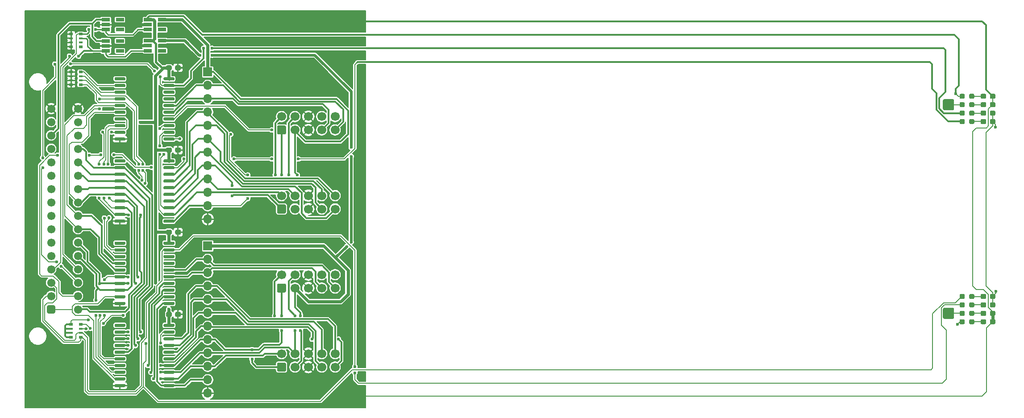
<source format=gbr>
%TF.GenerationSoftware,KiCad,Pcbnew,5.99.0+really5.1.10+dfsg1-1*%
%TF.CreationDate,2021-12-05T23:28:57+01:00*%
%TF.ProjectId,RiserCard,52697365-7243-4617-9264-2e6b69636164,rev?*%
%TF.SameCoordinates,Original*%
%TF.FileFunction,Copper,L1,Top*%
%TF.FilePolarity,Positive*%
%FSLAX46Y46*%
G04 Gerber Fmt 4.6, Leading zero omitted, Abs format (unit mm)*
G04 Created by KiCad (PCBNEW 5.99.0+really5.1.10+dfsg1-1) date 2021-12-05 23:28:57*
%MOMM*%
%LPD*%
G01*
G04 APERTURE LIST*
%TA.AperFunction,ComponentPad*%
%ADD10O,1.700000X1.700000*%
%TD*%
%TA.AperFunction,ComponentPad*%
%ADD11R,1.700000X1.700000*%
%TD*%
%TA.AperFunction,SMDPad,CuDef*%
%ADD12R,1.560000X0.650000*%
%TD*%
%TA.AperFunction,SMDPad,CuDef*%
%ADD13R,0.800000X0.500000*%
%TD*%
%TA.AperFunction,SMDPad,CuDef*%
%ADD14R,0.800000X0.400000*%
%TD*%
%TA.AperFunction,ComponentPad*%
%ADD15C,1.700000*%
%TD*%
%TA.AperFunction,ComponentPad*%
%ADD16C,1.550000*%
%TD*%
%TA.AperFunction,ViaPad*%
%ADD17C,0.600000*%
%TD*%
%TA.AperFunction,Conductor*%
%ADD18C,0.300000*%
%TD*%
%TA.AperFunction,Conductor*%
%ADD19C,0.600000*%
%TD*%
%TA.AperFunction,Conductor*%
%ADD20C,0.200000*%
%TD*%
%TA.AperFunction,Conductor*%
%ADD21C,0.400000*%
%TD*%
%TA.AperFunction,Conductor*%
%ADD22C,0.500000*%
%TD*%
%TA.AperFunction,Conductor*%
%ADD23C,0.250000*%
%TD*%
%TA.AperFunction,Conductor*%
%ADD24C,0.100000*%
%TD*%
G04 APERTURE END LIST*
D10*
%TO.P,J8,12*%
%TO.N,GND*%
X75000000Y-112960000D03*
%TO.P,J8,11*%
%TO.N,/B_SPARE_B*%
X75000000Y-110420000D03*
%TO.P,J8,10*%
%TO.N,/B_TARGET_TX*%
X75000000Y-107880000D03*
%TO.P,J8,9*%
%TO.N,/B_TARGET_RX*%
X75000000Y-105340000D03*
%TO.P,J8,8*%
%TO.N,/B_~MCLR*%
X75000000Y-102800000D03*
%TO.P,J8,7*%
%TO.N,/B_TCK*%
X75000000Y-100260000D03*
%TO.P,J8,6*%
%TO.N,/B_TMS*%
X75000000Y-97720000D03*
%TO.P,J8,5*%
%TO.N,/B_TDO*%
X75000000Y-95180000D03*
%TO.P,J8,4*%
%TO.N,/B_TDI*%
X75000000Y-92640000D03*
%TO.P,J8,3*%
%TO.N,/B_PGED*%
X75000000Y-90100000D03*
%TO.P,J8,2*%
%TO.N,/B_PGEC*%
X75000000Y-87560000D03*
D11*
%TO.P,J8,1*%
%TO.N,VDD*%
X75000000Y-85020000D03*
%TD*%
D10*
%TO.P,J7,12*%
%TO.N,GND*%
X75000000Y-79940000D03*
%TO.P,J7,11*%
%TO.N,/A_SPARE_A*%
X75000000Y-77400000D03*
%TO.P,J7,10*%
%TO.N,/A_TARGET_TX*%
X75000000Y-74860000D03*
%TO.P,J7,9*%
%TO.N,/A_TARGET_RX*%
X75000000Y-72320000D03*
%TO.P,J7,8*%
%TO.N,/A_~MCLR*%
X75000000Y-69780000D03*
%TO.P,J7,7*%
%TO.N,/A_TCK*%
X75000000Y-67240000D03*
%TO.P,J7,6*%
%TO.N,/A_TMS*%
X75000000Y-64700000D03*
%TO.P,J7,5*%
%TO.N,/A_TDO*%
X75000000Y-62160000D03*
%TO.P,J7,4*%
%TO.N,/A_TDI*%
X75000000Y-59620000D03*
%TO.P,J7,3*%
%TO.N,/A_PGED*%
X75000000Y-57080000D03*
%TO.P,J7,2*%
%TO.N,/A_PGEC*%
X75000000Y-54540000D03*
D11*
%TO.P,J7,1*%
%TO.N,VCC*%
X75000000Y-52000000D03*
%TD*%
%TO.P,R8,2*%
%TO.N,Net-(D8-Pad1)*%
%TA.AperFunction,SMDPad,CuDef*%
G36*
G01*
X219425000Y-94837500D02*
X219425000Y-94362500D01*
G75*
G02*
X219662500Y-94125000I237500J0D01*
G01*
X220162500Y-94125000D01*
G75*
G02*
X220400000Y-94362500I0J-237500D01*
G01*
X220400000Y-94837500D01*
G75*
G02*
X220162500Y-95075000I-237500J0D01*
G01*
X219662500Y-95075000D01*
G75*
G02*
X219425000Y-94837500I0J237500D01*
G01*
G37*
%TD.AperFunction*%
%TO.P,R8,1*%
%TO.N,/EN_JTAG_B*%
%TA.AperFunction,SMDPad,CuDef*%
G36*
G01*
X217600000Y-94837500D02*
X217600000Y-94362500D01*
G75*
G02*
X217837500Y-94125000I237500J0D01*
G01*
X218337500Y-94125000D01*
G75*
G02*
X218575000Y-94362500I0J-237500D01*
G01*
X218575000Y-94837500D01*
G75*
G02*
X218337500Y-95075000I-237500J0D01*
G01*
X217837500Y-95075000D01*
G75*
G02*
X217600000Y-94837500I0J237500D01*
G01*
G37*
%TD.AperFunction*%
%TD*%
%TO.P,R7,2*%
%TO.N,Net-(D7-Pad1)*%
%TA.AperFunction,SMDPad,CuDef*%
G36*
G01*
X219425000Y-96437500D02*
X219425000Y-95962500D01*
G75*
G02*
X219662500Y-95725000I237500J0D01*
G01*
X220162500Y-95725000D01*
G75*
G02*
X220400000Y-95962500I0J-237500D01*
G01*
X220400000Y-96437500D01*
G75*
G02*
X220162500Y-96675000I-237500J0D01*
G01*
X219662500Y-96675000D01*
G75*
G02*
X219425000Y-96437500I0J237500D01*
G01*
G37*
%TD.AperFunction*%
%TO.P,R7,1*%
%TO.N,/EN_ICSP_B*%
%TA.AperFunction,SMDPad,CuDef*%
G36*
G01*
X217600000Y-96437500D02*
X217600000Y-95962500D01*
G75*
G02*
X217837500Y-95725000I237500J0D01*
G01*
X218337500Y-95725000D01*
G75*
G02*
X218575000Y-95962500I0J-237500D01*
G01*
X218575000Y-96437500D01*
G75*
G02*
X218337500Y-96675000I-237500J0D01*
G01*
X217837500Y-96675000D01*
G75*
G02*
X217600000Y-96437500I0J237500D01*
G01*
G37*
%TD.AperFunction*%
%TD*%
%TO.P,R6,2*%
%TO.N,Net-(D6-Pad1)*%
%TA.AperFunction,SMDPad,CuDef*%
G36*
G01*
X219425000Y-61637500D02*
X219425000Y-61162500D01*
G75*
G02*
X219662500Y-60925000I237500J0D01*
G01*
X220162500Y-60925000D01*
G75*
G02*
X220400000Y-61162500I0J-237500D01*
G01*
X220400000Y-61637500D01*
G75*
G02*
X220162500Y-61875000I-237500J0D01*
G01*
X219662500Y-61875000D01*
G75*
G02*
X219425000Y-61637500I0J237500D01*
G01*
G37*
%TD.AperFunction*%
%TO.P,R6,1*%
%TO.N,/EN_JTAG_A*%
%TA.AperFunction,SMDPad,CuDef*%
G36*
G01*
X217600000Y-61637500D02*
X217600000Y-61162500D01*
G75*
G02*
X217837500Y-60925000I237500J0D01*
G01*
X218337500Y-60925000D01*
G75*
G02*
X218575000Y-61162500I0J-237500D01*
G01*
X218575000Y-61637500D01*
G75*
G02*
X218337500Y-61875000I-237500J0D01*
G01*
X217837500Y-61875000D01*
G75*
G02*
X217600000Y-61637500I0J237500D01*
G01*
G37*
%TD.AperFunction*%
%TD*%
%TO.P,R5,2*%
%TO.N,Net-(D5-Pad1)*%
%TA.AperFunction,SMDPad,CuDef*%
G36*
G01*
X219425000Y-60037500D02*
X219425000Y-59562500D01*
G75*
G02*
X219662500Y-59325000I237500J0D01*
G01*
X220162500Y-59325000D01*
G75*
G02*
X220400000Y-59562500I0J-237500D01*
G01*
X220400000Y-60037500D01*
G75*
G02*
X220162500Y-60275000I-237500J0D01*
G01*
X219662500Y-60275000D01*
G75*
G02*
X219425000Y-60037500I0J237500D01*
G01*
G37*
%TD.AperFunction*%
%TO.P,R5,1*%
%TO.N,/EN_ICSP_A*%
%TA.AperFunction,SMDPad,CuDef*%
G36*
G01*
X217600000Y-60037500D02*
X217600000Y-59562500D01*
G75*
G02*
X217837500Y-59325000I237500J0D01*
G01*
X218337500Y-59325000D01*
G75*
G02*
X218575000Y-59562500I0J-237500D01*
G01*
X218575000Y-60037500D01*
G75*
G02*
X218337500Y-60275000I-237500J0D01*
G01*
X217837500Y-60275000D01*
G75*
G02*
X217600000Y-60037500I0J237500D01*
G01*
G37*
%TD.AperFunction*%
%TD*%
%TO.P,R4,2*%
%TO.N,Net-(J6-Pad1)*%
%TA.AperFunction,SMDPad,CuDef*%
G36*
G01*
X218575000Y-97562500D02*
X218575000Y-98037500D01*
G75*
G02*
X218337500Y-98275000I-237500J0D01*
G01*
X217837500Y-98275000D01*
G75*
G02*
X217600000Y-98037500I0J237500D01*
G01*
X217600000Y-97562500D01*
G75*
G02*
X217837500Y-97325000I237500J0D01*
G01*
X218337500Y-97325000D01*
G75*
G02*
X218575000Y-97562500I0J-237500D01*
G01*
G37*
%TD.AperFunction*%
%TO.P,R4,1*%
%TO.N,Net-(D4-Pad2)*%
%TA.AperFunction,SMDPad,CuDef*%
G36*
G01*
X220400000Y-97562500D02*
X220400000Y-98037500D01*
G75*
G02*
X220162500Y-98275000I-237500J0D01*
G01*
X219662500Y-98275000D01*
G75*
G02*
X219425000Y-98037500I0J237500D01*
G01*
X219425000Y-97562500D01*
G75*
G02*
X219662500Y-97325000I237500J0D01*
G01*
X220162500Y-97325000D01*
G75*
G02*
X220400000Y-97562500I0J-237500D01*
G01*
G37*
%TD.AperFunction*%
%TD*%
%TO.P,R3,2*%
%TO.N,Net-(J5-Pad1)*%
%TA.AperFunction,SMDPad,CuDef*%
G36*
G01*
X218575000Y-57962500D02*
X218575000Y-58437500D01*
G75*
G02*
X218337500Y-58675000I-237500J0D01*
G01*
X217837500Y-58675000D01*
G75*
G02*
X217600000Y-58437500I0J237500D01*
G01*
X217600000Y-57962500D01*
G75*
G02*
X217837500Y-57725000I237500J0D01*
G01*
X218337500Y-57725000D01*
G75*
G02*
X218575000Y-57962500I0J-237500D01*
G01*
G37*
%TD.AperFunction*%
%TO.P,R3,1*%
%TO.N,Net-(D3-Pad2)*%
%TA.AperFunction,SMDPad,CuDef*%
G36*
G01*
X220400000Y-57962500D02*
X220400000Y-58437500D01*
G75*
G02*
X220162500Y-58675000I-237500J0D01*
G01*
X219662500Y-58675000D01*
G75*
G02*
X219425000Y-58437500I0J237500D01*
G01*
X219425000Y-57962500D01*
G75*
G02*
X219662500Y-57725000I237500J0D01*
G01*
X220162500Y-57725000D01*
G75*
G02*
X220400000Y-57962500I0J-237500D01*
G01*
G37*
%TD.AperFunction*%
%TD*%
%TO.P,R2,2*%
%TO.N,+3V3*%
%TA.AperFunction,SMDPad,CuDef*%
G36*
G01*
X218575000Y-99162500D02*
X218575000Y-99637500D01*
G75*
G02*
X218337500Y-99875000I-237500J0D01*
G01*
X217837500Y-99875000D01*
G75*
G02*
X217600000Y-99637500I0J237500D01*
G01*
X217600000Y-99162500D01*
G75*
G02*
X217837500Y-98925000I237500J0D01*
G01*
X218337500Y-98925000D01*
G75*
G02*
X218575000Y-99162500I0J-237500D01*
G01*
G37*
%TD.AperFunction*%
%TO.P,R2,1*%
%TO.N,Net-(D2-Pad2)*%
%TA.AperFunction,SMDPad,CuDef*%
G36*
G01*
X220400000Y-99162500D02*
X220400000Y-99637500D01*
G75*
G02*
X220162500Y-99875000I-237500J0D01*
G01*
X219662500Y-99875000D01*
G75*
G02*
X219425000Y-99637500I0J237500D01*
G01*
X219425000Y-99162500D01*
G75*
G02*
X219662500Y-98925000I237500J0D01*
G01*
X220162500Y-98925000D01*
G75*
G02*
X220400000Y-99162500I0J-237500D01*
G01*
G37*
%TD.AperFunction*%
%TD*%
%TO.P,R1,2*%
%TO.N,+3V3*%
%TA.AperFunction,SMDPad,CuDef*%
G36*
G01*
X218575000Y-56362500D02*
X218575000Y-56837500D01*
G75*
G02*
X218337500Y-57075000I-237500J0D01*
G01*
X217837500Y-57075000D01*
G75*
G02*
X217600000Y-56837500I0J237500D01*
G01*
X217600000Y-56362500D01*
G75*
G02*
X217837500Y-56125000I237500J0D01*
G01*
X218337500Y-56125000D01*
G75*
G02*
X218575000Y-56362500I0J-237500D01*
G01*
G37*
%TD.AperFunction*%
%TO.P,R1,1*%
%TO.N,Net-(D1-Pad2)*%
%TA.AperFunction,SMDPad,CuDef*%
G36*
G01*
X220400000Y-56362500D02*
X220400000Y-56837500D01*
G75*
G02*
X220162500Y-57075000I-237500J0D01*
G01*
X219662500Y-57075000D01*
G75*
G02*
X219425000Y-56837500I0J237500D01*
G01*
X219425000Y-56362500D01*
G75*
G02*
X219662500Y-56125000I237500J0D01*
G01*
X220162500Y-56125000D01*
G75*
G02*
X220400000Y-56362500I0J-237500D01*
G01*
G37*
%TD.AperFunction*%
%TD*%
%TO.P,J6,1*%
%TO.N,Net-(J6-Pad1)*%
%TA.AperFunction,ComponentPad*%
G36*
G01*
X214450000Y-98600000D02*
X214450000Y-97000000D01*
G75*
G02*
X214700000Y-96750000I250000J0D01*
G01*
X216300000Y-96750000D01*
G75*
G02*
X216550000Y-97000000I0J-250000D01*
G01*
X216550000Y-98600000D01*
G75*
G02*
X216300000Y-98850000I-250000J0D01*
G01*
X214700000Y-98850000D01*
G75*
G02*
X214450000Y-98600000I0J250000D01*
G01*
G37*
%TD.AperFunction*%
%TD*%
%TO.P,J5,1*%
%TO.N,Net-(J5-Pad1)*%
%TA.AperFunction,ComponentPad*%
G36*
G01*
X214450000Y-59000000D02*
X214450000Y-57400000D01*
G75*
G02*
X214700000Y-57150000I250000J0D01*
G01*
X216300000Y-57150000D01*
G75*
G02*
X216550000Y-57400000I0J-250000D01*
G01*
X216550000Y-59000000D01*
G75*
G02*
X216300000Y-59250000I-250000J0D01*
G01*
X214700000Y-59250000D01*
G75*
G02*
X214450000Y-59000000I0J250000D01*
G01*
G37*
%TD.AperFunction*%
%TD*%
%TO.P,D8,2*%
%TO.N,+3V3*%
%TA.AperFunction,SMDPad,CuDef*%
G36*
G01*
X223350000Y-94837500D02*
X223350000Y-94362500D01*
G75*
G02*
X223587500Y-94125000I237500J0D01*
G01*
X224162500Y-94125000D01*
G75*
G02*
X224400000Y-94362500I0J-237500D01*
G01*
X224400000Y-94837500D01*
G75*
G02*
X224162500Y-95075000I-237500J0D01*
G01*
X223587500Y-95075000D01*
G75*
G02*
X223350000Y-94837500I0J237500D01*
G01*
G37*
%TD.AperFunction*%
%TO.P,D8,1*%
%TO.N,Net-(D8-Pad1)*%
%TA.AperFunction,SMDPad,CuDef*%
G36*
G01*
X221600000Y-94837500D02*
X221600000Y-94362500D01*
G75*
G02*
X221837500Y-94125000I237500J0D01*
G01*
X222412500Y-94125000D01*
G75*
G02*
X222650000Y-94362500I0J-237500D01*
G01*
X222650000Y-94837500D01*
G75*
G02*
X222412500Y-95075000I-237500J0D01*
G01*
X221837500Y-95075000D01*
G75*
G02*
X221600000Y-94837500I0J237500D01*
G01*
G37*
%TD.AperFunction*%
%TD*%
%TO.P,D7,2*%
%TO.N,+3V3*%
%TA.AperFunction,SMDPad,CuDef*%
G36*
G01*
X223350000Y-96437500D02*
X223350000Y-95962500D01*
G75*
G02*
X223587500Y-95725000I237500J0D01*
G01*
X224162500Y-95725000D01*
G75*
G02*
X224400000Y-95962500I0J-237500D01*
G01*
X224400000Y-96437500D01*
G75*
G02*
X224162500Y-96675000I-237500J0D01*
G01*
X223587500Y-96675000D01*
G75*
G02*
X223350000Y-96437500I0J237500D01*
G01*
G37*
%TD.AperFunction*%
%TO.P,D7,1*%
%TO.N,Net-(D7-Pad1)*%
%TA.AperFunction,SMDPad,CuDef*%
G36*
G01*
X221600000Y-96437500D02*
X221600000Y-95962500D01*
G75*
G02*
X221837500Y-95725000I237500J0D01*
G01*
X222412500Y-95725000D01*
G75*
G02*
X222650000Y-95962500I0J-237500D01*
G01*
X222650000Y-96437500D01*
G75*
G02*
X222412500Y-96675000I-237500J0D01*
G01*
X221837500Y-96675000D01*
G75*
G02*
X221600000Y-96437500I0J237500D01*
G01*
G37*
%TD.AperFunction*%
%TD*%
%TO.P,D6,2*%
%TO.N,+3V3*%
%TA.AperFunction,SMDPad,CuDef*%
G36*
G01*
X223350000Y-61637500D02*
X223350000Y-61162500D01*
G75*
G02*
X223587500Y-60925000I237500J0D01*
G01*
X224162500Y-60925000D01*
G75*
G02*
X224400000Y-61162500I0J-237500D01*
G01*
X224400000Y-61637500D01*
G75*
G02*
X224162500Y-61875000I-237500J0D01*
G01*
X223587500Y-61875000D01*
G75*
G02*
X223350000Y-61637500I0J237500D01*
G01*
G37*
%TD.AperFunction*%
%TO.P,D6,1*%
%TO.N,Net-(D6-Pad1)*%
%TA.AperFunction,SMDPad,CuDef*%
G36*
G01*
X221600000Y-61637500D02*
X221600000Y-61162500D01*
G75*
G02*
X221837500Y-60925000I237500J0D01*
G01*
X222412500Y-60925000D01*
G75*
G02*
X222650000Y-61162500I0J-237500D01*
G01*
X222650000Y-61637500D01*
G75*
G02*
X222412500Y-61875000I-237500J0D01*
G01*
X221837500Y-61875000D01*
G75*
G02*
X221600000Y-61637500I0J237500D01*
G01*
G37*
%TD.AperFunction*%
%TD*%
%TO.P,D5,2*%
%TO.N,+3V3*%
%TA.AperFunction,SMDPad,CuDef*%
G36*
G01*
X223350000Y-60037500D02*
X223350000Y-59562500D01*
G75*
G02*
X223587500Y-59325000I237500J0D01*
G01*
X224162500Y-59325000D01*
G75*
G02*
X224400000Y-59562500I0J-237500D01*
G01*
X224400000Y-60037500D01*
G75*
G02*
X224162500Y-60275000I-237500J0D01*
G01*
X223587500Y-60275000D01*
G75*
G02*
X223350000Y-60037500I0J237500D01*
G01*
G37*
%TD.AperFunction*%
%TO.P,D5,1*%
%TO.N,Net-(D5-Pad1)*%
%TA.AperFunction,SMDPad,CuDef*%
G36*
G01*
X221600000Y-60037500D02*
X221600000Y-59562500D01*
G75*
G02*
X221837500Y-59325000I237500J0D01*
G01*
X222412500Y-59325000D01*
G75*
G02*
X222650000Y-59562500I0J-237500D01*
G01*
X222650000Y-60037500D01*
G75*
G02*
X222412500Y-60275000I-237500J0D01*
G01*
X221837500Y-60275000D01*
G75*
G02*
X221600000Y-60037500I0J237500D01*
G01*
G37*
%TD.AperFunction*%
%TD*%
%TO.P,D4,2*%
%TO.N,Net-(D4-Pad2)*%
%TA.AperFunction,SMDPad,CuDef*%
G36*
G01*
X222650000Y-97562500D02*
X222650000Y-98037500D01*
G75*
G02*
X222412500Y-98275000I-237500J0D01*
G01*
X221837500Y-98275000D01*
G75*
G02*
X221600000Y-98037500I0J237500D01*
G01*
X221600000Y-97562500D01*
G75*
G02*
X221837500Y-97325000I237500J0D01*
G01*
X222412500Y-97325000D01*
G75*
G02*
X222650000Y-97562500I0J-237500D01*
G01*
G37*
%TD.AperFunction*%
%TO.P,D4,1*%
%TO.N,GND*%
%TA.AperFunction,SMDPad,CuDef*%
G36*
G01*
X224400000Y-97562500D02*
X224400000Y-98037500D01*
G75*
G02*
X224162500Y-98275000I-237500J0D01*
G01*
X223587500Y-98275000D01*
G75*
G02*
X223350000Y-98037500I0J237500D01*
G01*
X223350000Y-97562500D01*
G75*
G02*
X223587500Y-97325000I237500J0D01*
G01*
X224162500Y-97325000D01*
G75*
G02*
X224400000Y-97562500I0J-237500D01*
G01*
G37*
%TD.AperFunction*%
%TD*%
%TO.P,D3,2*%
%TO.N,Net-(D3-Pad2)*%
%TA.AperFunction,SMDPad,CuDef*%
G36*
G01*
X222650000Y-57962500D02*
X222650000Y-58437500D01*
G75*
G02*
X222412500Y-58675000I-237500J0D01*
G01*
X221837500Y-58675000D01*
G75*
G02*
X221600000Y-58437500I0J237500D01*
G01*
X221600000Y-57962500D01*
G75*
G02*
X221837500Y-57725000I237500J0D01*
G01*
X222412500Y-57725000D01*
G75*
G02*
X222650000Y-57962500I0J-237500D01*
G01*
G37*
%TD.AperFunction*%
%TO.P,D3,1*%
%TO.N,GND*%
%TA.AperFunction,SMDPad,CuDef*%
G36*
G01*
X224400000Y-57962500D02*
X224400000Y-58437500D01*
G75*
G02*
X224162500Y-58675000I-237500J0D01*
G01*
X223587500Y-58675000D01*
G75*
G02*
X223350000Y-58437500I0J237500D01*
G01*
X223350000Y-57962500D01*
G75*
G02*
X223587500Y-57725000I237500J0D01*
G01*
X224162500Y-57725000D01*
G75*
G02*
X224400000Y-57962500I0J-237500D01*
G01*
G37*
%TD.AperFunction*%
%TD*%
%TO.P,D2,2*%
%TO.N,Net-(D2-Pad2)*%
%TA.AperFunction,SMDPad,CuDef*%
G36*
G01*
X222650000Y-99162500D02*
X222650000Y-99637500D01*
G75*
G02*
X222412500Y-99875000I-237500J0D01*
G01*
X221837500Y-99875000D01*
G75*
G02*
X221600000Y-99637500I0J237500D01*
G01*
X221600000Y-99162500D01*
G75*
G02*
X221837500Y-98925000I237500J0D01*
G01*
X222412500Y-98925000D01*
G75*
G02*
X222650000Y-99162500I0J-237500D01*
G01*
G37*
%TD.AperFunction*%
%TO.P,D2,1*%
%TO.N,GND*%
%TA.AperFunction,SMDPad,CuDef*%
G36*
G01*
X224400000Y-99162500D02*
X224400000Y-99637500D01*
G75*
G02*
X224162500Y-99875000I-237500J0D01*
G01*
X223587500Y-99875000D01*
G75*
G02*
X223350000Y-99637500I0J237500D01*
G01*
X223350000Y-99162500D01*
G75*
G02*
X223587500Y-98925000I237500J0D01*
G01*
X224162500Y-98925000D01*
G75*
G02*
X224400000Y-99162500I0J-237500D01*
G01*
G37*
%TD.AperFunction*%
%TD*%
%TO.P,D1,2*%
%TO.N,Net-(D1-Pad2)*%
%TA.AperFunction,SMDPad,CuDef*%
G36*
G01*
X222650000Y-56362500D02*
X222650000Y-56837500D01*
G75*
G02*
X222412500Y-57075000I-237500J0D01*
G01*
X221837500Y-57075000D01*
G75*
G02*
X221600000Y-56837500I0J237500D01*
G01*
X221600000Y-56362500D01*
G75*
G02*
X221837500Y-56125000I237500J0D01*
G01*
X222412500Y-56125000D01*
G75*
G02*
X222650000Y-56362500I0J-237500D01*
G01*
G37*
%TD.AperFunction*%
%TO.P,D1,1*%
%TO.N,GND*%
%TA.AperFunction,SMDPad,CuDef*%
G36*
G01*
X224400000Y-56362500D02*
X224400000Y-56837500D01*
G75*
G02*
X224162500Y-57075000I-237500J0D01*
G01*
X223587500Y-57075000D01*
G75*
G02*
X223350000Y-56837500I0J237500D01*
G01*
X223350000Y-56362500D01*
G75*
G02*
X223587500Y-56125000I237500J0D01*
G01*
X224162500Y-56125000D01*
G75*
G02*
X224400000Y-56362500I0J-237500D01*
G01*
G37*
%TD.AperFunction*%
%TD*%
D12*
%TO.P,U9,5*%
%TO.N,N/C*%
X58350000Y-46100000D03*
%TO.P,U9,4*%
X58350000Y-48000000D03*
%TO.P,U9,3*%
%TO.N,/EN_PWR_B*%
X55650000Y-48000000D03*
%TO.P,U9,2*%
%TO.N,GND*%
X55650000Y-47050000D03*
%TO.P,U9,1*%
%TO.N,+5V*%
X55650000Y-46100000D03*
%TD*%
%TO.P,U8,5*%
%TO.N,VDD*%
X66350000Y-46050000D03*
%TO.P,U8,4*%
%TO.N,N/C*%
X66350000Y-47950000D03*
%TO.P,U8,3*%
%TO.N,/EN_PWR_B*%
X63650000Y-47950000D03*
%TO.P,U8,2*%
%TO.N,GND*%
X63650000Y-47000000D03*
%TO.P,U8,1*%
%TO.N,+3V3*%
X63650000Y-46050000D03*
%TD*%
%TO.P,U7,5*%
%TO.N,N/C*%
X58350000Y-42050000D03*
%TO.P,U7,4*%
X58350000Y-43950000D03*
%TO.P,U7,3*%
%TO.N,/EN_PWR_A*%
X55650000Y-43950000D03*
%TO.P,U7,2*%
%TO.N,GND*%
X55650000Y-43000000D03*
%TO.P,U7,1*%
%TO.N,+5V*%
X55650000Y-42050000D03*
%TD*%
%TO.P,U6,5*%
%TO.N,VCC*%
X66350000Y-42050000D03*
%TO.P,U6,4*%
%TO.N,N/C*%
X66350000Y-43950000D03*
%TO.P,U6,3*%
%TO.N,/EN_PWR_A*%
X63650000Y-43950000D03*
%TO.P,U6,2*%
%TO.N,GND*%
X63650000Y-43000000D03*
%TO.P,U6,1*%
%TO.N,+3V3*%
X63650000Y-42050000D03*
%TD*%
%TO.P,U5,20*%
%TO.N,+3V3*%
%TA.AperFunction,SMDPad,CuDef*%
G36*
G01*
X66625000Y-100235000D02*
X66625000Y-99935000D01*
G75*
G02*
X66775000Y-99785000I150000J0D01*
G01*
X68525000Y-99785000D01*
G75*
G02*
X68675000Y-99935000I0J-150000D01*
G01*
X68675000Y-100235000D01*
G75*
G02*
X68525000Y-100385000I-150000J0D01*
G01*
X66775000Y-100385000D01*
G75*
G02*
X66625000Y-100235000I0J150000D01*
G01*
G37*
%TD.AperFunction*%
%TO.P,U5,19*%
%TO.N,/EN_JTAG_B*%
%TA.AperFunction,SMDPad,CuDef*%
G36*
G01*
X66625000Y-101505000D02*
X66625000Y-101205000D01*
G75*
G02*
X66775000Y-101055000I150000J0D01*
G01*
X68525000Y-101055000D01*
G75*
G02*
X68675000Y-101205000I0J-150000D01*
G01*
X68675000Y-101505000D01*
G75*
G02*
X68525000Y-101655000I-150000J0D01*
G01*
X66775000Y-101655000D01*
G75*
G02*
X66625000Y-101505000I0J150000D01*
G01*
G37*
%TD.AperFunction*%
%TO.P,U5,18*%
%TO.N,/B_TDI*%
%TA.AperFunction,SMDPad,CuDef*%
G36*
G01*
X66625000Y-102775000D02*
X66625000Y-102475000D01*
G75*
G02*
X66775000Y-102325000I150000J0D01*
G01*
X68525000Y-102325000D01*
G75*
G02*
X68675000Y-102475000I0J-150000D01*
G01*
X68675000Y-102775000D01*
G75*
G02*
X68525000Y-102925000I-150000J0D01*
G01*
X66775000Y-102925000D01*
G75*
G02*
X66625000Y-102775000I0J150000D01*
G01*
G37*
%TD.AperFunction*%
%TO.P,U5,17*%
%TO.N,/B_TDO*%
%TA.AperFunction,SMDPad,CuDef*%
G36*
G01*
X66625000Y-104045000D02*
X66625000Y-103745000D01*
G75*
G02*
X66775000Y-103595000I150000J0D01*
G01*
X68525000Y-103595000D01*
G75*
G02*
X68675000Y-103745000I0J-150000D01*
G01*
X68675000Y-104045000D01*
G75*
G02*
X68525000Y-104195000I-150000J0D01*
G01*
X66775000Y-104195000D01*
G75*
G02*
X66625000Y-104045000I0J150000D01*
G01*
G37*
%TD.AperFunction*%
%TO.P,U5,16*%
%TO.N,/B_TMS*%
%TA.AperFunction,SMDPad,CuDef*%
G36*
G01*
X66625000Y-105315000D02*
X66625000Y-105015000D01*
G75*
G02*
X66775000Y-104865000I150000J0D01*
G01*
X68525000Y-104865000D01*
G75*
G02*
X68675000Y-105015000I0J-150000D01*
G01*
X68675000Y-105315000D01*
G75*
G02*
X68525000Y-105465000I-150000J0D01*
G01*
X66775000Y-105465000D01*
G75*
G02*
X66625000Y-105315000I0J150000D01*
G01*
G37*
%TD.AperFunction*%
%TO.P,U5,15*%
%TO.N,/B_TCK*%
%TA.AperFunction,SMDPad,CuDef*%
G36*
G01*
X66625000Y-106585000D02*
X66625000Y-106285000D01*
G75*
G02*
X66775000Y-106135000I150000J0D01*
G01*
X68525000Y-106135000D01*
G75*
G02*
X68675000Y-106285000I0J-150000D01*
G01*
X68675000Y-106585000D01*
G75*
G02*
X68525000Y-106735000I-150000J0D01*
G01*
X66775000Y-106735000D01*
G75*
G02*
X66625000Y-106585000I0J150000D01*
G01*
G37*
%TD.AperFunction*%
%TO.P,U5,14*%
%TO.N,/B_~MCLR*%
%TA.AperFunction,SMDPad,CuDef*%
G36*
G01*
X66625000Y-107855000D02*
X66625000Y-107555000D01*
G75*
G02*
X66775000Y-107405000I150000J0D01*
G01*
X68525000Y-107405000D01*
G75*
G02*
X68675000Y-107555000I0J-150000D01*
G01*
X68675000Y-107855000D01*
G75*
G02*
X68525000Y-108005000I-150000J0D01*
G01*
X66775000Y-108005000D01*
G75*
G02*
X66625000Y-107855000I0J150000D01*
G01*
G37*
%TD.AperFunction*%
%TO.P,U5,13*%
%TO.N,/B_TARGET_RX*%
%TA.AperFunction,SMDPad,CuDef*%
G36*
G01*
X66625000Y-109125000D02*
X66625000Y-108825000D01*
G75*
G02*
X66775000Y-108675000I150000J0D01*
G01*
X68525000Y-108675000D01*
G75*
G02*
X68675000Y-108825000I0J-150000D01*
G01*
X68675000Y-109125000D01*
G75*
G02*
X68525000Y-109275000I-150000J0D01*
G01*
X66775000Y-109275000D01*
G75*
G02*
X66625000Y-109125000I0J150000D01*
G01*
G37*
%TD.AperFunction*%
%TO.P,U5,12*%
%TO.N,/B_TARGET_TX*%
%TA.AperFunction,SMDPad,CuDef*%
G36*
G01*
X66625000Y-110395000D02*
X66625000Y-110095000D01*
G75*
G02*
X66775000Y-109945000I150000J0D01*
G01*
X68525000Y-109945000D01*
G75*
G02*
X68675000Y-110095000I0J-150000D01*
G01*
X68675000Y-110395000D01*
G75*
G02*
X68525000Y-110545000I-150000J0D01*
G01*
X66775000Y-110545000D01*
G75*
G02*
X66625000Y-110395000I0J150000D01*
G01*
G37*
%TD.AperFunction*%
%TO.P,U5,11*%
%TO.N,/B_SPARE_B*%
%TA.AperFunction,SMDPad,CuDef*%
G36*
G01*
X66625000Y-111665000D02*
X66625000Y-111365000D01*
G75*
G02*
X66775000Y-111215000I150000J0D01*
G01*
X68525000Y-111215000D01*
G75*
G02*
X68675000Y-111365000I0J-150000D01*
G01*
X68675000Y-111665000D01*
G75*
G02*
X68525000Y-111815000I-150000J0D01*
G01*
X66775000Y-111815000D01*
G75*
G02*
X66625000Y-111665000I0J150000D01*
G01*
G37*
%TD.AperFunction*%
%TO.P,U5,10*%
%TO.N,GND*%
%TA.AperFunction,SMDPad,CuDef*%
G36*
G01*
X57325000Y-111665000D02*
X57325000Y-111365000D01*
G75*
G02*
X57475000Y-111215000I150000J0D01*
G01*
X59225000Y-111215000D01*
G75*
G02*
X59375000Y-111365000I0J-150000D01*
G01*
X59375000Y-111665000D01*
G75*
G02*
X59225000Y-111815000I-150000J0D01*
G01*
X57475000Y-111815000D01*
G75*
G02*
X57325000Y-111665000I0J150000D01*
G01*
G37*
%TD.AperFunction*%
%TO.P,U5,9*%
%TO.N,/SPARE_B*%
%TA.AperFunction,SMDPad,CuDef*%
G36*
G01*
X57325000Y-110395000D02*
X57325000Y-110095000D01*
G75*
G02*
X57475000Y-109945000I150000J0D01*
G01*
X59225000Y-109945000D01*
G75*
G02*
X59375000Y-110095000I0J-150000D01*
G01*
X59375000Y-110395000D01*
G75*
G02*
X59225000Y-110545000I-150000J0D01*
G01*
X57475000Y-110545000D01*
G75*
G02*
X57325000Y-110395000I0J150000D01*
G01*
G37*
%TD.AperFunction*%
%TO.P,U5,8*%
%TO.N,/TARGET_TX*%
%TA.AperFunction,SMDPad,CuDef*%
G36*
G01*
X57325000Y-109125000D02*
X57325000Y-108825000D01*
G75*
G02*
X57475000Y-108675000I150000J0D01*
G01*
X59225000Y-108675000D01*
G75*
G02*
X59375000Y-108825000I0J-150000D01*
G01*
X59375000Y-109125000D01*
G75*
G02*
X59225000Y-109275000I-150000J0D01*
G01*
X57475000Y-109275000D01*
G75*
G02*
X57325000Y-109125000I0J150000D01*
G01*
G37*
%TD.AperFunction*%
%TO.P,U5,7*%
%TO.N,/TARGET_RX*%
%TA.AperFunction,SMDPad,CuDef*%
G36*
G01*
X57325000Y-107855000D02*
X57325000Y-107555000D01*
G75*
G02*
X57475000Y-107405000I150000J0D01*
G01*
X59225000Y-107405000D01*
G75*
G02*
X59375000Y-107555000I0J-150000D01*
G01*
X59375000Y-107855000D01*
G75*
G02*
X59225000Y-108005000I-150000J0D01*
G01*
X57475000Y-108005000D01*
G75*
G02*
X57325000Y-107855000I0J150000D01*
G01*
G37*
%TD.AperFunction*%
%TO.P,U5,6*%
%TO.N,/~MCLR*%
%TA.AperFunction,SMDPad,CuDef*%
G36*
G01*
X57325000Y-106585000D02*
X57325000Y-106285000D01*
G75*
G02*
X57475000Y-106135000I150000J0D01*
G01*
X59225000Y-106135000D01*
G75*
G02*
X59375000Y-106285000I0J-150000D01*
G01*
X59375000Y-106585000D01*
G75*
G02*
X59225000Y-106735000I-150000J0D01*
G01*
X57475000Y-106735000D01*
G75*
G02*
X57325000Y-106585000I0J150000D01*
G01*
G37*
%TD.AperFunction*%
%TO.P,U5,5*%
%TO.N,/TCK*%
%TA.AperFunction,SMDPad,CuDef*%
G36*
G01*
X57325000Y-105315000D02*
X57325000Y-105015000D01*
G75*
G02*
X57475000Y-104865000I150000J0D01*
G01*
X59225000Y-104865000D01*
G75*
G02*
X59375000Y-105015000I0J-150000D01*
G01*
X59375000Y-105315000D01*
G75*
G02*
X59225000Y-105465000I-150000J0D01*
G01*
X57475000Y-105465000D01*
G75*
G02*
X57325000Y-105315000I0J150000D01*
G01*
G37*
%TD.AperFunction*%
%TO.P,U5,4*%
%TO.N,/TMS*%
%TA.AperFunction,SMDPad,CuDef*%
G36*
G01*
X57325000Y-104045000D02*
X57325000Y-103745000D01*
G75*
G02*
X57475000Y-103595000I150000J0D01*
G01*
X59225000Y-103595000D01*
G75*
G02*
X59375000Y-103745000I0J-150000D01*
G01*
X59375000Y-104045000D01*
G75*
G02*
X59225000Y-104195000I-150000J0D01*
G01*
X57475000Y-104195000D01*
G75*
G02*
X57325000Y-104045000I0J150000D01*
G01*
G37*
%TD.AperFunction*%
%TO.P,U5,3*%
%TO.N,/TDO*%
%TA.AperFunction,SMDPad,CuDef*%
G36*
G01*
X57325000Y-102775000D02*
X57325000Y-102475000D01*
G75*
G02*
X57475000Y-102325000I150000J0D01*
G01*
X59225000Y-102325000D01*
G75*
G02*
X59375000Y-102475000I0J-150000D01*
G01*
X59375000Y-102775000D01*
G75*
G02*
X59225000Y-102925000I-150000J0D01*
G01*
X57475000Y-102925000D01*
G75*
G02*
X57325000Y-102775000I0J150000D01*
G01*
G37*
%TD.AperFunction*%
%TO.P,U5,2*%
%TO.N,/TDI*%
%TA.AperFunction,SMDPad,CuDef*%
G36*
G01*
X57325000Y-101505000D02*
X57325000Y-101205000D01*
G75*
G02*
X57475000Y-101055000I150000J0D01*
G01*
X59225000Y-101055000D01*
G75*
G02*
X59375000Y-101205000I0J-150000D01*
G01*
X59375000Y-101505000D01*
G75*
G02*
X59225000Y-101655000I-150000J0D01*
G01*
X57475000Y-101655000D01*
G75*
G02*
X57325000Y-101505000I0J150000D01*
G01*
G37*
%TD.AperFunction*%
%TO.P,U5,1*%
%TO.N,N/C*%
%TA.AperFunction,SMDPad,CuDef*%
G36*
G01*
X57325000Y-100235000D02*
X57325000Y-99935000D01*
G75*
G02*
X57475000Y-99785000I150000J0D01*
G01*
X59225000Y-99785000D01*
G75*
G02*
X59375000Y-99935000I0J-150000D01*
G01*
X59375000Y-100235000D01*
G75*
G02*
X59225000Y-100385000I-150000J0D01*
G01*
X57475000Y-100385000D01*
G75*
G02*
X57325000Y-100235000I0J150000D01*
G01*
G37*
%TD.AperFunction*%
%TD*%
%TO.P,U4,20*%
%TO.N,+3V3*%
%TA.AperFunction,SMDPad,CuDef*%
G36*
G01*
X66625000Y-84635000D02*
X66625000Y-84335000D01*
G75*
G02*
X66775000Y-84185000I150000J0D01*
G01*
X68525000Y-84185000D01*
G75*
G02*
X68675000Y-84335000I0J-150000D01*
G01*
X68675000Y-84635000D01*
G75*
G02*
X68525000Y-84785000I-150000J0D01*
G01*
X66775000Y-84785000D01*
G75*
G02*
X66625000Y-84635000I0J150000D01*
G01*
G37*
%TD.AperFunction*%
%TO.P,U4,19*%
%TO.N,/EN_ICSP_B*%
%TA.AperFunction,SMDPad,CuDef*%
G36*
G01*
X66625000Y-85905000D02*
X66625000Y-85605000D01*
G75*
G02*
X66775000Y-85455000I150000J0D01*
G01*
X68525000Y-85455000D01*
G75*
G02*
X68675000Y-85605000I0J-150000D01*
G01*
X68675000Y-85905000D01*
G75*
G02*
X68525000Y-86055000I-150000J0D01*
G01*
X66775000Y-86055000D01*
G75*
G02*
X66625000Y-85905000I0J150000D01*
G01*
G37*
%TD.AperFunction*%
%TO.P,U4,18*%
%TO.N,N/C*%
%TA.AperFunction,SMDPad,CuDef*%
G36*
G01*
X66625000Y-87175000D02*
X66625000Y-86875000D01*
G75*
G02*
X66775000Y-86725000I150000J0D01*
G01*
X68525000Y-86725000D01*
G75*
G02*
X68675000Y-86875000I0J-150000D01*
G01*
X68675000Y-87175000D01*
G75*
G02*
X68525000Y-87325000I-150000J0D01*
G01*
X66775000Y-87325000D01*
G75*
G02*
X66625000Y-87175000I0J150000D01*
G01*
G37*
%TD.AperFunction*%
%TO.P,U4,17*%
%TA.AperFunction,SMDPad,CuDef*%
G36*
G01*
X66625000Y-88445000D02*
X66625000Y-88145000D01*
G75*
G02*
X66775000Y-87995000I150000J0D01*
G01*
X68525000Y-87995000D01*
G75*
G02*
X68675000Y-88145000I0J-150000D01*
G01*
X68675000Y-88445000D01*
G75*
G02*
X68525000Y-88595000I-150000J0D01*
G01*
X66775000Y-88595000D01*
G75*
G02*
X66625000Y-88445000I0J150000D01*
G01*
G37*
%TD.AperFunction*%
%TO.P,U4,16*%
%TO.N,/B_PGEC*%
%TA.AperFunction,SMDPad,CuDef*%
G36*
G01*
X66625000Y-89715000D02*
X66625000Y-89415000D01*
G75*
G02*
X66775000Y-89265000I150000J0D01*
G01*
X68525000Y-89265000D01*
G75*
G02*
X68675000Y-89415000I0J-150000D01*
G01*
X68675000Y-89715000D01*
G75*
G02*
X68525000Y-89865000I-150000J0D01*
G01*
X66775000Y-89865000D01*
G75*
G02*
X66625000Y-89715000I0J150000D01*
G01*
G37*
%TD.AperFunction*%
%TO.P,U4,15*%
%TO.N,/B_PGED*%
%TA.AperFunction,SMDPad,CuDef*%
G36*
G01*
X66625000Y-90985000D02*
X66625000Y-90685000D01*
G75*
G02*
X66775000Y-90535000I150000J0D01*
G01*
X68525000Y-90535000D01*
G75*
G02*
X68675000Y-90685000I0J-150000D01*
G01*
X68675000Y-90985000D01*
G75*
G02*
X68525000Y-91135000I-150000J0D01*
G01*
X66775000Y-91135000D01*
G75*
G02*
X66625000Y-90985000I0J150000D01*
G01*
G37*
%TD.AperFunction*%
%TO.P,U4,14*%
%TO.N,/B_~MCLR*%
%TA.AperFunction,SMDPad,CuDef*%
G36*
G01*
X66625000Y-92255000D02*
X66625000Y-91955000D01*
G75*
G02*
X66775000Y-91805000I150000J0D01*
G01*
X68525000Y-91805000D01*
G75*
G02*
X68675000Y-91955000I0J-150000D01*
G01*
X68675000Y-92255000D01*
G75*
G02*
X68525000Y-92405000I-150000J0D01*
G01*
X66775000Y-92405000D01*
G75*
G02*
X66625000Y-92255000I0J150000D01*
G01*
G37*
%TD.AperFunction*%
%TO.P,U4,13*%
%TO.N,/B_TARGET_RX*%
%TA.AperFunction,SMDPad,CuDef*%
G36*
G01*
X66625000Y-93525000D02*
X66625000Y-93225000D01*
G75*
G02*
X66775000Y-93075000I150000J0D01*
G01*
X68525000Y-93075000D01*
G75*
G02*
X68675000Y-93225000I0J-150000D01*
G01*
X68675000Y-93525000D01*
G75*
G02*
X68525000Y-93675000I-150000J0D01*
G01*
X66775000Y-93675000D01*
G75*
G02*
X66625000Y-93525000I0J150000D01*
G01*
G37*
%TD.AperFunction*%
%TO.P,U4,12*%
%TO.N,/B_TARGET_TX*%
%TA.AperFunction,SMDPad,CuDef*%
G36*
G01*
X66625000Y-94795000D02*
X66625000Y-94495000D01*
G75*
G02*
X66775000Y-94345000I150000J0D01*
G01*
X68525000Y-94345000D01*
G75*
G02*
X68675000Y-94495000I0J-150000D01*
G01*
X68675000Y-94795000D01*
G75*
G02*
X68525000Y-94945000I-150000J0D01*
G01*
X66775000Y-94945000D01*
G75*
G02*
X66625000Y-94795000I0J150000D01*
G01*
G37*
%TD.AperFunction*%
%TO.P,U4,11*%
%TO.N,/B_SPARE_B*%
%TA.AperFunction,SMDPad,CuDef*%
G36*
G01*
X66625000Y-96065000D02*
X66625000Y-95765000D01*
G75*
G02*
X66775000Y-95615000I150000J0D01*
G01*
X68525000Y-95615000D01*
G75*
G02*
X68675000Y-95765000I0J-150000D01*
G01*
X68675000Y-96065000D01*
G75*
G02*
X68525000Y-96215000I-150000J0D01*
G01*
X66775000Y-96215000D01*
G75*
G02*
X66625000Y-96065000I0J150000D01*
G01*
G37*
%TD.AperFunction*%
%TO.P,U4,10*%
%TO.N,GND*%
%TA.AperFunction,SMDPad,CuDef*%
G36*
G01*
X57325000Y-96065000D02*
X57325000Y-95765000D01*
G75*
G02*
X57475000Y-95615000I150000J0D01*
G01*
X59225000Y-95615000D01*
G75*
G02*
X59375000Y-95765000I0J-150000D01*
G01*
X59375000Y-96065000D01*
G75*
G02*
X59225000Y-96215000I-150000J0D01*
G01*
X57475000Y-96215000D01*
G75*
G02*
X57325000Y-96065000I0J150000D01*
G01*
G37*
%TD.AperFunction*%
%TO.P,U4,9*%
%TO.N,/SPARE_B*%
%TA.AperFunction,SMDPad,CuDef*%
G36*
G01*
X57325000Y-94795000D02*
X57325000Y-94495000D01*
G75*
G02*
X57475000Y-94345000I150000J0D01*
G01*
X59225000Y-94345000D01*
G75*
G02*
X59375000Y-94495000I0J-150000D01*
G01*
X59375000Y-94795000D01*
G75*
G02*
X59225000Y-94945000I-150000J0D01*
G01*
X57475000Y-94945000D01*
G75*
G02*
X57325000Y-94795000I0J150000D01*
G01*
G37*
%TD.AperFunction*%
%TO.P,U4,8*%
%TO.N,/TARGET_TX*%
%TA.AperFunction,SMDPad,CuDef*%
G36*
G01*
X57325000Y-93525000D02*
X57325000Y-93225000D01*
G75*
G02*
X57475000Y-93075000I150000J0D01*
G01*
X59225000Y-93075000D01*
G75*
G02*
X59375000Y-93225000I0J-150000D01*
G01*
X59375000Y-93525000D01*
G75*
G02*
X59225000Y-93675000I-150000J0D01*
G01*
X57475000Y-93675000D01*
G75*
G02*
X57325000Y-93525000I0J150000D01*
G01*
G37*
%TD.AperFunction*%
%TO.P,U4,7*%
%TO.N,/TARGET_RX*%
%TA.AperFunction,SMDPad,CuDef*%
G36*
G01*
X57325000Y-92255000D02*
X57325000Y-91955000D01*
G75*
G02*
X57475000Y-91805000I150000J0D01*
G01*
X59225000Y-91805000D01*
G75*
G02*
X59375000Y-91955000I0J-150000D01*
G01*
X59375000Y-92255000D01*
G75*
G02*
X59225000Y-92405000I-150000J0D01*
G01*
X57475000Y-92405000D01*
G75*
G02*
X57325000Y-92255000I0J150000D01*
G01*
G37*
%TD.AperFunction*%
%TO.P,U4,6*%
%TO.N,/~MCLR*%
%TA.AperFunction,SMDPad,CuDef*%
G36*
G01*
X57325000Y-90985000D02*
X57325000Y-90685000D01*
G75*
G02*
X57475000Y-90535000I150000J0D01*
G01*
X59225000Y-90535000D01*
G75*
G02*
X59375000Y-90685000I0J-150000D01*
G01*
X59375000Y-90985000D01*
G75*
G02*
X59225000Y-91135000I-150000J0D01*
G01*
X57475000Y-91135000D01*
G75*
G02*
X57325000Y-90985000I0J150000D01*
G01*
G37*
%TD.AperFunction*%
%TO.P,U4,5*%
%TO.N,/PGED*%
%TA.AperFunction,SMDPad,CuDef*%
G36*
G01*
X57325000Y-89715000D02*
X57325000Y-89415000D01*
G75*
G02*
X57475000Y-89265000I150000J0D01*
G01*
X59225000Y-89265000D01*
G75*
G02*
X59375000Y-89415000I0J-150000D01*
G01*
X59375000Y-89715000D01*
G75*
G02*
X59225000Y-89865000I-150000J0D01*
G01*
X57475000Y-89865000D01*
G75*
G02*
X57325000Y-89715000I0J150000D01*
G01*
G37*
%TD.AperFunction*%
%TO.P,U4,4*%
%TO.N,/PGEC*%
%TA.AperFunction,SMDPad,CuDef*%
G36*
G01*
X57325000Y-88445000D02*
X57325000Y-88145000D01*
G75*
G02*
X57475000Y-87995000I150000J0D01*
G01*
X59225000Y-87995000D01*
G75*
G02*
X59375000Y-88145000I0J-150000D01*
G01*
X59375000Y-88445000D01*
G75*
G02*
X59225000Y-88595000I-150000J0D01*
G01*
X57475000Y-88595000D01*
G75*
G02*
X57325000Y-88445000I0J150000D01*
G01*
G37*
%TD.AperFunction*%
%TO.P,U4,3*%
%TO.N,/UNUSED_B_2*%
%TA.AperFunction,SMDPad,CuDef*%
G36*
G01*
X57325000Y-87175000D02*
X57325000Y-86875000D01*
G75*
G02*
X57475000Y-86725000I150000J0D01*
G01*
X59225000Y-86725000D01*
G75*
G02*
X59375000Y-86875000I0J-150000D01*
G01*
X59375000Y-87175000D01*
G75*
G02*
X59225000Y-87325000I-150000J0D01*
G01*
X57475000Y-87325000D01*
G75*
G02*
X57325000Y-87175000I0J150000D01*
G01*
G37*
%TD.AperFunction*%
%TO.P,U4,2*%
%TO.N,/UNUSED_B_1*%
%TA.AperFunction,SMDPad,CuDef*%
G36*
G01*
X57325000Y-85905000D02*
X57325000Y-85605000D01*
G75*
G02*
X57475000Y-85455000I150000J0D01*
G01*
X59225000Y-85455000D01*
G75*
G02*
X59375000Y-85605000I0J-150000D01*
G01*
X59375000Y-85905000D01*
G75*
G02*
X59225000Y-86055000I-150000J0D01*
G01*
X57475000Y-86055000D01*
G75*
G02*
X57325000Y-85905000I0J150000D01*
G01*
G37*
%TD.AperFunction*%
%TO.P,U4,1*%
%TO.N,N/C*%
%TA.AperFunction,SMDPad,CuDef*%
G36*
G01*
X57325000Y-84635000D02*
X57325000Y-84335000D01*
G75*
G02*
X57475000Y-84185000I150000J0D01*
G01*
X59225000Y-84185000D01*
G75*
G02*
X59375000Y-84335000I0J-150000D01*
G01*
X59375000Y-84635000D01*
G75*
G02*
X59225000Y-84785000I-150000J0D01*
G01*
X57475000Y-84785000D01*
G75*
G02*
X57325000Y-84635000I0J150000D01*
G01*
G37*
%TD.AperFunction*%
%TD*%
%TO.P,U3,20*%
%TO.N,+3V3*%
%TA.AperFunction,SMDPad,CuDef*%
G36*
G01*
X66625000Y-69035000D02*
X66625000Y-68735000D01*
G75*
G02*
X66775000Y-68585000I150000J0D01*
G01*
X68525000Y-68585000D01*
G75*
G02*
X68675000Y-68735000I0J-150000D01*
G01*
X68675000Y-69035000D01*
G75*
G02*
X68525000Y-69185000I-150000J0D01*
G01*
X66775000Y-69185000D01*
G75*
G02*
X66625000Y-69035000I0J150000D01*
G01*
G37*
%TD.AperFunction*%
%TO.P,U3,19*%
%TO.N,/EN_JTAG_A*%
%TA.AperFunction,SMDPad,CuDef*%
G36*
G01*
X66625000Y-70305000D02*
X66625000Y-70005000D01*
G75*
G02*
X66775000Y-69855000I150000J0D01*
G01*
X68525000Y-69855000D01*
G75*
G02*
X68675000Y-70005000I0J-150000D01*
G01*
X68675000Y-70305000D01*
G75*
G02*
X68525000Y-70455000I-150000J0D01*
G01*
X66775000Y-70455000D01*
G75*
G02*
X66625000Y-70305000I0J150000D01*
G01*
G37*
%TD.AperFunction*%
%TO.P,U3,18*%
%TO.N,/A_TDI*%
%TA.AperFunction,SMDPad,CuDef*%
G36*
G01*
X66625000Y-71575000D02*
X66625000Y-71275000D01*
G75*
G02*
X66775000Y-71125000I150000J0D01*
G01*
X68525000Y-71125000D01*
G75*
G02*
X68675000Y-71275000I0J-150000D01*
G01*
X68675000Y-71575000D01*
G75*
G02*
X68525000Y-71725000I-150000J0D01*
G01*
X66775000Y-71725000D01*
G75*
G02*
X66625000Y-71575000I0J150000D01*
G01*
G37*
%TD.AperFunction*%
%TO.P,U3,17*%
%TO.N,/A_TDO*%
%TA.AperFunction,SMDPad,CuDef*%
G36*
G01*
X66625000Y-72845000D02*
X66625000Y-72545000D01*
G75*
G02*
X66775000Y-72395000I150000J0D01*
G01*
X68525000Y-72395000D01*
G75*
G02*
X68675000Y-72545000I0J-150000D01*
G01*
X68675000Y-72845000D01*
G75*
G02*
X68525000Y-72995000I-150000J0D01*
G01*
X66775000Y-72995000D01*
G75*
G02*
X66625000Y-72845000I0J150000D01*
G01*
G37*
%TD.AperFunction*%
%TO.P,U3,16*%
%TO.N,/A_TMS*%
%TA.AperFunction,SMDPad,CuDef*%
G36*
G01*
X66625000Y-74115000D02*
X66625000Y-73815000D01*
G75*
G02*
X66775000Y-73665000I150000J0D01*
G01*
X68525000Y-73665000D01*
G75*
G02*
X68675000Y-73815000I0J-150000D01*
G01*
X68675000Y-74115000D01*
G75*
G02*
X68525000Y-74265000I-150000J0D01*
G01*
X66775000Y-74265000D01*
G75*
G02*
X66625000Y-74115000I0J150000D01*
G01*
G37*
%TD.AperFunction*%
%TO.P,U3,15*%
%TO.N,/A_TCK*%
%TA.AperFunction,SMDPad,CuDef*%
G36*
G01*
X66625000Y-75385000D02*
X66625000Y-75085000D01*
G75*
G02*
X66775000Y-74935000I150000J0D01*
G01*
X68525000Y-74935000D01*
G75*
G02*
X68675000Y-75085000I0J-150000D01*
G01*
X68675000Y-75385000D01*
G75*
G02*
X68525000Y-75535000I-150000J0D01*
G01*
X66775000Y-75535000D01*
G75*
G02*
X66625000Y-75385000I0J150000D01*
G01*
G37*
%TD.AperFunction*%
%TO.P,U3,14*%
%TO.N,/A_~MCLR*%
%TA.AperFunction,SMDPad,CuDef*%
G36*
G01*
X66625000Y-76655000D02*
X66625000Y-76355000D01*
G75*
G02*
X66775000Y-76205000I150000J0D01*
G01*
X68525000Y-76205000D01*
G75*
G02*
X68675000Y-76355000I0J-150000D01*
G01*
X68675000Y-76655000D01*
G75*
G02*
X68525000Y-76805000I-150000J0D01*
G01*
X66775000Y-76805000D01*
G75*
G02*
X66625000Y-76655000I0J150000D01*
G01*
G37*
%TD.AperFunction*%
%TO.P,U3,13*%
%TO.N,/A_TARGET_RX*%
%TA.AperFunction,SMDPad,CuDef*%
G36*
G01*
X66625000Y-77925000D02*
X66625000Y-77625000D01*
G75*
G02*
X66775000Y-77475000I150000J0D01*
G01*
X68525000Y-77475000D01*
G75*
G02*
X68675000Y-77625000I0J-150000D01*
G01*
X68675000Y-77925000D01*
G75*
G02*
X68525000Y-78075000I-150000J0D01*
G01*
X66775000Y-78075000D01*
G75*
G02*
X66625000Y-77925000I0J150000D01*
G01*
G37*
%TD.AperFunction*%
%TO.P,U3,12*%
%TO.N,/A_TARGET_TX*%
%TA.AperFunction,SMDPad,CuDef*%
G36*
G01*
X66625000Y-79195000D02*
X66625000Y-78895000D01*
G75*
G02*
X66775000Y-78745000I150000J0D01*
G01*
X68525000Y-78745000D01*
G75*
G02*
X68675000Y-78895000I0J-150000D01*
G01*
X68675000Y-79195000D01*
G75*
G02*
X68525000Y-79345000I-150000J0D01*
G01*
X66775000Y-79345000D01*
G75*
G02*
X66625000Y-79195000I0J150000D01*
G01*
G37*
%TD.AperFunction*%
%TO.P,U3,11*%
%TO.N,/A_SPARE_A*%
%TA.AperFunction,SMDPad,CuDef*%
G36*
G01*
X66625000Y-80465000D02*
X66625000Y-80165000D01*
G75*
G02*
X66775000Y-80015000I150000J0D01*
G01*
X68525000Y-80015000D01*
G75*
G02*
X68675000Y-80165000I0J-150000D01*
G01*
X68675000Y-80465000D01*
G75*
G02*
X68525000Y-80615000I-150000J0D01*
G01*
X66775000Y-80615000D01*
G75*
G02*
X66625000Y-80465000I0J150000D01*
G01*
G37*
%TD.AperFunction*%
%TO.P,U3,10*%
%TO.N,GND*%
%TA.AperFunction,SMDPad,CuDef*%
G36*
G01*
X57325000Y-80465000D02*
X57325000Y-80165000D01*
G75*
G02*
X57475000Y-80015000I150000J0D01*
G01*
X59225000Y-80015000D01*
G75*
G02*
X59375000Y-80165000I0J-150000D01*
G01*
X59375000Y-80465000D01*
G75*
G02*
X59225000Y-80615000I-150000J0D01*
G01*
X57475000Y-80615000D01*
G75*
G02*
X57325000Y-80465000I0J150000D01*
G01*
G37*
%TD.AperFunction*%
%TO.P,U3,9*%
%TO.N,/SPARE_A*%
%TA.AperFunction,SMDPad,CuDef*%
G36*
G01*
X57325000Y-79195000D02*
X57325000Y-78895000D01*
G75*
G02*
X57475000Y-78745000I150000J0D01*
G01*
X59225000Y-78745000D01*
G75*
G02*
X59375000Y-78895000I0J-150000D01*
G01*
X59375000Y-79195000D01*
G75*
G02*
X59225000Y-79345000I-150000J0D01*
G01*
X57475000Y-79345000D01*
G75*
G02*
X57325000Y-79195000I0J150000D01*
G01*
G37*
%TD.AperFunction*%
%TO.P,U3,8*%
%TO.N,/TARGET_TX*%
%TA.AperFunction,SMDPad,CuDef*%
G36*
G01*
X57325000Y-77925000D02*
X57325000Y-77625000D01*
G75*
G02*
X57475000Y-77475000I150000J0D01*
G01*
X59225000Y-77475000D01*
G75*
G02*
X59375000Y-77625000I0J-150000D01*
G01*
X59375000Y-77925000D01*
G75*
G02*
X59225000Y-78075000I-150000J0D01*
G01*
X57475000Y-78075000D01*
G75*
G02*
X57325000Y-77925000I0J150000D01*
G01*
G37*
%TD.AperFunction*%
%TO.P,U3,7*%
%TO.N,/TARGET_RX*%
%TA.AperFunction,SMDPad,CuDef*%
G36*
G01*
X57325000Y-76655000D02*
X57325000Y-76355000D01*
G75*
G02*
X57475000Y-76205000I150000J0D01*
G01*
X59225000Y-76205000D01*
G75*
G02*
X59375000Y-76355000I0J-150000D01*
G01*
X59375000Y-76655000D01*
G75*
G02*
X59225000Y-76805000I-150000J0D01*
G01*
X57475000Y-76805000D01*
G75*
G02*
X57325000Y-76655000I0J150000D01*
G01*
G37*
%TD.AperFunction*%
%TO.P,U3,6*%
%TO.N,/~MCLR*%
%TA.AperFunction,SMDPad,CuDef*%
G36*
G01*
X57325000Y-75385000D02*
X57325000Y-75085000D01*
G75*
G02*
X57475000Y-74935000I150000J0D01*
G01*
X59225000Y-74935000D01*
G75*
G02*
X59375000Y-75085000I0J-150000D01*
G01*
X59375000Y-75385000D01*
G75*
G02*
X59225000Y-75535000I-150000J0D01*
G01*
X57475000Y-75535000D01*
G75*
G02*
X57325000Y-75385000I0J150000D01*
G01*
G37*
%TD.AperFunction*%
%TO.P,U3,5*%
%TO.N,/TCK*%
%TA.AperFunction,SMDPad,CuDef*%
G36*
G01*
X57325000Y-74115000D02*
X57325000Y-73815000D01*
G75*
G02*
X57475000Y-73665000I150000J0D01*
G01*
X59225000Y-73665000D01*
G75*
G02*
X59375000Y-73815000I0J-150000D01*
G01*
X59375000Y-74115000D01*
G75*
G02*
X59225000Y-74265000I-150000J0D01*
G01*
X57475000Y-74265000D01*
G75*
G02*
X57325000Y-74115000I0J150000D01*
G01*
G37*
%TD.AperFunction*%
%TO.P,U3,4*%
%TO.N,/TMS*%
%TA.AperFunction,SMDPad,CuDef*%
G36*
G01*
X57325000Y-72845000D02*
X57325000Y-72545000D01*
G75*
G02*
X57475000Y-72395000I150000J0D01*
G01*
X59225000Y-72395000D01*
G75*
G02*
X59375000Y-72545000I0J-150000D01*
G01*
X59375000Y-72845000D01*
G75*
G02*
X59225000Y-72995000I-150000J0D01*
G01*
X57475000Y-72995000D01*
G75*
G02*
X57325000Y-72845000I0J150000D01*
G01*
G37*
%TD.AperFunction*%
%TO.P,U3,3*%
%TO.N,/TDO*%
%TA.AperFunction,SMDPad,CuDef*%
G36*
G01*
X57325000Y-71575000D02*
X57325000Y-71275000D01*
G75*
G02*
X57475000Y-71125000I150000J0D01*
G01*
X59225000Y-71125000D01*
G75*
G02*
X59375000Y-71275000I0J-150000D01*
G01*
X59375000Y-71575000D01*
G75*
G02*
X59225000Y-71725000I-150000J0D01*
G01*
X57475000Y-71725000D01*
G75*
G02*
X57325000Y-71575000I0J150000D01*
G01*
G37*
%TD.AperFunction*%
%TO.P,U3,2*%
%TO.N,/TDI*%
%TA.AperFunction,SMDPad,CuDef*%
G36*
G01*
X57325000Y-70305000D02*
X57325000Y-70005000D01*
G75*
G02*
X57475000Y-69855000I150000J0D01*
G01*
X59225000Y-69855000D01*
G75*
G02*
X59375000Y-70005000I0J-150000D01*
G01*
X59375000Y-70305000D01*
G75*
G02*
X59225000Y-70455000I-150000J0D01*
G01*
X57475000Y-70455000D01*
G75*
G02*
X57325000Y-70305000I0J150000D01*
G01*
G37*
%TD.AperFunction*%
%TO.P,U3,1*%
%TO.N,N/C*%
%TA.AperFunction,SMDPad,CuDef*%
G36*
G01*
X57325000Y-69035000D02*
X57325000Y-68735000D01*
G75*
G02*
X57475000Y-68585000I150000J0D01*
G01*
X59225000Y-68585000D01*
G75*
G02*
X59375000Y-68735000I0J-150000D01*
G01*
X59375000Y-69035000D01*
G75*
G02*
X59225000Y-69185000I-150000J0D01*
G01*
X57475000Y-69185000D01*
G75*
G02*
X57325000Y-69035000I0J150000D01*
G01*
G37*
%TD.AperFunction*%
%TD*%
%TO.P,U2,20*%
%TO.N,+3V3*%
%TA.AperFunction,SMDPad,CuDef*%
G36*
G01*
X66625000Y-53435000D02*
X66625000Y-53135000D01*
G75*
G02*
X66775000Y-52985000I150000J0D01*
G01*
X68525000Y-52985000D01*
G75*
G02*
X68675000Y-53135000I0J-150000D01*
G01*
X68675000Y-53435000D01*
G75*
G02*
X68525000Y-53585000I-150000J0D01*
G01*
X66775000Y-53585000D01*
G75*
G02*
X66625000Y-53435000I0J150000D01*
G01*
G37*
%TD.AperFunction*%
%TO.P,U2,19*%
%TO.N,/EN_ICSP_A*%
%TA.AperFunction,SMDPad,CuDef*%
G36*
G01*
X66625000Y-54705000D02*
X66625000Y-54405000D01*
G75*
G02*
X66775000Y-54255000I150000J0D01*
G01*
X68525000Y-54255000D01*
G75*
G02*
X68675000Y-54405000I0J-150000D01*
G01*
X68675000Y-54705000D01*
G75*
G02*
X68525000Y-54855000I-150000J0D01*
G01*
X66775000Y-54855000D01*
G75*
G02*
X66625000Y-54705000I0J150000D01*
G01*
G37*
%TD.AperFunction*%
%TO.P,U2,18*%
%TO.N,N/C*%
%TA.AperFunction,SMDPad,CuDef*%
G36*
G01*
X66625000Y-55975000D02*
X66625000Y-55675000D01*
G75*
G02*
X66775000Y-55525000I150000J0D01*
G01*
X68525000Y-55525000D01*
G75*
G02*
X68675000Y-55675000I0J-150000D01*
G01*
X68675000Y-55975000D01*
G75*
G02*
X68525000Y-56125000I-150000J0D01*
G01*
X66775000Y-56125000D01*
G75*
G02*
X66625000Y-55975000I0J150000D01*
G01*
G37*
%TD.AperFunction*%
%TO.P,U2,17*%
%TA.AperFunction,SMDPad,CuDef*%
G36*
G01*
X66625000Y-57245000D02*
X66625000Y-56945000D01*
G75*
G02*
X66775000Y-56795000I150000J0D01*
G01*
X68525000Y-56795000D01*
G75*
G02*
X68675000Y-56945000I0J-150000D01*
G01*
X68675000Y-57245000D01*
G75*
G02*
X68525000Y-57395000I-150000J0D01*
G01*
X66775000Y-57395000D01*
G75*
G02*
X66625000Y-57245000I0J150000D01*
G01*
G37*
%TD.AperFunction*%
%TO.P,U2,16*%
%TO.N,/A_PGEC*%
%TA.AperFunction,SMDPad,CuDef*%
G36*
G01*
X66625000Y-58515000D02*
X66625000Y-58215000D01*
G75*
G02*
X66775000Y-58065000I150000J0D01*
G01*
X68525000Y-58065000D01*
G75*
G02*
X68675000Y-58215000I0J-150000D01*
G01*
X68675000Y-58515000D01*
G75*
G02*
X68525000Y-58665000I-150000J0D01*
G01*
X66775000Y-58665000D01*
G75*
G02*
X66625000Y-58515000I0J150000D01*
G01*
G37*
%TD.AperFunction*%
%TO.P,U2,15*%
%TO.N,/A_PGED*%
%TA.AperFunction,SMDPad,CuDef*%
G36*
G01*
X66625000Y-59785000D02*
X66625000Y-59485000D01*
G75*
G02*
X66775000Y-59335000I150000J0D01*
G01*
X68525000Y-59335000D01*
G75*
G02*
X68675000Y-59485000I0J-150000D01*
G01*
X68675000Y-59785000D01*
G75*
G02*
X68525000Y-59935000I-150000J0D01*
G01*
X66775000Y-59935000D01*
G75*
G02*
X66625000Y-59785000I0J150000D01*
G01*
G37*
%TD.AperFunction*%
%TO.P,U2,14*%
%TO.N,/A_~MCLR*%
%TA.AperFunction,SMDPad,CuDef*%
G36*
G01*
X66625000Y-61055000D02*
X66625000Y-60755000D01*
G75*
G02*
X66775000Y-60605000I150000J0D01*
G01*
X68525000Y-60605000D01*
G75*
G02*
X68675000Y-60755000I0J-150000D01*
G01*
X68675000Y-61055000D01*
G75*
G02*
X68525000Y-61205000I-150000J0D01*
G01*
X66775000Y-61205000D01*
G75*
G02*
X66625000Y-61055000I0J150000D01*
G01*
G37*
%TD.AperFunction*%
%TO.P,U2,13*%
%TO.N,/A_TARGET_RX*%
%TA.AperFunction,SMDPad,CuDef*%
G36*
G01*
X66625000Y-62325000D02*
X66625000Y-62025000D01*
G75*
G02*
X66775000Y-61875000I150000J0D01*
G01*
X68525000Y-61875000D01*
G75*
G02*
X68675000Y-62025000I0J-150000D01*
G01*
X68675000Y-62325000D01*
G75*
G02*
X68525000Y-62475000I-150000J0D01*
G01*
X66775000Y-62475000D01*
G75*
G02*
X66625000Y-62325000I0J150000D01*
G01*
G37*
%TD.AperFunction*%
%TO.P,U2,12*%
%TO.N,/A_TARGET_TX*%
%TA.AperFunction,SMDPad,CuDef*%
G36*
G01*
X66625000Y-63595000D02*
X66625000Y-63295000D01*
G75*
G02*
X66775000Y-63145000I150000J0D01*
G01*
X68525000Y-63145000D01*
G75*
G02*
X68675000Y-63295000I0J-150000D01*
G01*
X68675000Y-63595000D01*
G75*
G02*
X68525000Y-63745000I-150000J0D01*
G01*
X66775000Y-63745000D01*
G75*
G02*
X66625000Y-63595000I0J150000D01*
G01*
G37*
%TD.AperFunction*%
%TO.P,U2,11*%
%TO.N,/A_SPARE_A*%
%TA.AperFunction,SMDPad,CuDef*%
G36*
G01*
X66625000Y-64865000D02*
X66625000Y-64565000D01*
G75*
G02*
X66775000Y-64415000I150000J0D01*
G01*
X68525000Y-64415000D01*
G75*
G02*
X68675000Y-64565000I0J-150000D01*
G01*
X68675000Y-64865000D01*
G75*
G02*
X68525000Y-65015000I-150000J0D01*
G01*
X66775000Y-65015000D01*
G75*
G02*
X66625000Y-64865000I0J150000D01*
G01*
G37*
%TD.AperFunction*%
%TO.P,U2,10*%
%TO.N,GND*%
%TA.AperFunction,SMDPad,CuDef*%
G36*
G01*
X57325000Y-64865000D02*
X57325000Y-64565000D01*
G75*
G02*
X57475000Y-64415000I150000J0D01*
G01*
X59225000Y-64415000D01*
G75*
G02*
X59375000Y-64565000I0J-150000D01*
G01*
X59375000Y-64865000D01*
G75*
G02*
X59225000Y-65015000I-150000J0D01*
G01*
X57475000Y-65015000D01*
G75*
G02*
X57325000Y-64865000I0J150000D01*
G01*
G37*
%TD.AperFunction*%
%TO.P,U2,9*%
%TO.N,/SPARE_A*%
%TA.AperFunction,SMDPad,CuDef*%
G36*
G01*
X57325000Y-63595000D02*
X57325000Y-63295000D01*
G75*
G02*
X57475000Y-63145000I150000J0D01*
G01*
X59225000Y-63145000D01*
G75*
G02*
X59375000Y-63295000I0J-150000D01*
G01*
X59375000Y-63595000D01*
G75*
G02*
X59225000Y-63745000I-150000J0D01*
G01*
X57475000Y-63745000D01*
G75*
G02*
X57325000Y-63595000I0J150000D01*
G01*
G37*
%TD.AperFunction*%
%TO.P,U2,8*%
%TO.N,/TARGET_TX*%
%TA.AperFunction,SMDPad,CuDef*%
G36*
G01*
X57325000Y-62325000D02*
X57325000Y-62025000D01*
G75*
G02*
X57475000Y-61875000I150000J0D01*
G01*
X59225000Y-61875000D01*
G75*
G02*
X59375000Y-62025000I0J-150000D01*
G01*
X59375000Y-62325000D01*
G75*
G02*
X59225000Y-62475000I-150000J0D01*
G01*
X57475000Y-62475000D01*
G75*
G02*
X57325000Y-62325000I0J150000D01*
G01*
G37*
%TD.AperFunction*%
%TO.P,U2,7*%
%TO.N,/TARGET_RX*%
%TA.AperFunction,SMDPad,CuDef*%
G36*
G01*
X57325000Y-61055000D02*
X57325000Y-60755000D01*
G75*
G02*
X57475000Y-60605000I150000J0D01*
G01*
X59225000Y-60605000D01*
G75*
G02*
X59375000Y-60755000I0J-150000D01*
G01*
X59375000Y-61055000D01*
G75*
G02*
X59225000Y-61205000I-150000J0D01*
G01*
X57475000Y-61205000D01*
G75*
G02*
X57325000Y-61055000I0J150000D01*
G01*
G37*
%TD.AperFunction*%
%TO.P,U2,6*%
%TO.N,/~MCLR*%
%TA.AperFunction,SMDPad,CuDef*%
G36*
G01*
X57325000Y-59785000D02*
X57325000Y-59485000D01*
G75*
G02*
X57475000Y-59335000I150000J0D01*
G01*
X59225000Y-59335000D01*
G75*
G02*
X59375000Y-59485000I0J-150000D01*
G01*
X59375000Y-59785000D01*
G75*
G02*
X59225000Y-59935000I-150000J0D01*
G01*
X57475000Y-59935000D01*
G75*
G02*
X57325000Y-59785000I0J150000D01*
G01*
G37*
%TD.AperFunction*%
%TO.P,U2,5*%
%TO.N,/PGED*%
%TA.AperFunction,SMDPad,CuDef*%
G36*
G01*
X57325000Y-58515000D02*
X57325000Y-58215000D01*
G75*
G02*
X57475000Y-58065000I150000J0D01*
G01*
X59225000Y-58065000D01*
G75*
G02*
X59375000Y-58215000I0J-150000D01*
G01*
X59375000Y-58515000D01*
G75*
G02*
X59225000Y-58665000I-150000J0D01*
G01*
X57475000Y-58665000D01*
G75*
G02*
X57325000Y-58515000I0J150000D01*
G01*
G37*
%TD.AperFunction*%
%TO.P,U2,4*%
%TO.N,/PGEC*%
%TA.AperFunction,SMDPad,CuDef*%
G36*
G01*
X57325000Y-57245000D02*
X57325000Y-56945000D01*
G75*
G02*
X57475000Y-56795000I150000J0D01*
G01*
X59225000Y-56795000D01*
G75*
G02*
X59375000Y-56945000I0J-150000D01*
G01*
X59375000Y-57245000D01*
G75*
G02*
X59225000Y-57395000I-150000J0D01*
G01*
X57475000Y-57395000D01*
G75*
G02*
X57325000Y-57245000I0J150000D01*
G01*
G37*
%TD.AperFunction*%
%TO.P,U2,3*%
%TO.N,/UNUSED_A_2*%
%TA.AperFunction,SMDPad,CuDef*%
G36*
G01*
X57325000Y-55975000D02*
X57325000Y-55675000D01*
G75*
G02*
X57475000Y-55525000I150000J0D01*
G01*
X59225000Y-55525000D01*
G75*
G02*
X59375000Y-55675000I0J-150000D01*
G01*
X59375000Y-55975000D01*
G75*
G02*
X59225000Y-56125000I-150000J0D01*
G01*
X57475000Y-56125000D01*
G75*
G02*
X57325000Y-55975000I0J150000D01*
G01*
G37*
%TD.AperFunction*%
%TO.P,U2,2*%
%TO.N,/UNUSED_A_1*%
%TA.AperFunction,SMDPad,CuDef*%
G36*
G01*
X57325000Y-54705000D02*
X57325000Y-54405000D01*
G75*
G02*
X57475000Y-54255000I150000J0D01*
G01*
X59225000Y-54255000D01*
G75*
G02*
X59375000Y-54405000I0J-150000D01*
G01*
X59375000Y-54705000D01*
G75*
G02*
X59225000Y-54855000I-150000J0D01*
G01*
X57475000Y-54855000D01*
G75*
G02*
X57325000Y-54705000I0J150000D01*
G01*
G37*
%TD.AperFunction*%
%TO.P,U2,1*%
%TO.N,N/C*%
%TA.AperFunction,SMDPad,CuDef*%
G36*
G01*
X57325000Y-53435000D02*
X57325000Y-53135000D01*
G75*
G02*
X57475000Y-52985000I150000J0D01*
G01*
X59225000Y-52985000D01*
G75*
G02*
X59375000Y-53135000I0J-150000D01*
G01*
X59375000Y-53435000D01*
G75*
G02*
X59225000Y-53585000I-150000J0D01*
G01*
X57475000Y-53585000D01*
G75*
G02*
X57325000Y-53435000I0J150000D01*
G01*
G37*
%TD.AperFunction*%
%TD*%
D13*
%TO.P,RN3,5*%
%TO.N,N/C*%
X50900000Y-47200000D03*
D14*
%TO.P,RN3,6*%
X50900000Y-46400000D03*
D13*
%TO.P,RN3,8*%
%TO.N,/EN_PWR_A*%
X50900000Y-44800000D03*
D14*
%TO.P,RN3,7*%
%TO.N,/EN_PWR_B*%
X50900000Y-45600000D03*
D13*
%TO.P,RN3,4*%
%TO.N,GND*%
X49100000Y-47200000D03*
D14*
%TO.P,RN3,2*%
X49100000Y-45600000D03*
%TO.P,RN3,3*%
X49100000Y-46400000D03*
D13*
%TO.P,RN3,1*%
X49100000Y-44800000D03*
%TD*%
%TO.P,RN2,5*%
%TO.N,/UNUSED_B_2*%
X50900000Y-54400000D03*
D14*
%TO.P,RN2,6*%
%TO.N,/UNUSED_B_1*%
X50900000Y-53600000D03*
D13*
%TO.P,RN2,8*%
%TO.N,/UNUSED_A_1*%
X50900000Y-52000000D03*
D14*
%TO.P,RN2,7*%
%TO.N,/UNUSED_A_2*%
X50900000Y-52800000D03*
D13*
%TO.P,RN2,4*%
%TO.N,GND*%
X49100000Y-54400000D03*
D14*
%TO.P,RN2,2*%
X49100000Y-52800000D03*
%TO.P,RN2,3*%
X49100000Y-53600000D03*
D13*
%TO.P,RN2,1*%
X49100000Y-52000000D03*
%TD*%
%TO.P,RN1,5*%
%TO.N,/EN_JTAG_B*%
X50900000Y-102300000D03*
D14*
%TO.P,RN1,6*%
%TO.N,/EN_ICSP_B*%
X50900000Y-101500000D03*
D13*
%TO.P,RN1,8*%
%TO.N,/EN_ICSP_A*%
X50900000Y-99900000D03*
D14*
%TO.P,RN1,7*%
%TO.N,/EN_JTAG_A*%
X50900000Y-100700000D03*
D13*
%TO.P,RN1,4*%
%TO.N,+3V3*%
X49100000Y-102300000D03*
D14*
%TO.P,RN1,2*%
X49100000Y-100700000D03*
%TO.P,RN1,3*%
X49100000Y-101500000D03*
D13*
%TO.P,RN1,1*%
X49100000Y-99900000D03*
%TD*%
D15*
%TO.P,J4,10*%
%TO.N,/B_TDI*%
X99160000Y-105460000D03*
%TO.P,J4,8*%
%TO.N,/B_TDO*%
X96620000Y-105460000D03*
%TO.P,J4,6*%
%TO.N,GND*%
X94080000Y-105460000D03*
%TO.P,J4,4*%
%TO.N,/B_TARGET_RX*%
X91540000Y-105460000D03*
%TO.P,J4,2*%
%TO.N,/B_TARGET_TX*%
X89000000Y-105460000D03*
%TO.P,J4,9*%
%TO.N,/B_TCK*%
X99160000Y-108000000D03*
%TO.P,J4,7*%
%TO.N,/B_TMS*%
X96620000Y-108000000D03*
%TO.P,J4,5*%
%TO.N,GND*%
X94080000Y-108000000D03*
%TO.P,J4,3*%
%TO.N,VDD*%
X91540000Y-108000000D03*
%TO.P,J4,1*%
%TO.N,/B_~MCLR*%
%TA.AperFunction,ComponentPad*%
G36*
G01*
X89600000Y-108850000D02*
X88400000Y-108850000D01*
G75*
G02*
X88150000Y-108600000I0J250000D01*
G01*
X88150000Y-107400000D01*
G75*
G02*
X88400000Y-107150000I250000J0D01*
G01*
X89600000Y-107150000D01*
G75*
G02*
X89850000Y-107400000I0J-250000D01*
G01*
X89850000Y-108600000D01*
G75*
G02*
X89600000Y-108850000I-250000J0D01*
G01*
G37*
%TD.AperFunction*%
%TD*%
%TO.P,J3,10*%
%TO.N,N/C*%
X99160000Y-90460000D03*
%TO.P,J3,8*%
X96620000Y-90460000D03*
%TO.P,J3,6*%
%TO.N,GND*%
X94080000Y-90460000D03*
%TO.P,J3,4*%
%TO.N,/B_TARGET_RX*%
X91540000Y-90460000D03*
%TO.P,J3,2*%
%TO.N,/B_TARGET_TX*%
X89000000Y-90460000D03*
%TO.P,J3,9*%
%TO.N,/B_PGEC*%
X99160000Y-93000000D03*
%TO.P,J3,7*%
%TO.N,/B_PGED*%
X96620000Y-93000000D03*
%TO.P,J3,5*%
%TO.N,GND*%
X94080000Y-93000000D03*
%TO.P,J3,3*%
%TO.N,VDD*%
X91540000Y-93000000D03*
%TO.P,J3,1*%
%TO.N,/B_~MCLR*%
%TA.AperFunction,ComponentPad*%
G36*
G01*
X89600000Y-93850000D02*
X88400000Y-93850000D01*
G75*
G02*
X88150000Y-93600000I0J250000D01*
G01*
X88150000Y-92400000D01*
G75*
G02*
X88400000Y-92150000I250000J0D01*
G01*
X89600000Y-92150000D01*
G75*
G02*
X89850000Y-92400000I0J-250000D01*
G01*
X89850000Y-93600000D01*
G75*
G02*
X89600000Y-93850000I-250000J0D01*
G01*
G37*
%TD.AperFunction*%
%TD*%
%TO.P,J2,10*%
%TO.N,/A_TDI*%
X99160000Y-75460000D03*
%TO.P,J2,8*%
%TO.N,/A_TDO*%
X96620000Y-75460000D03*
%TO.P,J2,6*%
%TO.N,GND*%
X94080000Y-75460000D03*
%TO.P,J2,4*%
%TO.N,/A_TARGET_RX*%
X91540000Y-75460000D03*
%TO.P,J2,2*%
%TO.N,/A_TARGET_TX*%
X89000000Y-75460000D03*
%TO.P,J2,9*%
%TO.N,/A_TCK*%
X99160000Y-78000000D03*
%TO.P,J2,7*%
%TO.N,/A_TMS*%
X96620000Y-78000000D03*
%TO.P,J2,5*%
%TO.N,GND*%
X94080000Y-78000000D03*
%TO.P,J2,3*%
%TO.N,VCC*%
X91540000Y-78000000D03*
%TO.P,J2,1*%
%TO.N,/A_~MCLR*%
%TA.AperFunction,ComponentPad*%
G36*
G01*
X89600000Y-78850000D02*
X88400000Y-78850000D01*
G75*
G02*
X88150000Y-78600000I0J250000D01*
G01*
X88150000Y-77400000D01*
G75*
G02*
X88400000Y-77150000I250000J0D01*
G01*
X89600000Y-77150000D01*
G75*
G02*
X89850000Y-77400000I0J-250000D01*
G01*
X89850000Y-78600000D01*
G75*
G02*
X89600000Y-78850000I-250000J0D01*
G01*
G37*
%TD.AperFunction*%
%TD*%
%TO.P,J1,10*%
%TO.N,N/C*%
X99160000Y-60460000D03*
%TO.P,J1,8*%
X96620000Y-60460000D03*
%TO.P,J1,6*%
%TO.N,GND*%
X94080000Y-60460000D03*
%TO.P,J1,4*%
%TO.N,/A_TARGET_RX*%
X91540000Y-60460000D03*
%TO.P,J1,2*%
%TO.N,/A_TARGET_TX*%
X89000000Y-60460000D03*
%TO.P,J1,9*%
%TO.N,/A_PGEC*%
X99160000Y-63000000D03*
%TO.P,J1,7*%
%TO.N,/A_PGED*%
X96620000Y-63000000D03*
%TO.P,J1,5*%
%TO.N,GND*%
X94080000Y-63000000D03*
%TO.P,J1,3*%
%TO.N,VCC*%
X91540000Y-63000000D03*
%TO.P,J1,1*%
%TO.N,/A_~MCLR*%
%TA.AperFunction,ComponentPad*%
G36*
G01*
X89600000Y-63850000D02*
X88400000Y-63850000D01*
G75*
G02*
X88150000Y-63600000I0J250000D01*
G01*
X88150000Y-62400000D01*
G75*
G02*
X88400000Y-62150000I250000J0D01*
G01*
X89600000Y-62150000D01*
G75*
G02*
X89850000Y-62400000I0J-250000D01*
G01*
X89850000Y-63600000D01*
G75*
G02*
X89600000Y-63850000I-250000J0D01*
G01*
G37*
%TD.AperFunction*%
%TD*%
%TO.P,C4,2*%
%TO.N,GND*%
%TA.AperFunction,SMDPad,CuDef*%
G36*
G01*
X68825000Y-98237500D02*
X68825000Y-97762500D01*
G75*
G02*
X69062500Y-97525000I237500J0D01*
G01*
X69662500Y-97525000D01*
G75*
G02*
X69900000Y-97762500I0J-237500D01*
G01*
X69900000Y-98237500D01*
G75*
G02*
X69662500Y-98475000I-237500J0D01*
G01*
X69062500Y-98475000D01*
G75*
G02*
X68825000Y-98237500I0J237500D01*
G01*
G37*
%TD.AperFunction*%
%TO.P,C4,1*%
%TO.N,+3V3*%
%TA.AperFunction,SMDPad,CuDef*%
G36*
G01*
X67100000Y-98237500D02*
X67100000Y-97762500D01*
G75*
G02*
X67337500Y-97525000I237500J0D01*
G01*
X67937500Y-97525000D01*
G75*
G02*
X68175000Y-97762500I0J-237500D01*
G01*
X68175000Y-98237500D01*
G75*
G02*
X67937500Y-98475000I-237500J0D01*
G01*
X67337500Y-98475000D01*
G75*
G02*
X67100000Y-98237500I0J237500D01*
G01*
G37*
%TD.AperFunction*%
%TD*%
%TO.P,C3,2*%
%TO.N,GND*%
%TA.AperFunction,SMDPad,CuDef*%
G36*
G01*
X68825000Y-82637500D02*
X68825000Y-82162500D01*
G75*
G02*
X69062500Y-81925000I237500J0D01*
G01*
X69662500Y-81925000D01*
G75*
G02*
X69900000Y-82162500I0J-237500D01*
G01*
X69900000Y-82637500D01*
G75*
G02*
X69662500Y-82875000I-237500J0D01*
G01*
X69062500Y-82875000D01*
G75*
G02*
X68825000Y-82637500I0J237500D01*
G01*
G37*
%TD.AperFunction*%
%TO.P,C3,1*%
%TO.N,+3V3*%
%TA.AperFunction,SMDPad,CuDef*%
G36*
G01*
X67100000Y-82637500D02*
X67100000Y-82162500D01*
G75*
G02*
X67337500Y-81925000I237500J0D01*
G01*
X67937500Y-81925000D01*
G75*
G02*
X68175000Y-82162500I0J-237500D01*
G01*
X68175000Y-82637500D01*
G75*
G02*
X67937500Y-82875000I-237500J0D01*
G01*
X67337500Y-82875000D01*
G75*
G02*
X67100000Y-82637500I0J237500D01*
G01*
G37*
%TD.AperFunction*%
%TD*%
%TO.P,C2,2*%
%TO.N,GND*%
%TA.AperFunction,SMDPad,CuDef*%
G36*
G01*
X68825000Y-67037500D02*
X68825000Y-66562500D01*
G75*
G02*
X69062500Y-66325000I237500J0D01*
G01*
X69662500Y-66325000D01*
G75*
G02*
X69900000Y-66562500I0J-237500D01*
G01*
X69900000Y-67037500D01*
G75*
G02*
X69662500Y-67275000I-237500J0D01*
G01*
X69062500Y-67275000D01*
G75*
G02*
X68825000Y-67037500I0J237500D01*
G01*
G37*
%TD.AperFunction*%
%TO.P,C2,1*%
%TO.N,+3V3*%
%TA.AperFunction,SMDPad,CuDef*%
G36*
G01*
X67100000Y-67037500D02*
X67100000Y-66562500D01*
G75*
G02*
X67337500Y-66325000I237500J0D01*
G01*
X67937500Y-66325000D01*
G75*
G02*
X68175000Y-66562500I0J-237500D01*
G01*
X68175000Y-67037500D01*
G75*
G02*
X67937500Y-67275000I-237500J0D01*
G01*
X67337500Y-67275000D01*
G75*
G02*
X67100000Y-67037500I0J237500D01*
G01*
G37*
%TD.AperFunction*%
%TD*%
%TO.P,C1,2*%
%TO.N,GND*%
%TA.AperFunction,SMDPad,CuDef*%
G36*
G01*
X68825000Y-51437500D02*
X68825000Y-50962500D01*
G75*
G02*
X69062500Y-50725000I237500J0D01*
G01*
X69662500Y-50725000D01*
G75*
G02*
X69900000Y-50962500I0J-237500D01*
G01*
X69900000Y-51437500D01*
G75*
G02*
X69662500Y-51675000I-237500J0D01*
G01*
X69062500Y-51675000D01*
G75*
G02*
X68825000Y-51437500I0J237500D01*
G01*
G37*
%TD.AperFunction*%
%TO.P,C1,1*%
%TO.N,+3V3*%
%TA.AperFunction,SMDPad,CuDef*%
G36*
G01*
X67100000Y-51437500D02*
X67100000Y-50962500D01*
G75*
G02*
X67337500Y-50725000I237500J0D01*
G01*
X67937500Y-50725000D01*
G75*
G02*
X68175000Y-50962500I0J-237500D01*
G01*
X68175000Y-51437500D01*
G75*
G02*
X67937500Y-51675000I-237500J0D01*
G01*
X67337500Y-51675000D01*
G75*
G02*
X67100000Y-51437500I0J237500D01*
G01*
G37*
%TD.AperFunction*%
%TD*%
%TO.P,U1,a1*%
%TO.N,/SPARE_B*%
%TA.AperFunction,ComponentPad*%
G36*
G01*
X45825001Y-97825000D02*
X44774999Y-97825000D01*
G75*
G02*
X44525000Y-97575001I0J249999D01*
G01*
X44525000Y-96524999D01*
G75*
G02*
X44774999Y-96275000I249999J0D01*
G01*
X45825001Y-96275000D01*
G75*
G02*
X46075000Y-96524999I0J-249999D01*
G01*
X46075000Y-97575001D01*
G75*
G02*
X45825001Y-97825000I-249999J0D01*
G01*
G37*
%TD.AperFunction*%
D16*
%TO.P,U1,a2*%
%TO.N,/EN_JTAG_B*%
X45300000Y-94510000D03*
%TO.P,U1,a3*%
%TO.N,/EN_ICSP_B*%
X45300000Y-91970000D03*
%TO.P,U1,a4*%
%TO.N,/EN_PWR_B*%
X45300000Y-89430000D03*
%TO.P,U1,a5*%
%TO.N,N/C*%
X45300000Y-86890000D03*
%TO.P,U1,a6*%
X45300000Y-84350000D03*
%TO.P,U1,a7*%
X45300000Y-81810000D03*
%TO.P,U1,a8*%
X45300000Y-79270000D03*
%TO.P,U1,a9*%
X45300000Y-76730000D03*
%TO.P,U1,a10*%
X45300000Y-74190000D03*
%TO.P,U1,a11*%
X45300000Y-71650000D03*
%TO.P,U1,a12*%
X45300000Y-69110000D03*
%TO.P,U1,a13*%
X45300000Y-66570000D03*
%TO.P,U1,a14*%
%TO.N,+5V*%
X45300000Y-64030000D03*
%TO.P,U1,a15*%
%TO.N,+3V3*%
X45300000Y-61490000D03*
%TO.P,U1,a16*%
%TO.N,GND*%
X45300000Y-58950000D03*
%TO.P,U1,c1*%
%TO.N,/SPARE_A*%
X50380000Y-97050000D03*
%TO.P,U1,c2*%
%TO.N,/EN_JTAG_A*%
X50380000Y-94510000D03*
%TO.P,U1,c3*%
%TO.N,/EN_ICSP_A*%
X50380000Y-91970000D03*
%TO.P,U1,c4*%
%TO.N,/EN_PWR_A*%
X50380000Y-89430000D03*
%TO.P,U1,c5*%
%TO.N,/TARGET_TX*%
X50380000Y-86890000D03*
%TO.P,U1,c6*%
%TO.N,/TARGET_RX*%
X50380000Y-84350000D03*
%TO.P,U1,c7*%
%TO.N,/PGED*%
X50380000Y-81810000D03*
%TO.P,U1,c8*%
%TO.N,/PGEC*%
X50380000Y-79270000D03*
%TO.P,U1,c9*%
%TO.N,/~MCLR*%
X50380000Y-76730000D03*
%TO.P,U1,c10*%
%TO.N,/TCK*%
X50380000Y-74190000D03*
%TO.P,U1,c11*%
%TO.N,/TMS*%
X50380000Y-71650000D03*
%TO.P,U1,c12*%
%TO.N,/TDO*%
X50380000Y-69110000D03*
%TO.P,U1,c13*%
%TO.N,/TDI*%
X50380000Y-66570000D03*
%TO.P,U1,c14*%
%TO.N,+5V*%
X50380000Y-64030000D03*
%TO.P,U1,c15*%
%TO.N,+3V3*%
X50380000Y-61490000D03*
%TO.P,U1,c16*%
%TO.N,GND*%
X50380000Y-58950000D03*
%TD*%
D17*
%TO.N,+3V3*%
X216900000Y-56100000D03*
X224400000Y-62500000D03*
X217200000Y-99900000D03*
X224475000Y-93600000D03*
X67600000Y-97000000D03*
X65100033Y-92000000D03*
X62200000Y-61500000D03*
X59000000Y-98150000D03*
X55200020Y-99700000D03*
X52350000Y-99050000D03*
%TO.N,GND*%
X56600000Y-95500000D03*
X56600000Y-96500000D03*
X54100000Y-43000000D03*
X57200000Y-43000000D03*
X57100000Y-47000000D03*
X53900000Y-47100000D03*
X62000000Y-42200000D03*
X62000000Y-43000000D03*
X62000000Y-46100000D03*
X62000000Y-47100000D03*
X93000000Y-74000000D03*
X94500000Y-74000000D03*
X95300000Y-78900000D03*
X53000000Y-96700000D03*
X78300000Y-60700000D03*
X69400000Y-49900000D03*
X69400000Y-52400000D03*
X100200000Y-54800000D03*
X64700000Y-93600000D03*
X62775000Y-100200000D03*
X60300000Y-64800000D03*
X51200000Y-43600000D03*
X47700000Y-45200000D03*
X47800000Y-47400000D03*
X69500000Y-100200000D03*
X70300000Y-99200000D03*
X70600000Y-96400000D03*
X69300000Y-96400000D03*
X70100000Y-95300000D03*
X103400000Y-69500000D03*
X103600000Y-85000000D03*
X104150000Y-109700000D03*
X70800000Y-82000000D03*
X69700000Y-83900000D03*
X59000000Y-81600000D03*
X57200000Y-81500000D03*
X61800000Y-48800000D03*
X52900000Y-48800000D03*
X49900000Y-49700000D03*
X64800000Y-50800000D03*
X73000000Y-51900000D03*
X69800000Y-56000000D03*
X66000000Y-60300000D03*
X69700000Y-63000000D03*
X71400000Y-59600000D03*
X69400000Y-68100000D03*
X70200000Y-65600000D03*
X67600000Y-65700000D03*
X61100000Y-70900000D03*
X64000000Y-71600000D03*
X64200000Y-73200000D03*
X64100000Y-68800000D03*
X62150000Y-64800000D03*
X64050000Y-62600000D03*
X60150000Y-67350000D03*
X56750000Y-65450000D03*
X60200000Y-60250000D03*
X55600000Y-60350000D03*
X53800000Y-60550000D03*
X53200000Y-62500000D03*
X54700000Y-62450000D03*
X52300000Y-65900000D03*
X53450000Y-67050000D03*
X54350000Y-66450000D03*
X54300000Y-64750000D03*
X64000000Y-60450000D03*
X62400000Y-60350000D03*
X60350000Y-56300000D03*
X63950000Y-53450000D03*
X56300000Y-53750000D03*
X66050000Y-55500000D03*
X62800000Y-51300000D03*
X54450000Y-51200000D03*
X48250000Y-55250000D03*
X45800000Y-54600000D03*
X45600000Y-57200000D03*
X49700000Y-56850000D03*
X55300000Y-55200000D03*
X50050000Y-51200000D03*
X45550000Y-48950000D03*
X47050000Y-42800000D03*
X52400000Y-41750000D03*
X72900000Y-46600000D03*
X66000000Y-43000000D03*
X66200000Y-47000000D03*
X72050000Y-49000000D03*
X66300000Y-49700000D03*
X76250000Y-45850000D03*
X103550000Y-46050000D03*
X103850000Y-48800000D03*
X98100000Y-48950000D03*
X101650000Y-53150000D03*
X94500000Y-49950000D03*
X78500000Y-50100000D03*
X81700000Y-56100000D03*
X103250000Y-43900000D03*
X74900000Y-43650000D03*
X73950000Y-40700000D03*
X104000000Y-40750000D03*
X81350000Y-69250000D03*
X86350000Y-71000000D03*
X100850000Y-66200000D03*
X94250000Y-67450000D03*
X86050000Y-64450000D03*
X80850000Y-66850000D03*
X86250000Y-67400000D03*
X86300000Y-61900000D03*
X81300000Y-59400000D03*
X97900000Y-64300000D03*
X93500000Y-69400000D03*
X100550000Y-69700000D03*
X100950000Y-82200000D03*
X81100000Y-78500000D03*
X81700000Y-82050000D03*
X71500000Y-79200000D03*
X98600000Y-88450000D03*
X77300000Y-86800000D03*
X70750000Y-87300000D03*
X100300000Y-84400000D03*
X99300000Y-85350000D03*
X100950000Y-87150000D03*
X101900000Y-86300000D03*
X101750000Y-96550000D03*
X93200000Y-96150000D03*
X86500000Y-97950000D03*
X83350000Y-97600000D03*
X78600000Y-92550000D03*
X86550000Y-90500000D03*
X69700000Y-91750000D03*
X77450000Y-101650000D03*
X79450000Y-103350000D03*
X86150000Y-101450000D03*
X80700000Y-99400000D03*
X73100000Y-99200000D03*
X78650000Y-96750000D03*
X72600000Y-96600000D03*
X72650000Y-94200000D03*
X77050000Y-94250000D03*
X77650000Y-113550000D03*
X95850000Y-113400000D03*
X102000000Y-107650000D03*
X104150000Y-107450000D03*
X104300000Y-115100000D03*
X104200000Y-112050000D03*
X101900000Y-110350000D03*
X97450000Y-115150000D03*
X104150000Y-100300000D03*
X63000000Y-114900000D03*
X60350000Y-111450000D03*
X56200000Y-111500000D03*
X53050000Y-107550000D03*
X53000000Y-111650000D03*
X51300000Y-113250000D03*
X50700000Y-104100000D03*
X61300000Y-105300000D03*
X55850000Y-105400000D03*
X63650000Y-110150000D03*
X71000000Y-106700000D03*
X76600000Y-104400000D03*
X76600000Y-106400000D03*
X73150000Y-107000000D03*
X70400000Y-110500000D03*
X77150000Y-109000000D03*
X85050000Y-106900000D03*
X82100000Y-106950000D03*
X73000000Y-89100000D03*
X69800000Y-101900000D03*
X66100000Y-105800000D03*
X43700000Y-93200000D03*
%TO.N,/A_TARGET_RX*%
X90400000Y-71549960D03*
X66700046Y-67600000D03*
X65900043Y-62732104D03*
%TO.N,/A_TARGET_TX*%
X87800000Y-71549960D03*
X65900043Y-67600000D03*
X65900043Y-66000000D03*
%TO.N,VCC*%
X92000000Y-71549960D03*
%TO.N,/A_~MCLR*%
X79600000Y-73550000D03*
X79600000Y-75510000D03*
X89000000Y-71549960D03*
X87150000Y-63000000D03*
%TO.N,/B_TARGET_RX*%
X91600000Y-98250000D03*
X91600000Y-101050030D03*
X66075000Y-108975000D03*
X64200000Y-109000006D03*
%TO.N,/B_TARGET_TX*%
X87700000Y-98250000D03*
X66055004Y-110245000D03*
X64700000Y-110200000D03*
%TO.N,VDD*%
X92600000Y-98250000D03*
X92600000Y-101050030D03*
X73550000Y-48800000D03*
X75800000Y-48800000D03*
X102200000Y-66300000D03*
X102224265Y-68024265D03*
X102224265Y-84275735D03*
X101375735Y-85124265D03*
%TO.N,/B_~MCLR*%
X83400000Y-104690000D03*
X83400000Y-106500000D03*
X89000000Y-98250000D03*
X89000000Y-101050030D03*
X66095000Y-107705000D03*
X63700000Y-107700000D03*
%TO.N,/B_TCK*%
X94769999Y-102700000D03*
X99810000Y-102700000D03*
%TO.N,/EN_JTAG_B*%
X63250000Y-103500000D03*
X66050000Y-103400000D03*
%TO.N,/EN_ICSP_B*%
X102900000Y-109100000D03*
X102900000Y-107900000D03*
%TO.N,/EN_ICSP_A*%
X75800000Y-47500000D03*
X74200000Y-47500000D03*
X47174265Y-88874265D03*
X46325735Y-88025735D03*
X43700000Y-70190404D03*
X43685234Y-68285234D03*
X45999990Y-50500000D03*
X48974265Y-50474265D03*
X64884314Y-51784314D03*
X66015686Y-52915686D03*
X52700000Y-100650000D03*
%TO.N,/EN_JTAG_A*%
X70450000Y-68500000D03*
X80000000Y-68500000D03*
X87150000Y-68500000D03*
X92190000Y-68500000D03*
X51900000Y-100700000D03*
X46500000Y-67800000D03*
X52550000Y-67800000D03*
X54699980Y-67725735D03*
X64300043Y-70100000D03*
X57200000Y-67700000D03*
%TO.N,/UNUSED_B_2*%
X61900000Y-69500000D03*
X61900000Y-70700000D03*
X62559620Y-72540380D03*
X55399992Y-79700000D03*
%TO.N,/UNUSED_B_1*%
X62700003Y-69500000D03*
X62700000Y-70700000D03*
X63125307Y-73106067D03*
X56274265Y-79674265D03*
%TO.N,/EN_PWR_A*%
X53750000Y-43900000D03*
X52450000Y-43900000D03*
%TO.N,/EN_PWR_B*%
X48775735Y-48975735D03*
X50500000Y-49000000D03*
%TO.N,/SPARE_A*%
X59950000Y-79100000D03*
X62250000Y-79100000D03*
X54400000Y-75900000D03*
X54400000Y-69505000D03*
X56800000Y-63400000D03*
X55099990Y-63400000D03*
%TO.N,/TARGET_TX*%
X53799985Y-98200000D03*
X53800000Y-95300000D03*
X55300000Y-75900000D03*
X55299987Y-69500000D03*
%TO.N,/TARGET_RX*%
X59905000Y-92105000D03*
X61300000Y-92100000D03*
X54600002Y-98200000D03*
X54500000Y-92200000D03*
X56300000Y-75885000D03*
X56100000Y-69500000D03*
%TO.N,/PGEC*%
X54500000Y-59000000D03*
X54500000Y-57100000D03*
%TO.N,/~MCLR*%
X59900014Y-90900000D03*
X61799982Y-90900000D03*
X55400005Y-98200000D03*
X55400000Y-91400000D03*
%TO.N,/TMS*%
X59900000Y-103900000D03*
X61300000Y-103900000D03*
%TO.N,/TDO*%
X59900000Y-102600000D03*
X61800000Y-102600000D03*
%TO.N,/TDI*%
X59900000Y-101300000D03*
X62300000Y-101300000D03*
%TO.N,/A_SPARE_A*%
X82600000Y-76010010D03*
X82600000Y-71549960D03*
X79350010Y-63833091D03*
X69700000Y-64700000D03*
%TD*%
D18*
%TO.N,+5V*%
X55650000Y-46100000D02*
X53900000Y-46100000D01*
X53900000Y-46100000D02*
X53100000Y-45300000D01*
X53100000Y-45300000D02*
X53100000Y-42800000D01*
X53850000Y-42050000D02*
X55650000Y-42050000D01*
X53100000Y-42800000D02*
X53850000Y-42050000D01*
X53100000Y-42800000D02*
X48800000Y-42800000D01*
X48800000Y-42800000D02*
X46649990Y-44950010D01*
X46649990Y-62680010D02*
X45300000Y-64030000D01*
X46649990Y-44950010D02*
X46649990Y-62680010D01*
D19*
%TO.N,+3V3*%
X67637500Y-100072500D02*
X67650000Y-100085000D01*
X67637500Y-98000000D02*
X67637500Y-100072500D01*
X67637500Y-84472500D02*
X67650000Y-84485000D01*
X67637500Y-82400000D02*
X67637500Y-84472500D01*
X67637500Y-68872500D02*
X67650000Y-68885000D01*
X67637500Y-66800000D02*
X67637500Y-68872500D01*
X67637500Y-53272500D02*
X67650000Y-53285000D01*
X67637500Y-51200000D02*
X67637500Y-53272500D01*
X64930001Y-42274999D02*
X64930001Y-45669999D01*
X64705002Y-42050000D02*
X64930001Y-42274999D01*
X63650000Y-42050000D02*
X64705002Y-42050000D01*
X64550000Y-46050000D02*
X63650000Y-46050000D01*
X64930001Y-45669999D02*
X64550000Y-46050000D01*
D20*
X223875000Y-96200000D02*
X223875000Y-94600000D01*
X223875000Y-94600000D02*
X223875000Y-93875000D01*
X223875000Y-93875000D02*
X222600000Y-92600000D01*
X222600000Y-92600000D02*
X222600000Y-63500000D01*
X223875000Y-62225000D02*
X223875000Y-61400000D01*
X222600000Y-63500000D02*
X223875000Y-62225000D01*
X223875000Y-61400000D02*
X223875000Y-59800000D01*
X217400000Y-56600000D02*
X216900000Y-56100000D01*
X218087500Y-56600000D02*
X217400000Y-56600000D01*
X224400000Y-61925000D02*
X223875000Y-61400000D01*
X224400000Y-62500000D02*
X224400000Y-61925000D01*
X217700000Y-99400000D02*
X217200000Y-99900000D01*
X218087500Y-99400000D02*
X217700000Y-99400000D01*
X224475000Y-94000000D02*
X223875000Y-94600000D01*
X224475000Y-93600000D02*
X224475000Y-94000000D01*
D21*
X67637500Y-51200000D02*
X66300000Y-51200000D01*
X65169999Y-46669999D02*
X64550000Y-46050000D01*
X65169999Y-50069999D02*
X65169999Y-46669999D01*
X66300000Y-51200000D02*
X65169999Y-50069999D01*
D18*
X48100000Y-101500000D02*
X48000000Y-101400000D01*
X49100000Y-101500000D02*
X48100000Y-101500000D01*
X49100000Y-100700000D02*
X48000000Y-100700000D01*
X48000000Y-101400000D02*
X48000000Y-100700000D01*
X48000000Y-102100000D02*
X48000000Y-101400000D01*
X48200000Y-102300000D02*
X48000000Y-102100000D01*
X49100000Y-102300000D02*
X48200000Y-102300000D01*
X48200000Y-99900000D02*
X49100000Y-99900000D01*
X48000000Y-100100000D02*
X48200000Y-99900000D01*
X48000000Y-100700000D02*
X48000000Y-100100000D01*
D19*
X67637500Y-97037500D02*
X67600000Y-97000000D01*
X67637500Y-98000000D02*
X67637500Y-97037500D01*
X65100033Y-92000000D02*
X65100033Y-83099967D01*
X65100043Y-83099957D02*
X65100033Y-83099967D01*
X66600000Y-51200000D02*
X67637500Y-51200000D01*
X65100043Y-52699957D02*
X66600000Y-51200000D01*
X65200000Y-66800000D02*
X65100043Y-66700043D01*
X67637500Y-66800000D02*
X65200000Y-66800000D01*
X65100043Y-69337457D02*
X65100043Y-66700043D01*
X65100086Y-82400000D02*
X65100043Y-82400043D01*
X67637500Y-82400000D02*
X65100086Y-82400000D01*
X65100043Y-82400043D02*
X65100043Y-83099957D01*
X65100043Y-69337457D02*
X65100043Y-82400043D01*
X65100043Y-61299957D02*
X65100043Y-52699957D01*
X65100043Y-66700043D02*
X65100043Y-61299957D01*
D18*
X63650000Y-41650000D02*
X63650000Y-42050000D01*
X70394251Y-41374999D02*
X63925001Y-41374999D01*
X73919252Y-44900000D02*
X70394251Y-41374999D01*
X216600000Y-44900000D02*
X73919252Y-44900000D01*
X217500000Y-45800000D02*
X216600000Y-44900000D01*
X217500000Y-54600000D02*
X217500000Y-45800000D01*
X216900000Y-55200000D02*
X217500000Y-54600000D01*
X63925001Y-41374999D02*
X63650000Y-41650000D01*
X216900000Y-56100000D02*
X216900000Y-55200000D01*
D19*
X64900000Y-61500000D02*
X62200000Y-61500000D01*
X65100043Y-61299957D02*
X64900000Y-61500000D01*
D20*
X56750020Y-98150000D02*
X55200020Y-99700000D01*
X59000000Y-98150000D02*
X56750020Y-98150000D01*
X49100000Y-99900000D02*
X49100000Y-99250000D01*
X49100000Y-99250000D02*
X49300000Y-99050000D01*
X49300000Y-99050000D02*
X52350000Y-99050000D01*
D19*
%TO.N,GND*%
X62100000Y-47000000D02*
X62000000Y-47100000D01*
X63650000Y-47000000D02*
X62100000Y-47000000D01*
X63650000Y-43000000D02*
X62000000Y-43000000D01*
X223875000Y-97800000D02*
X223875000Y-99400000D01*
D20*
X223875000Y-56600000D02*
X223875000Y-58200000D01*
X223875000Y-97485156D02*
X223875000Y-97800000D01*
X223049990Y-96660146D02*
X223875000Y-97485156D01*
X220800000Y-93300000D02*
X222110156Y-93300000D01*
X220100000Y-63300000D02*
X220100000Y-92600000D01*
X223049990Y-94239834D02*
X223049990Y-96660146D01*
X220800000Y-62600000D02*
X220100000Y-63300000D01*
X222110156Y-93300000D02*
X223049990Y-94239834D01*
X222700000Y-62600000D02*
X220800000Y-62600000D01*
X220100000Y-92600000D02*
X220800000Y-93300000D01*
X223049990Y-62250010D02*
X222700000Y-62600000D01*
X223049990Y-59025010D02*
X223049990Y-62250010D01*
X223875000Y-58200000D02*
X223049990Y-59025010D01*
D18*
X206500000Y-42400000D02*
X102700000Y-42400000D01*
X222600000Y-43100000D02*
X221900000Y-42400000D01*
X222600000Y-55325000D02*
X222600000Y-43100000D01*
X221900000Y-42400000D02*
X206500000Y-42400000D01*
X223875000Y-56600000D02*
X222600000Y-55325000D01*
D20*
X103200000Y-113500000D02*
X103000000Y-113300000D01*
X221900000Y-113500000D02*
X103200000Y-113500000D01*
X222729999Y-112670001D02*
X221900000Y-113500000D01*
X222729999Y-100545001D02*
X222729999Y-112670001D01*
X223875000Y-99400000D02*
X222729999Y-100545001D01*
D18*
%TO.N,/A_TARGET_RX*%
X67650000Y-77775000D02*
X68625000Y-77775000D01*
X74080000Y-72320000D02*
X75000000Y-72320000D01*
X68625000Y-77775000D02*
X74080000Y-72320000D01*
X91540000Y-75460000D02*
X90280000Y-74200000D01*
X76880000Y-74200000D02*
X75000000Y-72320000D01*
X90280000Y-74200000D02*
X76880000Y-74200000D01*
X90339999Y-71489959D02*
X90400000Y-71549960D01*
X90339999Y-61660001D02*
X90339999Y-71489959D01*
X91540000Y-60460000D02*
X90339999Y-61660001D01*
D20*
X66625000Y-77775000D02*
X66100063Y-77250063D01*
X67650000Y-77775000D02*
X66625000Y-77775000D01*
X66100063Y-77250063D02*
X66100063Y-74399937D01*
X66100063Y-68287982D02*
X66700046Y-67687999D01*
X66700046Y-67687999D02*
X66700046Y-67600000D01*
X66100063Y-74399937D02*
X66100063Y-68287982D01*
X67625000Y-62200000D02*
X67650000Y-62175000D01*
X66432147Y-62200000D02*
X67625000Y-62200000D01*
X65900043Y-62732104D02*
X66432147Y-62200000D01*
D18*
%TO.N,/A_TARGET_TX*%
X67650000Y-79045000D02*
X68755000Y-79045000D01*
X72940000Y-74860000D02*
X75000000Y-74860000D01*
X68755000Y-79045000D02*
X72940000Y-74860000D01*
X88400000Y-74860000D02*
X89000000Y-75460000D01*
X75000000Y-74860000D02*
X88400000Y-74860000D01*
X87800000Y-61660000D02*
X87800000Y-71549960D01*
X89000000Y-60460000D02*
X87800000Y-61660000D01*
D20*
X66625000Y-79045000D02*
X65700053Y-78120053D01*
X67650000Y-79045000D02*
X66625000Y-79045000D01*
X65700053Y-67799990D02*
X65900043Y-67600000D01*
X65700053Y-78120053D02*
X65700053Y-67799990D01*
X66625000Y-63445000D02*
X67650000Y-63445000D01*
X65900043Y-64169957D02*
X66625000Y-63445000D01*
X65900043Y-66000000D02*
X65900043Y-64169957D01*
D18*
%TO.N,/A_PGEC*%
X67650000Y-58365000D02*
X69035000Y-58365000D01*
X72860000Y-54540000D02*
X75000000Y-54540000D01*
X69035000Y-58365000D02*
X72860000Y-54540000D01*
X100700000Y-61460000D02*
X99160000Y-63000000D01*
X100700000Y-59100000D02*
X100700000Y-61460000D01*
X99200000Y-57600000D02*
X100700000Y-59100000D01*
X77940000Y-54540000D02*
X81000000Y-57600000D01*
X81000000Y-57600000D02*
X99200000Y-57600000D01*
X75000000Y-54540000D02*
X77940000Y-54540000D01*
%TO.N,/A_PGED*%
X67650000Y-59635000D02*
X68472120Y-59635000D01*
X71027120Y-57080000D02*
X75000000Y-57080000D01*
X68472120Y-59635000D02*
X71027120Y-57080000D01*
X97900000Y-61720000D02*
X96620000Y-63000000D01*
X96800010Y-58100010D02*
X97900000Y-59200000D01*
X80792890Y-58100010D02*
X96800010Y-58100010D01*
X97900000Y-59200000D02*
X97900000Y-61720000D01*
X79772880Y-57080000D02*
X80792890Y-58100010D01*
X75000000Y-57080000D02*
X79772880Y-57080000D01*
D19*
%TO.N,VCC*%
X66350000Y-42050000D02*
X70150000Y-42050000D01*
X75000000Y-46900000D02*
X75000000Y-52000000D01*
X70150000Y-42050000D02*
X75000000Y-46900000D01*
D18*
X91540000Y-63240000D02*
X91540000Y-63000000D01*
X100200000Y-65200000D02*
X93500000Y-65200000D01*
X101600000Y-59292880D02*
X101600000Y-63800000D01*
X93500000Y-65200000D02*
X91540000Y-63240000D01*
X99407110Y-57099990D02*
X101600000Y-59292880D01*
X101600000Y-63800000D02*
X100200000Y-65200000D01*
X81207110Y-57099990D02*
X99407110Y-57099990D01*
X76107120Y-52000000D02*
X81207110Y-57099990D01*
X75000000Y-52000000D02*
X76107120Y-52000000D01*
X91540000Y-71089960D02*
X92000000Y-71549960D01*
X91540000Y-63000000D02*
X91540000Y-71089960D01*
%TO.N,/A_~MCLR*%
X68675000Y-76505000D02*
X73100040Y-72079960D01*
X67650000Y-76505000D02*
X68675000Y-76505000D01*
X73100040Y-72079960D02*
X73100040Y-70599960D01*
X73920000Y-69780000D02*
X75000000Y-69780000D01*
X73100040Y-70599960D02*
X73920000Y-69780000D01*
X75000000Y-69780000D02*
X76380000Y-69780000D01*
X79600000Y-73000000D02*
X79600000Y-73550000D01*
X76380000Y-69780000D02*
X79600000Y-73000000D01*
X79690000Y-75510000D02*
X79839990Y-75360010D01*
X79600000Y-75510000D02*
X79690000Y-75510000D01*
X79839990Y-75360010D02*
X86360010Y-75360010D01*
X86360010Y-75360010D02*
X89000000Y-78000000D01*
X89000000Y-63000000D02*
X89000000Y-71549960D01*
D20*
X82800000Y-63000000D02*
X87150000Y-63000000D01*
X71061796Y-58469999D02*
X78269999Y-58469999D01*
X78269999Y-58469999D02*
X82800000Y-63000000D01*
X68626795Y-60905000D02*
X71061796Y-58469999D01*
X67650000Y-60905000D02*
X68626795Y-60905000D01*
D18*
%TO.N,/A_TDI*%
X68675000Y-71425000D02*
X71100000Y-69000000D01*
X67650000Y-71425000D02*
X68675000Y-71425000D01*
X71100000Y-69000000D02*
X71100000Y-61500000D01*
X72980000Y-59620000D02*
X75000000Y-59620000D01*
X71100000Y-61500000D02*
X72980000Y-59620000D01*
X99160000Y-75460000D02*
X95899960Y-72199960D01*
X95899960Y-72199960D02*
X82081320Y-72199960D01*
X82081320Y-72199960D02*
X78700010Y-68818650D01*
X78700010Y-63492890D02*
X75000000Y-59792880D01*
X75000000Y-59792880D02*
X75000000Y-59620000D01*
X78700010Y-68818650D02*
X78700010Y-63492890D01*
%TO.N,/A_TDO*%
X68675000Y-72695000D02*
X71600010Y-69769990D01*
X67650000Y-72695000D02*
X68675000Y-72695000D01*
X71600010Y-69769990D02*
X71600010Y-63299990D01*
X72740000Y-62160000D02*
X75000000Y-62160000D01*
X71600010Y-63299990D02*
X72740000Y-62160000D01*
X96620000Y-74257919D02*
X95062051Y-72699970D01*
X96620000Y-75460000D02*
X96620000Y-74257919D01*
X95062051Y-72699970D02*
X81874210Y-72699970D01*
X81874210Y-72699970D02*
X78200000Y-69025760D01*
X78200000Y-63700000D02*
X76660000Y-62160000D01*
X78200000Y-69025760D02*
X78200000Y-63700000D01*
X76660000Y-62160000D02*
X75000000Y-62160000D01*
%TO.N,/A_TCK*%
X67650000Y-75235000D02*
X68665000Y-75235000D01*
X68665000Y-75235000D02*
X72600030Y-71299970D01*
X72600030Y-71299970D02*
X72600030Y-68199970D01*
X73560000Y-67240000D02*
X75000000Y-67240000D01*
X72600030Y-68199970D02*
X73560000Y-67240000D01*
X75000000Y-67240000D02*
X81459990Y-73699990D01*
X91555992Y-73699990D02*
X92800000Y-74943998D01*
X81459990Y-73699990D02*
X91555992Y-73699990D01*
X92800000Y-74943998D02*
X92800000Y-78800000D01*
X92800000Y-78800000D02*
X93700000Y-79700000D01*
X97460000Y-79700000D02*
X99160000Y-78000000D01*
X93700000Y-79700000D02*
X97460000Y-79700000D01*
%TO.N,/A_TMS*%
X73200000Y-64700000D02*
X75000000Y-64700000D01*
X72100020Y-70499980D02*
X72100020Y-65799980D01*
X68635000Y-73965000D02*
X72100020Y-70499980D01*
X72100020Y-65799980D02*
X73200000Y-64700000D01*
X67650000Y-73965000D02*
X68635000Y-73965000D01*
X95419999Y-73919999D02*
X95419999Y-76799999D01*
X94699980Y-73199980D02*
X95419999Y-73919999D01*
X95419999Y-76799999D02*
X96620000Y-78000000D01*
X81667100Y-73199980D02*
X94699980Y-73199980D01*
X77433560Y-68966440D02*
X81667100Y-73199980D01*
X77433560Y-67133560D02*
X77433560Y-68966440D01*
X75000000Y-64700000D02*
X77433560Y-67133560D01*
%TO.N,/B_TARGET_RX*%
X75000000Y-105340000D02*
X84760000Y-105340000D01*
X90339999Y-104259999D02*
X91540000Y-105460000D01*
X85840001Y-104259999D02*
X90339999Y-104259999D01*
X84760000Y-105340000D02*
X85840001Y-104259999D01*
X90339999Y-96989999D02*
X91600000Y-98250000D01*
X90339999Y-91660001D02*
X90339999Y-96989999D01*
X91540000Y-90460000D02*
X90339999Y-91660001D01*
X91600000Y-105400000D02*
X91540000Y-105460000D01*
X91600000Y-101050030D02*
X91600000Y-105400000D01*
X67650000Y-108975000D02*
X66075000Y-108975000D01*
X64400000Y-108800006D02*
X64200000Y-109000006D01*
X66300000Y-93700000D02*
X66300000Y-94262880D01*
X64400000Y-96162880D02*
X64400000Y-108800006D01*
X66625000Y-93375000D02*
X66300000Y-93700000D01*
X66300000Y-94262880D02*
X64400000Y-96162880D01*
X67650000Y-93375000D02*
X66625000Y-93375000D01*
X73560000Y-105340000D02*
X75000000Y-105340000D01*
X69925000Y-108975000D02*
X73560000Y-105340000D01*
X67650000Y-108975000D02*
X69925000Y-108975000D01*
%TO.N,/B_TARGET_TX*%
X85840000Y-105460000D02*
X89000000Y-105460000D01*
X78400000Y-105840010D02*
X85459990Y-105840010D01*
X85459990Y-105840010D02*
X85840000Y-105460000D01*
X76360010Y-107880000D02*
X78400000Y-105840010D01*
X75000000Y-107880000D02*
X76360010Y-107880000D01*
X87700000Y-91760000D02*
X87700000Y-98250000D01*
X89000000Y-90460000D02*
X87700000Y-91760000D01*
X67650000Y-110245000D02*
X66055004Y-110245000D01*
X64900000Y-96370000D02*
X64900000Y-110000000D01*
X66625000Y-94645000D02*
X64900000Y-96370000D01*
X64900000Y-110000000D02*
X64700000Y-110200000D01*
X67650000Y-94645000D02*
X66625000Y-94645000D01*
X71770000Y-107880000D02*
X75000000Y-107880000D01*
X69405000Y-110245000D02*
X71770000Y-107880000D01*
X67650000Y-110245000D02*
X69405000Y-110245000D01*
%TO.N,/B_PGEC*%
X67650000Y-89565000D02*
X70835000Y-89565000D01*
X72840000Y-87560000D02*
X75000000Y-87560000D01*
X70835000Y-89565000D02*
X72840000Y-87560000D01*
X97959999Y-90023997D02*
X97959999Y-91799999D01*
X97959999Y-91799999D02*
X99160000Y-93000000D01*
X96685993Y-88749991D02*
X97959999Y-90023997D01*
X76189991Y-88749991D02*
X96685993Y-88749991D01*
X75000000Y-87560000D02*
X76189991Y-88749991D01*
%TO.N,/B_PGED*%
X67650000Y-90835000D02*
X71265000Y-90835000D01*
X72000000Y-90100000D02*
X75000000Y-90100000D01*
X71265000Y-90835000D02*
X72000000Y-90100000D01*
X95419999Y-91799999D02*
X96620000Y-93000000D01*
X95419999Y-89883999D02*
X95419999Y-91799999D01*
X94786001Y-89250001D02*
X95419999Y-89883999D01*
X75849999Y-89250001D02*
X94786001Y-89250001D01*
X75000000Y-90100000D02*
X75849999Y-89250001D01*
%TO.N,VDD*%
X91540000Y-93000000D02*
X91540000Y-96640000D01*
X92600000Y-97700000D02*
X92600000Y-98250000D01*
X91540000Y-96640000D02*
X92600000Y-97700000D01*
X92740001Y-101190031D02*
X92740001Y-106799999D01*
X92740001Y-106799999D02*
X91540000Y-108000000D01*
X92600000Y-101050030D02*
X92740001Y-101190031D01*
D19*
X100200000Y-95600000D02*
X94140000Y-95600000D01*
X94140000Y-95600000D02*
X91540000Y-93000000D01*
X101600000Y-94200000D02*
X100200000Y-95600000D01*
X101600000Y-89600000D02*
X101600000Y-94200000D01*
X75000000Y-85020000D02*
X97020000Y-85020000D01*
D22*
X66350000Y-46050000D02*
X70650000Y-46050000D01*
X73400000Y-48800000D02*
X73550000Y-48800000D01*
X70650000Y-46050000D02*
X73400000Y-48800000D01*
X95310002Y-48800000D02*
X102200000Y-55689998D01*
X75800000Y-48800000D02*
X95310002Y-48800000D01*
X102200000Y-55689998D02*
X102200000Y-66300000D01*
X102224265Y-68024265D02*
X102224265Y-84275735D01*
X99300000Y-87200000D02*
X99200000Y-87200000D01*
X101375735Y-85124265D02*
X99300000Y-87200000D01*
D19*
X99200000Y-87200000D02*
X101600000Y-89600000D01*
X97020000Y-85020000D02*
X99200000Y-87200000D01*
D18*
%TO.N,/B_~MCLR*%
X67650000Y-107705000D02*
X68695000Y-107705000D01*
X73600000Y-102800000D02*
X75000000Y-102800000D01*
X68695000Y-107705000D02*
X73600000Y-102800000D01*
X84200000Y-108000000D02*
X89000000Y-108000000D01*
X83400000Y-107200000D02*
X84200000Y-108000000D01*
X83400000Y-106500000D02*
X83400000Y-107200000D01*
X76400000Y-102800000D02*
X78290000Y-104690000D01*
X78290000Y-104690000D02*
X83400000Y-104690000D01*
X75000000Y-102800000D02*
X76400000Y-102800000D01*
X89000000Y-93000000D02*
X89000000Y-98250000D01*
X84702880Y-104690000D02*
X83400000Y-104690000D01*
X85632891Y-103759989D02*
X84702880Y-104690000D01*
X88600000Y-103759989D02*
X85632891Y-103759989D01*
X89000000Y-103359989D02*
X88600000Y-103759989D01*
X89000000Y-101050030D02*
X89000000Y-103359989D01*
X67650000Y-107705000D02*
X66095000Y-107705000D01*
X63900000Y-107500000D02*
X63700000Y-107700000D01*
X65800000Y-94055760D02*
X63900000Y-95955760D01*
X65800000Y-92930000D02*
X65800000Y-94055760D01*
X66625000Y-92105000D02*
X65800000Y-92930000D01*
X63900000Y-95955760D02*
X63900000Y-107500000D01*
X67650000Y-92105000D02*
X66625000Y-92105000D01*
%TO.N,/B_TDI*%
X76260000Y-92640000D02*
X75000000Y-92640000D01*
X83007120Y-98900000D02*
X76747120Y-92640000D01*
X97800000Y-98900000D02*
X83007120Y-98900000D01*
X76747120Y-92640000D02*
X76260000Y-92640000D01*
X99160000Y-100260000D02*
X97800000Y-98900000D01*
X99160000Y-105460000D02*
X99160000Y-100260000D01*
X70137880Y-102625000D02*
X67650000Y-102625000D01*
X71300000Y-94100000D02*
X71300000Y-101462880D01*
X71300000Y-101462880D02*
X70137880Y-102625000D01*
X72760000Y-92640000D02*
X71300000Y-94100000D01*
X75000000Y-92640000D02*
X72760000Y-92640000D01*
%TO.N,/B_TDO*%
X96620000Y-100920000D02*
X96620000Y-105460000D01*
X95100010Y-99400010D02*
X96620000Y-100920000D01*
X82800010Y-99400010D02*
X95100010Y-99400010D01*
X78580000Y-95180000D02*
X82800010Y-99400010D01*
X75000000Y-95180000D02*
X78580000Y-95180000D01*
X69705000Y-103895000D02*
X67650000Y-103895000D01*
X71800010Y-101799990D02*
X69705000Y-103895000D01*
X71800010Y-95700000D02*
X71800010Y-101799990D01*
X72320010Y-95180000D02*
X71800010Y-95700000D01*
X75000000Y-95180000D02*
X72320010Y-95180000D01*
%TO.N,/B_TCK*%
X68675000Y-106435000D02*
X72800030Y-102309970D01*
X67650000Y-106435000D02*
X68675000Y-106435000D01*
X72800030Y-102309970D02*
X72800030Y-101199970D01*
X73740000Y-100260000D02*
X75000000Y-100260000D01*
X72800030Y-101199970D02*
X73740000Y-100260000D01*
X75000000Y-100260000D02*
X75140030Y-100400030D01*
X75140030Y-100400030D02*
X93992910Y-100400030D01*
X93992910Y-100400030D02*
X94919989Y-101327109D01*
X94919989Y-102550010D02*
X94769999Y-102700000D01*
X94919989Y-101327109D02*
X94919989Y-102550010D01*
X100360001Y-106799999D02*
X99160000Y-108000000D01*
X100360001Y-103250001D02*
X100360001Y-106799999D01*
X99810000Y-102700000D02*
X100360001Y-103250001D01*
%TO.N,/B_TMS*%
X95419999Y-101119999D02*
X95419999Y-106799999D01*
X82500020Y-99900020D02*
X94200020Y-99900020D01*
X95419999Y-106799999D02*
X96620000Y-108000000D01*
X80320000Y-97720000D02*
X82500020Y-99900020D01*
X94200020Y-99900020D02*
X95419999Y-101119999D01*
X75000000Y-97720000D02*
X80320000Y-97720000D01*
X73280000Y-97720000D02*
X75000000Y-97720000D01*
X72300020Y-98699980D02*
X73280000Y-97720000D01*
X72300020Y-102099980D02*
X72300020Y-98699980D01*
X69235000Y-105165000D02*
X72300020Y-102099980D01*
X67650000Y-105165000D02*
X69235000Y-105165000D01*
D20*
%TO.N,/EN_JTAG_B*%
X50500000Y-103300000D02*
X50900000Y-102900000D01*
X43700000Y-99300000D02*
X47700000Y-103300000D01*
X43700000Y-95200000D02*
X43700000Y-99300000D01*
X44390000Y-94510000D02*
X43700000Y-95200000D01*
X50900000Y-102900000D02*
X50900000Y-102300000D01*
X47700000Y-103300000D02*
X50500000Y-103300000D01*
X45300000Y-94510000D02*
X44390000Y-94510000D01*
X66625000Y-101355000D02*
X67650000Y-101355000D01*
X66050000Y-101930000D02*
X66625000Y-101355000D01*
X66050000Y-103400000D02*
X66050000Y-101930000D01*
X65600000Y-114500000D02*
X62800000Y-111700000D01*
X102400000Y-108500000D02*
X96400000Y-114500000D01*
X212500000Y-108200000D02*
X212200000Y-108500000D01*
X96400000Y-114500000D02*
X65600000Y-114500000D01*
X214556477Y-95799990D02*
X212500000Y-97856467D01*
X216800010Y-95799990D02*
X214556477Y-95799990D01*
X212500000Y-97856467D02*
X212500000Y-108200000D01*
X218000000Y-94600000D02*
X216800010Y-95799990D01*
X212200000Y-108500000D02*
X102400000Y-108500000D01*
X218087500Y-94600000D02*
X218000000Y-94600000D01*
X63250000Y-106850000D02*
X62800000Y-107300000D01*
X63250000Y-103500000D02*
X63250000Y-106850000D01*
X62800000Y-111700000D02*
X62800000Y-107300000D01*
X50900000Y-102300000D02*
X51200000Y-102300000D01*
X51200000Y-102300000D02*
X51800000Y-102900000D01*
X51800000Y-102900000D02*
X51800000Y-112500000D01*
X51800000Y-112500000D02*
X52400000Y-113100000D01*
X61400000Y-113100000D02*
X62800000Y-111700000D01*
X52400000Y-113100000D02*
X61400000Y-113100000D01*
%TO.N,/EN_ICSP_B*%
X50300000Y-101500000D02*
X50900000Y-101500000D01*
X50000000Y-101800000D02*
X50300000Y-101500000D01*
X50000000Y-102600000D02*
X50000000Y-101800000D01*
X49700000Y-102900000D02*
X50000000Y-102600000D01*
X44100000Y-96300000D02*
X44100000Y-99134302D01*
X44100000Y-99134302D02*
X47865698Y-102900000D01*
X44600000Y-95800000D02*
X44100000Y-96300000D01*
X47865698Y-102900000D02*
X49700000Y-102900000D01*
X46375001Y-95026001D02*
X45601002Y-95800000D01*
X45601002Y-95800000D02*
X44600000Y-95800000D01*
X46375001Y-93045001D02*
X46375001Y-95026001D01*
X45300000Y-91970000D02*
X46375001Y-93045001D01*
X102900000Y-85800000D02*
X102900000Y-107900000D01*
X100200000Y-83100000D02*
X102900000Y-85800000D01*
X72300000Y-83100000D02*
X100200000Y-83100000D01*
X69645000Y-85755000D02*
X72300000Y-83100000D01*
X67650000Y-85755000D02*
X69645000Y-85755000D01*
X102900000Y-110400000D02*
X102900000Y-109100000D01*
X103600000Y-111100000D02*
X102900000Y-110400000D01*
X215109999Y-110290001D02*
X214300000Y-111100000D01*
X214300000Y-111100000D02*
X103600000Y-111100000D01*
X215109999Y-101009999D02*
X215109999Y-110290001D01*
X214149990Y-100049990D02*
X215109999Y-101009999D01*
X214149990Y-96772176D02*
X214149990Y-100049990D01*
X214722166Y-96200000D02*
X214149990Y-96772176D01*
X218087500Y-96200000D02*
X214722166Y-96200000D01*
X65349990Y-93869360D02*
X65349990Y-92598585D01*
X51290002Y-101500000D02*
X52200010Y-102410008D01*
X50900000Y-101500000D02*
X51290002Y-101500000D01*
X52200010Y-102410008D02*
X52200010Y-112334312D01*
X66625000Y-85755000D02*
X67650000Y-85755000D01*
X52200010Y-112334312D02*
X52565688Y-112699990D01*
X52565688Y-112699990D02*
X61234312Y-112699990D01*
X61234312Y-112699990D02*
X62399990Y-111534312D01*
X62399990Y-111534312D02*
X62399990Y-103462008D01*
X62399990Y-103462008D02*
X63400000Y-102461998D01*
X66324990Y-86055010D02*
X66625000Y-85755000D01*
X65349990Y-92598585D02*
X66324990Y-91623585D01*
X66324990Y-91623585D02*
X66324990Y-86055010D01*
X63400000Y-102461998D02*
X63400000Y-95819350D01*
X63400000Y-95819350D02*
X65349990Y-93869360D01*
D18*
%TO.N,/EN_ICSP_A*%
X70445000Y-54555000D02*
X67650000Y-54555000D01*
X71800000Y-53200000D02*
X70445000Y-54555000D01*
X71800000Y-51800000D02*
X71800000Y-53200000D01*
X74200000Y-49400000D02*
X71800000Y-51800000D01*
X74200000Y-47500000D02*
X74200000Y-49400000D01*
D20*
X47284265Y-88874265D02*
X47174265Y-88874265D01*
X50380000Y-91970000D02*
X47284265Y-88874265D01*
X44844733Y-88025735D02*
X43500010Y-86681012D01*
X46325735Y-88025735D02*
X44844733Y-88025735D01*
X43500010Y-70390394D02*
X43700000Y-70190404D01*
X43500010Y-86681012D02*
X43500010Y-70390394D01*
X43685234Y-55497768D02*
X46199980Y-52983022D01*
X43685234Y-68285234D02*
X43685234Y-55497768D01*
X46199980Y-50699990D02*
X45999990Y-50500000D01*
X46199980Y-52983022D02*
X46199980Y-50699990D01*
X63574265Y-50474265D02*
X64884314Y-51784314D01*
X48974265Y-50474265D02*
X63574265Y-50474265D01*
X66355000Y-54555000D02*
X67650000Y-54555000D01*
X66015686Y-54215686D02*
X66355000Y-54555000D01*
X66015686Y-52915686D02*
X66015686Y-54215686D01*
X51950000Y-99900000D02*
X52700000Y-100650000D01*
X50900000Y-99900000D02*
X51950000Y-99900000D01*
D18*
X103800000Y-47500000D02*
X75800000Y-47500000D01*
X214900000Y-55800000D02*
X214900000Y-47800000D01*
X213700000Y-57000000D02*
X214900000Y-55800000D01*
X213700000Y-58900000D02*
X213700000Y-57000000D01*
X214600000Y-59800000D02*
X213700000Y-58900000D01*
X214600000Y-47500000D02*
X103800000Y-47500000D01*
X214900000Y-47800000D02*
X214600000Y-47500000D01*
X218087500Y-59800000D02*
X214600000Y-59800000D01*
%TO.N,/EN_JTAG_A*%
X103400000Y-50100000D02*
X103320001Y-50179999D01*
D20*
X67650000Y-70155000D02*
X69308590Y-70155000D01*
X70450000Y-69013590D02*
X70450000Y-68500000D01*
X69308590Y-70155000D02*
X70450000Y-69013590D01*
X80000000Y-68500000D02*
X87150000Y-68500000D01*
X51900000Y-100700000D02*
X50900000Y-100700000D01*
X102900000Y-50600000D02*
X103400000Y-50100000D01*
X102900000Y-66500000D02*
X102900000Y-50600000D01*
X100900000Y-68500000D02*
X102900000Y-66500000D01*
X92190000Y-68500000D02*
X100900000Y-68500000D01*
X54625715Y-67800000D02*
X54699980Y-67725735D01*
X52550000Y-67800000D02*
X54625715Y-67800000D01*
X45018998Y-67800000D02*
X46500000Y-67800000D01*
X43100000Y-69718998D02*
X45018998Y-67800000D01*
X43500000Y-90700000D02*
X43100000Y-90300000D01*
X43100000Y-90300000D02*
X43100000Y-69718998D01*
X50380000Y-94510000D02*
X47410000Y-94510000D01*
X47410000Y-94510000D02*
X46775011Y-93875011D01*
X46775011Y-91775011D02*
X45700000Y-90700000D01*
X46775011Y-93875011D02*
X46775011Y-91775011D01*
X45700000Y-90700000D02*
X43500000Y-90700000D01*
X64300043Y-70100000D02*
X61226412Y-70100000D01*
X58826412Y-67700000D02*
X57200000Y-67700000D01*
X61226412Y-70100000D02*
X58826412Y-67700000D01*
D18*
X212400000Y-50500000D02*
X212000000Y-50100000D01*
X212400000Y-55200000D02*
X212400000Y-50500000D01*
X213200000Y-56000000D02*
X212400000Y-55200000D01*
X213200000Y-59200000D02*
X213200000Y-56000000D01*
X212000000Y-50100000D02*
X103400000Y-50100000D01*
X215400000Y-61400000D02*
X213200000Y-59200000D01*
X218087500Y-61400000D02*
X215400000Y-61400000D01*
D20*
%TO.N,/UNUSED_B_2*%
X58350000Y-87025000D02*
X57325000Y-87025000D01*
X57325000Y-87025000D02*
X55399992Y-85099992D01*
X55399992Y-85099992D02*
X55399992Y-79700000D01*
X62559620Y-71859620D02*
X61900000Y-71200000D01*
X62559620Y-72540380D02*
X62559620Y-71859620D01*
X61900000Y-70700000D02*
X61900000Y-71200000D01*
X61899990Y-69299990D02*
X61899990Y-69499990D01*
X61100000Y-68500000D02*
X61899990Y-69299990D01*
X59411402Y-57764990D02*
X61100000Y-59453588D01*
X61899990Y-69499990D02*
X61900000Y-69500000D01*
X54314990Y-57764990D02*
X59411402Y-57764990D01*
X53850000Y-57300000D02*
X54314990Y-57764990D01*
X61100000Y-59453588D02*
X61100000Y-68500000D01*
X53850000Y-56127696D02*
X53850000Y-57300000D01*
X52122304Y-54400000D02*
X53850000Y-56127696D01*
X50900000Y-54400000D02*
X52122304Y-54400000D01*
%TO.N,/UNUSED_B_1*%
X62700003Y-69149998D02*
X62700003Y-69500000D01*
X61500010Y-67950005D02*
X62700003Y-69149998D01*
X61500010Y-58583598D02*
X61500010Y-67950005D01*
X59411402Y-56494990D02*
X61500010Y-58583598D01*
X54782992Y-56494990D02*
X59411402Y-56494990D01*
X63159621Y-73071753D02*
X63125307Y-73106067D01*
X63159621Y-71159621D02*
X63159621Y-73071753D01*
X62700000Y-70700000D02*
X63159621Y-71159621D01*
X56655000Y-85755000D02*
X58350000Y-85755000D01*
X55800002Y-84900002D02*
X56655000Y-85755000D01*
X55800002Y-80399998D02*
X55800002Y-84900002D01*
X56274265Y-79925735D02*
X55800002Y-80399998D01*
X56274265Y-79674265D02*
X56274265Y-79925735D01*
X51888002Y-53600000D02*
X52069001Y-53780999D01*
X52069001Y-53780999D02*
X54782992Y-56494990D01*
X50900000Y-53600000D02*
X51888002Y-53600000D01*
%TO.N,/UNUSED_A_1*%
X58350000Y-54555000D02*
X54055000Y-54555000D01*
X50900000Y-52000000D02*
X51500000Y-52000000D01*
X53200000Y-53700000D02*
X52900000Y-53400000D01*
X51500000Y-52000000D02*
X53200000Y-53700000D01*
X54055000Y-54555000D02*
X53200000Y-53700000D01*
%TO.N,/UNUSED_A_2*%
X51700000Y-52800000D02*
X50900000Y-52800000D01*
X54725000Y-55825000D02*
X51700000Y-52800000D01*
X58350000Y-55825000D02*
X54725000Y-55825000D01*
D23*
%TO.N,/EN_PWR_A*%
X53800000Y-43950000D02*
X53750000Y-43900000D01*
X55650000Y-43950000D02*
X53800000Y-43950000D01*
X52450000Y-43900000D02*
X52450000Y-44450000D01*
X52100000Y-44800000D02*
X50900000Y-44800000D01*
X52450000Y-44450000D02*
X52100000Y-44800000D01*
X55650000Y-43950000D02*
X55650000Y-44450000D01*
X55650000Y-44450000D02*
X56100000Y-44900000D01*
X56100000Y-44900000D02*
X60800000Y-44900000D01*
X61750000Y-43950000D02*
X63650000Y-43950000D01*
X60800000Y-44900000D02*
X61750000Y-43950000D01*
D20*
X50300000Y-44800000D02*
X50900000Y-44800000D01*
X50100000Y-45000000D02*
X50300000Y-44800000D01*
X50100000Y-48500000D02*
X50100000Y-45000000D01*
X47500000Y-51100000D02*
X50100000Y-48500000D01*
X47500000Y-86550000D02*
X47500000Y-51100000D01*
X50380000Y-89430000D02*
X47500000Y-86550000D01*
D23*
%TO.N,/EN_PWR_B*%
X55650000Y-48000000D02*
X53100000Y-48000000D01*
X53100000Y-48000000D02*
X52200000Y-47100000D01*
X52200000Y-47100000D02*
X52200000Y-45900000D01*
X51900000Y-45600000D02*
X50900000Y-45600000D01*
X52200000Y-45900000D02*
X51900000Y-45600000D01*
X55650000Y-48000000D02*
X55650000Y-48650000D01*
X55650000Y-48650000D02*
X56100000Y-49100000D01*
X56100000Y-49100000D02*
X59300000Y-49100000D01*
X60450000Y-47950000D02*
X63650000Y-47950000D01*
X59300000Y-49100000D02*
X60450000Y-47950000D01*
D18*
X51500000Y-48000000D02*
X53100000Y-48000000D01*
X50500000Y-49000000D02*
X51500000Y-48000000D01*
D20*
X48800000Y-49000000D02*
X48775735Y-48975735D01*
X48800000Y-49234301D02*
X48800000Y-49000000D01*
X47100000Y-50934301D02*
X48800000Y-49234301D01*
X47100000Y-88100000D02*
X47100000Y-50934301D01*
X45770000Y-89430000D02*
X47100000Y-88100000D01*
X45300000Y-89430000D02*
X45770000Y-89430000D01*
%TO.N,/SPARE_B*%
X55455000Y-94645000D02*
X58350000Y-94645000D01*
X45300000Y-97050000D02*
X45375000Y-97125000D01*
X54300000Y-95800000D02*
X55455000Y-94645000D01*
X54125001Y-95974999D02*
X54300000Y-95800000D01*
X49863999Y-95974999D02*
X50125001Y-95974999D01*
X49304999Y-96533999D02*
X49863999Y-95974999D01*
X50125001Y-95974999D02*
X54125001Y-95974999D01*
X45354999Y-97104999D02*
X45300000Y-97050000D01*
X49304999Y-97104999D02*
X45354999Y-97104999D01*
X49304999Y-97104999D02*
X49304999Y-96533999D01*
X49913999Y-98175001D02*
X49304999Y-97566001D01*
X52375001Y-98175001D02*
X49913999Y-98175001D01*
X53400000Y-99200000D02*
X52375001Y-98175001D01*
X53400000Y-106320000D02*
X53400000Y-99200000D01*
X57325000Y-110245000D02*
X53400000Y-106320000D01*
X49304999Y-97566001D02*
X49304999Y-97104999D01*
X58350000Y-110245000D02*
X57325000Y-110245000D01*
D18*
%TO.N,/SPARE_A*%
X59895000Y-79045000D02*
X59950000Y-79100000D01*
X58350000Y-79045000D02*
X59895000Y-79045000D01*
X50389620Y-97040380D02*
X50380000Y-97050000D01*
X52140380Y-97040380D02*
X50389620Y-97040380D01*
X52600000Y-97500000D02*
X52140380Y-97040380D01*
X59362002Y-97500000D02*
X52600000Y-97500000D01*
X60100000Y-96762002D02*
X59362002Y-97500000D01*
X62449992Y-90049982D02*
X62449992Y-91950006D01*
X60100000Y-94299998D02*
X60100000Y-96762002D01*
X62449992Y-91950006D02*
X60100000Y-94299998D01*
X62100010Y-89700000D02*
X62449992Y-90049982D01*
X62100010Y-79674254D02*
X62100010Y-89700000D01*
X62250000Y-79524264D02*
X62100010Y-79674254D01*
X62250000Y-79100000D02*
X62250000Y-79524264D01*
D20*
X54400000Y-76120000D02*
X54400000Y-75900000D01*
X57325000Y-79045000D02*
X54400000Y-76120000D01*
X58350000Y-79045000D02*
X57325000Y-79045000D01*
X56845000Y-63445000D02*
X56800000Y-63400000D01*
X58350000Y-63445000D02*
X56845000Y-63445000D01*
X54400000Y-69000000D02*
X54400000Y-69505000D01*
X55299980Y-68100020D02*
X54400000Y-69000000D01*
X55299980Y-63699980D02*
X55299980Y-68100020D01*
X55099990Y-63499990D02*
X55299980Y-63699980D01*
X55099990Y-63400000D02*
X55099990Y-63499990D01*
D18*
%TO.N,/TARGET_TX*%
X60600000Y-92600000D02*
X59825000Y-93375000D01*
X60600000Y-78700000D02*
X60600000Y-92600000D01*
X59825000Y-93375000D02*
X58350000Y-93375000D01*
X59675000Y-77775000D02*
X60600000Y-78700000D01*
X58350000Y-77775000D02*
X59675000Y-77775000D01*
D20*
X58350000Y-108975000D02*
X56675010Y-108975000D01*
X56675010Y-108975000D02*
X53800000Y-106099990D01*
X53800000Y-98200015D02*
X53799985Y-98200000D01*
X53800000Y-106099990D02*
X53800000Y-98200015D01*
D18*
X53845000Y-92645000D02*
X53845000Y-90355000D01*
X50380000Y-86890000D02*
X53845000Y-90355000D01*
X53800000Y-93500000D02*
X54250000Y-93050000D01*
X53800000Y-95300000D02*
X53800000Y-93500000D01*
X54250000Y-93050000D02*
X53845000Y-92645000D01*
X54600000Y-93400000D02*
X54250000Y-93050000D01*
X58325000Y-93400000D02*
X54600000Y-93400000D01*
X58350000Y-93375000D02*
X58325000Y-93400000D01*
D20*
X58350000Y-77775000D02*
X56775000Y-77775000D01*
X55300000Y-76300000D02*
X55300000Y-75900000D01*
X56775000Y-77775000D02*
X55300000Y-76300000D01*
X55699990Y-62700010D02*
X56225000Y-62175000D01*
X55699990Y-68675733D02*
X55699990Y-62700010D01*
X56225000Y-62175000D02*
X58350000Y-62175000D01*
X55299987Y-69075736D02*
X55699990Y-68675733D01*
X55299987Y-69500000D02*
X55299987Y-69075736D01*
D18*
%TO.N,/TARGET_RX*%
X58350000Y-92105000D02*
X56302120Y-92105000D01*
X52200000Y-86170000D02*
X50380000Y-84350000D01*
X52200000Y-88002880D02*
X52200000Y-86170000D01*
X58350000Y-92105000D02*
X59905000Y-92105000D01*
X61100000Y-91900000D02*
X61300000Y-92100000D01*
X61100000Y-77692880D02*
X61100000Y-91900000D01*
X59912120Y-76505000D02*
X61100000Y-77692880D01*
X58350000Y-76505000D02*
X59912120Y-76505000D01*
X54595000Y-92105000D02*
X54500000Y-92200000D01*
X56302120Y-92105000D02*
X54595000Y-92105000D01*
X54500000Y-90302880D02*
X54448560Y-90251440D01*
X54500000Y-92200000D02*
X54500000Y-90302880D01*
X54448560Y-90251440D02*
X52200000Y-88002880D01*
D20*
X54600002Y-98599998D02*
X54600002Y-98200000D01*
X54200010Y-98999990D02*
X54600002Y-98599998D01*
X54200010Y-105900010D02*
X54200010Y-98999990D01*
X56005000Y-107705000D02*
X54200010Y-105900010D01*
X58350000Y-107705000D02*
X56005000Y-107705000D01*
X56920000Y-76505000D02*
X56300000Y-75885000D01*
X58350000Y-76505000D02*
X56920000Y-76505000D01*
X59411402Y-62775010D02*
X56424990Y-62775010D01*
X59675010Y-62511402D02*
X59411402Y-62775010D01*
X56424990Y-62775010D02*
X56100000Y-63100000D01*
X59675010Y-61205010D02*
X59675010Y-62511402D01*
X59375000Y-60905000D02*
X59675010Y-61205010D01*
X56100000Y-63100000D02*
X56100000Y-69500000D01*
X58350000Y-60905000D02*
X59375000Y-60905000D01*
D18*
%TO.N,/PGED*%
X50380000Y-81810000D02*
X52809990Y-81810000D01*
X57457880Y-89565000D02*
X58350000Y-89565000D01*
X54399990Y-86507110D02*
X57457880Y-89565000D01*
X54399990Y-83400000D02*
X54399990Y-86507110D01*
X52809990Y-81810000D02*
X54399990Y-83400000D01*
D20*
X53535000Y-58365000D02*
X58350000Y-58365000D01*
X51600000Y-60300000D02*
X53535000Y-58365000D01*
X49600000Y-60300000D02*
X51600000Y-60300000D01*
X47900000Y-62000000D02*
X49600000Y-60300000D01*
X47900000Y-79330000D02*
X47900000Y-62000000D01*
X50380000Y-81810000D02*
X47900000Y-79330000D01*
D18*
%TO.N,/PGEC*%
X58350000Y-88295000D02*
X56895000Y-88295000D01*
X56895000Y-88295000D02*
X54900000Y-86300000D01*
X54900000Y-86300000D02*
X54900000Y-81200000D01*
X52970000Y-79270000D02*
X50380000Y-79270000D01*
X54900000Y-81200000D02*
X52970000Y-79270000D01*
D20*
X53500000Y-59000000D02*
X54500000Y-59000000D01*
X52050000Y-62050000D02*
X52050000Y-60450000D01*
X51400000Y-62700000D02*
X52050000Y-62050000D01*
X49700000Y-62700000D02*
X51400000Y-62700000D01*
X52050000Y-60450000D02*
X53500000Y-59000000D01*
X48300000Y-64100000D02*
X49700000Y-62700000D01*
X48300000Y-77190000D02*
X48300000Y-64100000D01*
X50380000Y-79270000D02*
X48300000Y-77190000D01*
X58350000Y-57095000D02*
X54505000Y-57095000D01*
X54505000Y-57095000D02*
X54500000Y-57100000D01*
D18*
%TO.N,/~MCLR*%
X58350000Y-90835000D02*
X59835014Y-90835000D01*
X59835014Y-90835000D02*
X59900014Y-90900000D01*
X58350000Y-75235000D02*
X59375000Y-75235000D01*
X61600000Y-90700018D02*
X61799982Y-90900000D01*
X61600000Y-77460000D02*
X61600000Y-90700018D01*
X59375000Y-75235000D02*
X61600000Y-77460000D01*
D20*
X50380000Y-76730000D02*
X48700010Y-75050010D01*
X48700010Y-75050010D02*
X48700010Y-65799990D01*
X48700010Y-65799990D02*
X49200000Y-65300000D01*
X49200000Y-65300000D02*
X51200000Y-65300000D01*
X51200000Y-65300000D02*
X52450010Y-64049990D01*
X52450010Y-64049990D02*
X52450010Y-60749990D01*
X53565000Y-59635000D02*
X58350000Y-59635000D01*
X52450010Y-60749990D02*
X53565000Y-59635000D01*
X58350000Y-106435000D02*
X55300698Y-106435000D01*
X55300698Y-106435000D02*
X54600020Y-105734322D01*
X54600020Y-105734322D02*
X54600020Y-99400000D01*
X55400005Y-98600015D02*
X55400005Y-98200000D01*
X54600020Y-99400000D02*
X55400005Y-98600015D01*
X55965000Y-90835000D02*
X58350000Y-90835000D01*
X55400000Y-91400000D02*
X55965000Y-90835000D01*
D18*
X52565000Y-75235000D02*
X58350000Y-75235000D01*
X51070000Y-76730000D02*
X52565000Y-75235000D01*
X50380000Y-76730000D02*
X51070000Y-76730000D01*
%TO.N,/TCK*%
X58350000Y-73965000D02*
X52535000Y-73965000D01*
X52310000Y-74190000D02*
X50380000Y-74190000D01*
X52535000Y-73965000D02*
X52310000Y-74190000D01*
X60600000Y-104500000D02*
X59935000Y-105165000D01*
X60600000Y-94507120D02*
X60600000Y-104500000D01*
X62950002Y-92157118D02*
X60600000Y-94507120D01*
X62950003Y-77540003D02*
X62950002Y-92157118D01*
X59935000Y-105165000D02*
X58350000Y-105165000D01*
X59375000Y-73965000D02*
X62950003Y-77540003D01*
X58350000Y-73965000D02*
X59375000Y-73965000D01*
%TO.N,/TMS*%
X59895000Y-103895000D02*
X59900000Y-103900000D01*
X58350000Y-103895000D02*
X59895000Y-103895000D01*
X61100000Y-103700000D02*
X61300000Y-103900000D01*
X61100000Y-94714240D02*
X61100000Y-103700000D01*
X63450013Y-92364227D02*
X61100000Y-94714240D01*
X63450013Y-76550013D02*
X63450013Y-92364227D01*
X59595000Y-72695000D02*
X63450013Y-76550013D01*
X58350000Y-72695000D02*
X59595000Y-72695000D01*
X51350000Y-71650000D02*
X50380000Y-71650000D01*
X52395000Y-72695000D02*
X51350000Y-71650000D01*
X58350000Y-72695000D02*
X52395000Y-72695000D01*
%TO.N,/TDO*%
X58350000Y-102625000D02*
X59875000Y-102625000D01*
X59875000Y-102625000D02*
X59900000Y-102600000D01*
X61600000Y-102400000D02*
X61800000Y-102600000D01*
X63950023Y-92571337D02*
X61600000Y-94921360D01*
X63950023Y-76000023D02*
X63950023Y-92571337D01*
X59375000Y-71425000D02*
X63950023Y-76000023D01*
X61600000Y-94921360D02*
X61600000Y-102400000D01*
X58350000Y-71425000D02*
X59375000Y-71425000D01*
X50510000Y-69110000D02*
X50380000Y-69110000D01*
X52825000Y-71425000D02*
X50510000Y-69110000D01*
X58350000Y-71425000D02*
X52825000Y-71425000D01*
%TO.N,/TDI*%
X59845000Y-101355000D02*
X59900000Y-101300000D01*
X58350000Y-101355000D02*
X59845000Y-101355000D01*
X51900000Y-67140000D02*
X51330000Y-66570000D01*
X51900000Y-68700000D02*
X51900000Y-67140000D01*
X51330000Y-66570000D02*
X50380000Y-66570000D01*
X53355000Y-70155000D02*
X51900000Y-68700000D01*
X58350000Y-70155000D02*
X53355000Y-70155000D01*
X62100000Y-101100000D02*
X62300000Y-101300000D01*
X64450033Y-92778447D02*
X62100000Y-95128480D01*
X62100000Y-95128480D02*
X62100000Y-101100000D01*
X64450033Y-75350033D02*
X64450033Y-92778447D01*
X59255000Y-70155000D02*
X64450033Y-75350033D01*
X58350000Y-70155000D02*
X59255000Y-70155000D01*
%TO.N,/A_SPARE_A*%
X67650000Y-80315000D02*
X68585000Y-80315000D01*
X71500000Y-77400000D02*
X75000000Y-77400000D01*
X68585000Y-80315000D02*
X71500000Y-77400000D01*
D20*
X81210010Y-77400000D02*
X82600000Y-76010010D01*
X75000000Y-77400000D02*
X81210010Y-77400000D01*
X82600000Y-71549960D02*
X82067730Y-71549960D01*
X82067730Y-71549960D02*
X79150020Y-68632250D01*
X79150020Y-64033081D02*
X79350010Y-63833091D01*
X79150020Y-68632250D02*
X79150020Y-64033081D01*
X67665000Y-64700000D02*
X67650000Y-64715000D01*
X69700000Y-64700000D02*
X67665000Y-64700000D01*
D18*
%TO.N,/B_SPARE_B*%
X67650000Y-111515000D02*
X70685000Y-111515000D01*
X71780000Y-110420000D02*
X75000000Y-110420000D01*
X70685000Y-111515000D02*
X71780000Y-110420000D01*
X67635000Y-111500000D02*
X67650000Y-111515000D01*
X66200000Y-111500000D02*
X67635000Y-111500000D01*
X65400000Y-110700000D02*
X66200000Y-111500000D01*
X65400000Y-97000000D02*
X65400000Y-110700000D01*
X66485000Y-95915000D02*
X65400000Y-97000000D01*
X67650000Y-95915000D02*
X66485000Y-95915000D01*
D20*
%TO.N,Net-(D1-Pad2)*%
X219912500Y-56600000D02*
X222125000Y-56600000D01*
%TO.N,Net-(D2-Pad2)*%
X219912500Y-99400000D02*
X222125000Y-99400000D01*
%TO.N,Net-(D3-Pad2)*%
X219912500Y-58200000D02*
X222125000Y-58200000D01*
%TO.N,Net-(D4-Pad2)*%
X219912500Y-97800000D02*
X222125000Y-97800000D01*
%TO.N,Net-(D5-Pad1)*%
X219912500Y-59800000D02*
X222125000Y-59800000D01*
%TO.N,Net-(D6-Pad1)*%
X219912500Y-61400000D02*
X222125000Y-61400000D01*
%TO.N,Net-(D7-Pad1)*%
X219912500Y-96200000D02*
X222125000Y-96200000D01*
%TO.N,Net-(D8-Pad1)*%
X222125000Y-94600000D02*
X219912500Y-94600000D01*
%TO.N,Net-(J5-Pad1)*%
X218087500Y-58200000D02*
X216000000Y-58200000D01*
%TO.N,Net-(J6-Pad1)*%
X218087500Y-97800000D02*
X215500000Y-97800000D01*
%TD*%
%TO.N,GND*%
X104900000Y-44450000D02*
X74105648Y-44450000D01*
X70728080Y-41072433D01*
X70713988Y-41055262D01*
X70645467Y-40999028D01*
X70567292Y-40957242D01*
X70482466Y-40931510D01*
X70416356Y-40924999D01*
X70416345Y-40924999D01*
X70394251Y-40922823D01*
X70372157Y-40924999D01*
X63947095Y-40924999D01*
X63925000Y-40922823D01*
X63902906Y-40924999D01*
X63902896Y-40924999D01*
X63836786Y-40931510D01*
X63751960Y-40957242D01*
X63673784Y-40999028D01*
X63629086Y-41035712D01*
X63605264Y-41055262D01*
X63591172Y-41072433D01*
X63347434Y-41316171D01*
X63330263Y-41330263D01*
X63316172Y-41347433D01*
X63274029Y-41398784D01*
X63260792Y-41423549D01*
X62870000Y-41423549D01*
X62811190Y-41429341D01*
X62754640Y-41446496D01*
X62702523Y-41474353D01*
X62656842Y-41511842D01*
X62619353Y-41557523D01*
X62591496Y-41609640D01*
X62574341Y-41666190D01*
X62568549Y-41725000D01*
X62568549Y-42375000D01*
X62571785Y-42407853D01*
X62535803Y-42451697D01*
X62498660Y-42521186D01*
X62475788Y-42596586D01*
X62468065Y-42675000D01*
X62470000Y-42850000D01*
X62570000Y-42950000D01*
X63600000Y-42950000D01*
X63600000Y-42930000D01*
X63700000Y-42930000D01*
X63700000Y-42950000D01*
X63720000Y-42950000D01*
X63720000Y-43050000D01*
X63700000Y-43050000D01*
X63700000Y-43070000D01*
X63600000Y-43070000D01*
X63600000Y-43050000D01*
X62570000Y-43050000D01*
X62470000Y-43150000D01*
X62468065Y-43325000D01*
X62475788Y-43403414D01*
X62498660Y-43478814D01*
X62523347Y-43525000D01*
X61770867Y-43525000D01*
X61750000Y-43522945D01*
X61729133Y-43525000D01*
X61729126Y-43525000D01*
X61674327Y-43530397D01*
X61666685Y-43531150D01*
X61642383Y-43538522D01*
X61586573Y-43555452D01*
X61512740Y-43594916D01*
X61448026Y-43648026D01*
X61434721Y-43664238D01*
X60623960Y-44475000D01*
X59353956Y-44475000D01*
X59380647Y-44442477D01*
X59408504Y-44390360D01*
X59425659Y-44333810D01*
X59431451Y-44275000D01*
X59431451Y-43625000D01*
X59425659Y-43566190D01*
X59408504Y-43509640D01*
X59380647Y-43457523D01*
X59343158Y-43411842D01*
X59297477Y-43374353D01*
X59245360Y-43346496D01*
X59188810Y-43329341D01*
X59130000Y-43323549D01*
X57570000Y-43323549D01*
X57511190Y-43329341D01*
X57454640Y-43346496D01*
X57402523Y-43374353D01*
X57356842Y-43411842D01*
X57319353Y-43457523D01*
X57291496Y-43509640D01*
X57274341Y-43566190D01*
X57268549Y-43625000D01*
X57268549Y-44275000D01*
X57274341Y-44333810D01*
X57291496Y-44390360D01*
X57319353Y-44442477D01*
X57346044Y-44475000D01*
X56653956Y-44475000D01*
X56680647Y-44442477D01*
X56708504Y-44390360D01*
X56725659Y-44333810D01*
X56731451Y-44275000D01*
X56731451Y-43625000D01*
X56728215Y-43592147D01*
X56764197Y-43548303D01*
X56801340Y-43478814D01*
X56824212Y-43403414D01*
X56831935Y-43325000D01*
X56830000Y-43150000D01*
X56730000Y-43050000D01*
X55700000Y-43050000D01*
X55700000Y-43070000D01*
X55600000Y-43070000D01*
X55600000Y-43050000D01*
X54570000Y-43050000D01*
X54470000Y-43150000D01*
X54468065Y-43325000D01*
X54475788Y-43403414D01*
X54498660Y-43478814D01*
X54523347Y-43525000D01*
X54221047Y-43525000D01*
X54216050Y-43517522D01*
X54132478Y-43433950D01*
X54034207Y-43368287D01*
X53925014Y-43323058D01*
X53809095Y-43300000D01*
X53690905Y-43300000D01*
X53574986Y-43323058D01*
X53550000Y-43333407D01*
X53550000Y-42986395D01*
X54036396Y-42500000D01*
X54509984Y-42500000D01*
X54498660Y-42521186D01*
X54475788Y-42596586D01*
X54468065Y-42675000D01*
X54470000Y-42850000D01*
X54570000Y-42950000D01*
X55600000Y-42950000D01*
X55600000Y-42930000D01*
X55700000Y-42930000D01*
X55700000Y-42950000D01*
X56730000Y-42950000D01*
X56830000Y-42850000D01*
X56831935Y-42675000D01*
X56824212Y-42596586D01*
X56801340Y-42521186D01*
X56764197Y-42451697D01*
X56728215Y-42407853D01*
X56731451Y-42375000D01*
X56731451Y-41725000D01*
X57268549Y-41725000D01*
X57268549Y-42375000D01*
X57274341Y-42433810D01*
X57291496Y-42490360D01*
X57319353Y-42542477D01*
X57356842Y-42588158D01*
X57402523Y-42625647D01*
X57454640Y-42653504D01*
X57511190Y-42670659D01*
X57570000Y-42676451D01*
X59130000Y-42676451D01*
X59188810Y-42670659D01*
X59245360Y-42653504D01*
X59297477Y-42625647D01*
X59343158Y-42588158D01*
X59380647Y-42542477D01*
X59408504Y-42490360D01*
X59425659Y-42433810D01*
X59431451Y-42375000D01*
X59431451Y-41725000D01*
X59425659Y-41666190D01*
X59408504Y-41609640D01*
X59380647Y-41557523D01*
X59343158Y-41511842D01*
X59297477Y-41474353D01*
X59245360Y-41446496D01*
X59188810Y-41429341D01*
X59130000Y-41423549D01*
X57570000Y-41423549D01*
X57511190Y-41429341D01*
X57454640Y-41446496D01*
X57402523Y-41474353D01*
X57356842Y-41511842D01*
X57319353Y-41557523D01*
X57291496Y-41609640D01*
X57274341Y-41666190D01*
X57268549Y-41725000D01*
X56731451Y-41725000D01*
X56725659Y-41666190D01*
X56708504Y-41609640D01*
X56680647Y-41557523D01*
X56643158Y-41511842D01*
X56597477Y-41474353D01*
X56545360Y-41446496D01*
X56488810Y-41429341D01*
X56430000Y-41423549D01*
X54870000Y-41423549D01*
X54811190Y-41429341D01*
X54754640Y-41446496D01*
X54702523Y-41474353D01*
X54656842Y-41511842D01*
X54619353Y-41557523D01*
X54596649Y-41600000D01*
X53872093Y-41600000D01*
X53849999Y-41597824D01*
X53827905Y-41600000D01*
X53827895Y-41600000D01*
X53761785Y-41606511D01*
X53691289Y-41627896D01*
X53676959Y-41632243D01*
X53598783Y-41674029D01*
X53547432Y-41716172D01*
X53547428Y-41716176D01*
X53530263Y-41730263D01*
X53516176Y-41747428D01*
X52913605Y-42350000D01*
X48822091Y-42350000D01*
X48799999Y-42347824D01*
X48777907Y-42350000D01*
X48777895Y-42350000D01*
X48711785Y-42356511D01*
X48626959Y-42382243D01*
X48548783Y-42424029D01*
X48497432Y-42466172D01*
X48497428Y-42466176D01*
X48480263Y-42480263D01*
X48466176Y-42497428D01*
X46347424Y-44616181D01*
X46330253Y-44630273D01*
X46316162Y-44647443D01*
X46274019Y-44698794D01*
X46254260Y-44735761D01*
X46232233Y-44776970D01*
X46206501Y-44861796D01*
X46199990Y-44927906D01*
X46199990Y-44927916D01*
X46197814Y-44950010D01*
X46199990Y-44972104D01*
X46199990Y-49933408D01*
X46175004Y-49923058D01*
X46059085Y-49900000D01*
X45940895Y-49900000D01*
X45824976Y-49923058D01*
X45715783Y-49968287D01*
X45617512Y-50033950D01*
X45533940Y-50117522D01*
X45468277Y-50215793D01*
X45423048Y-50324986D01*
X45399990Y-50440905D01*
X45399990Y-50559095D01*
X45423048Y-50675014D01*
X45468277Y-50784207D01*
X45533940Y-50882478D01*
X45617512Y-50966050D01*
X45715783Y-51031713D01*
X45799981Y-51066589D01*
X45799980Y-52817336D01*
X44462053Y-54155264D01*
X44485000Y-54039898D01*
X44485000Y-53700102D01*
X44418710Y-53366836D01*
X44288676Y-53052906D01*
X44099895Y-52770376D01*
X43859624Y-52530105D01*
X43577094Y-52341324D01*
X43263164Y-52211290D01*
X42929898Y-52145000D01*
X42590102Y-52145000D01*
X42256836Y-52211290D01*
X41942906Y-52341324D01*
X41660376Y-52530105D01*
X41420105Y-52770376D01*
X41231324Y-53052906D01*
X41101290Y-53366836D01*
X41035000Y-53700102D01*
X41035000Y-54039898D01*
X41101290Y-54373164D01*
X41231324Y-54687094D01*
X41420105Y-54969624D01*
X41660376Y-55209895D01*
X41942906Y-55398676D01*
X42256836Y-55528710D01*
X42590102Y-55595000D01*
X42929898Y-55595000D01*
X43263164Y-55528710D01*
X43285235Y-55519568D01*
X43285234Y-67836706D01*
X43219184Y-67902756D01*
X43153521Y-68001027D01*
X43108292Y-68110220D01*
X43085234Y-68226139D01*
X43085234Y-68344329D01*
X43108292Y-68460248D01*
X43153521Y-68569441D01*
X43219184Y-68667712D01*
X43302756Y-68751284D01*
X43401027Y-68816947D01*
X43426015Y-68827297D01*
X42831048Y-69422265D01*
X42815790Y-69434787D01*
X42803268Y-69450045D01*
X42803265Y-69450048D01*
X42765803Y-69495696D01*
X42728661Y-69565184D01*
X42705788Y-69640585D01*
X42698065Y-69718998D01*
X42700001Y-69738655D01*
X42700000Y-90280354D01*
X42698065Y-90300000D01*
X42700000Y-90319646D01*
X42705788Y-90378413D01*
X42728660Y-90453813D01*
X42765803Y-90523302D01*
X42815789Y-90584211D01*
X42831052Y-90596737D01*
X43203263Y-90968948D01*
X43215789Y-90984211D01*
X43276697Y-91034197D01*
X43346186Y-91071340D01*
X43421586Y-91094212D01*
X43480353Y-91100000D01*
X43480363Y-91100000D01*
X43499999Y-91101934D01*
X43519635Y-91100000D01*
X44667099Y-91100000D01*
X44614728Y-91134993D01*
X44464993Y-91284728D01*
X44347348Y-91460797D01*
X44266312Y-91656434D01*
X44225000Y-91864122D01*
X44225000Y-92075878D01*
X44266312Y-92283566D01*
X44347348Y-92479203D01*
X44464993Y-92655272D01*
X44614728Y-92805007D01*
X44790797Y-92922652D01*
X44986434Y-93003688D01*
X45194122Y-93045000D01*
X45405878Y-93045000D01*
X45613566Y-93003688D01*
X45722769Y-92958454D01*
X45975001Y-93210687D01*
X45975001Y-93668130D01*
X45809203Y-93557348D01*
X45613566Y-93476312D01*
X45405878Y-93435000D01*
X45194122Y-93435000D01*
X44986434Y-93476312D01*
X44790797Y-93557348D01*
X44614728Y-93674993D01*
X44464993Y-93824728D01*
X44347348Y-94000797D01*
X44298011Y-94119906D01*
X44236186Y-94138660D01*
X44166697Y-94175803D01*
X44105789Y-94225789D01*
X44093263Y-94241052D01*
X43431052Y-94903263D01*
X43415789Y-94915789D01*
X43365803Y-94976698D01*
X43328660Y-95046187D01*
X43310402Y-95106376D01*
X43305788Y-95121587D01*
X43298065Y-95200000D01*
X43300000Y-95219646D01*
X43300001Y-99280344D01*
X43298065Y-99300000D01*
X43305788Y-99378413D01*
X43328661Y-99453814D01*
X43365803Y-99523302D01*
X43403265Y-99568950D01*
X43403268Y-99568953D01*
X43415790Y-99584211D01*
X43431048Y-99596733D01*
X47403267Y-103568953D01*
X47415789Y-103584211D01*
X47431047Y-103596733D01*
X47431049Y-103596735D01*
X47431900Y-103597433D01*
X47476697Y-103634197D01*
X47546186Y-103671340D01*
X47621586Y-103694212D01*
X47680353Y-103700000D01*
X47680363Y-103700000D01*
X47699999Y-103701934D01*
X47719635Y-103700000D01*
X50480354Y-103700000D01*
X50500000Y-103701935D01*
X50519646Y-103700000D01*
X50519647Y-103700000D01*
X50578414Y-103694212D01*
X50653814Y-103671340D01*
X50723303Y-103634197D01*
X50784211Y-103584211D01*
X50796737Y-103568948D01*
X51168950Y-103196735D01*
X51184211Y-103184211D01*
X51234197Y-103123303D01*
X51271340Y-103053814D01*
X51294212Y-102978414D01*
X51295872Y-102961558D01*
X51400000Y-103065686D01*
X51400001Y-112480343D01*
X51398065Y-112500000D01*
X51405788Y-112578413D01*
X51428661Y-112653814D01*
X51465803Y-112723302D01*
X51503265Y-112768950D01*
X51503268Y-112768953D01*
X51515790Y-112784211D01*
X51531047Y-112796732D01*
X52103267Y-113368953D01*
X52115789Y-113384211D01*
X52131047Y-113396733D01*
X52131049Y-113396735D01*
X52162982Y-113422941D01*
X52176697Y-113434197D01*
X52246186Y-113471340D01*
X52321586Y-113494212D01*
X52380353Y-113500000D01*
X52380363Y-113500000D01*
X52399999Y-113501934D01*
X52419635Y-113500000D01*
X61380354Y-113500000D01*
X61400000Y-113501935D01*
X61419646Y-113500000D01*
X61419647Y-113500000D01*
X61478414Y-113494212D01*
X61553814Y-113471340D01*
X61623303Y-113434197D01*
X61684211Y-113384211D01*
X61696737Y-113368948D01*
X62800000Y-112265685D01*
X65303267Y-114768953D01*
X65315789Y-114784211D01*
X65331047Y-114796733D01*
X65331049Y-114796735D01*
X65376697Y-114834197D01*
X65446186Y-114871340D01*
X65521586Y-114894212D01*
X65600000Y-114901935D01*
X65619646Y-114900000D01*
X96380354Y-114900000D01*
X96400000Y-114901935D01*
X96419646Y-114900000D01*
X96419647Y-114900000D01*
X96478414Y-114894212D01*
X96553814Y-114871340D01*
X96623303Y-114834197D01*
X96684211Y-114784211D01*
X96696737Y-114768948D01*
X102301093Y-109164592D01*
X102323058Y-109275014D01*
X102368287Y-109384207D01*
X102433950Y-109482478D01*
X102500001Y-109548529D01*
X102500000Y-110380353D01*
X102498065Y-110400000D01*
X102500000Y-110419646D01*
X102505788Y-110478413D01*
X102528660Y-110553813D01*
X102565803Y-110623302D01*
X102615789Y-110684211D01*
X102631052Y-110696737D01*
X103303263Y-111368948D01*
X103315789Y-111384211D01*
X103376697Y-111434197D01*
X103446186Y-111471340D01*
X103521586Y-111494212D01*
X103580353Y-111500000D01*
X103580363Y-111500000D01*
X103599999Y-111501934D01*
X103619635Y-111500000D01*
X104900000Y-111500000D01*
X104900000Y-115675000D01*
X40325000Y-115675000D01*
X40325000Y-101960102D01*
X41035000Y-101960102D01*
X41035000Y-102299898D01*
X41101290Y-102633164D01*
X41231324Y-102947094D01*
X41420105Y-103229624D01*
X41660376Y-103469895D01*
X41942906Y-103658676D01*
X42256836Y-103788710D01*
X42590102Y-103855000D01*
X42929898Y-103855000D01*
X43263164Y-103788710D01*
X43577094Y-103658676D01*
X43859624Y-103469895D01*
X44099895Y-103229624D01*
X44288676Y-102947094D01*
X44418710Y-102633164D01*
X44485000Y-102299898D01*
X44485000Y-101960102D01*
X44418710Y-101626836D01*
X44288676Y-101312906D01*
X44099895Y-101030376D01*
X43859624Y-100790105D01*
X43577094Y-100601324D01*
X43263164Y-100471290D01*
X42929898Y-100405000D01*
X42590102Y-100405000D01*
X42256836Y-100471290D01*
X41942906Y-100601324D01*
X41660376Y-100790105D01*
X41420105Y-101030376D01*
X41231324Y-101312906D01*
X41101290Y-101626836D01*
X41035000Y-101960102D01*
X40325000Y-101960102D01*
X40325000Y-40325000D01*
X104900000Y-40325000D01*
X104900000Y-44450000D01*
%TA.AperFunction,Conductor*%
D24*
G36*
X104900000Y-44450000D02*
G01*
X74105648Y-44450000D01*
X70728080Y-41072433D01*
X70713988Y-41055262D01*
X70645467Y-40999028D01*
X70567292Y-40957242D01*
X70482466Y-40931510D01*
X70416356Y-40924999D01*
X70416345Y-40924999D01*
X70394251Y-40922823D01*
X70372157Y-40924999D01*
X63947095Y-40924999D01*
X63925000Y-40922823D01*
X63902906Y-40924999D01*
X63902896Y-40924999D01*
X63836786Y-40931510D01*
X63751960Y-40957242D01*
X63673784Y-40999028D01*
X63629086Y-41035712D01*
X63605264Y-41055262D01*
X63591172Y-41072433D01*
X63347434Y-41316171D01*
X63330263Y-41330263D01*
X63316172Y-41347433D01*
X63274029Y-41398784D01*
X63260792Y-41423549D01*
X62870000Y-41423549D01*
X62811190Y-41429341D01*
X62754640Y-41446496D01*
X62702523Y-41474353D01*
X62656842Y-41511842D01*
X62619353Y-41557523D01*
X62591496Y-41609640D01*
X62574341Y-41666190D01*
X62568549Y-41725000D01*
X62568549Y-42375000D01*
X62571785Y-42407853D01*
X62535803Y-42451697D01*
X62498660Y-42521186D01*
X62475788Y-42596586D01*
X62468065Y-42675000D01*
X62470000Y-42850000D01*
X62570000Y-42950000D01*
X63600000Y-42950000D01*
X63600000Y-42930000D01*
X63700000Y-42930000D01*
X63700000Y-42950000D01*
X63720000Y-42950000D01*
X63720000Y-43050000D01*
X63700000Y-43050000D01*
X63700000Y-43070000D01*
X63600000Y-43070000D01*
X63600000Y-43050000D01*
X62570000Y-43050000D01*
X62470000Y-43150000D01*
X62468065Y-43325000D01*
X62475788Y-43403414D01*
X62498660Y-43478814D01*
X62523347Y-43525000D01*
X61770867Y-43525000D01*
X61750000Y-43522945D01*
X61729133Y-43525000D01*
X61729126Y-43525000D01*
X61674327Y-43530397D01*
X61666685Y-43531150D01*
X61642383Y-43538522D01*
X61586573Y-43555452D01*
X61512740Y-43594916D01*
X61448026Y-43648026D01*
X61434721Y-43664238D01*
X60623960Y-44475000D01*
X59353956Y-44475000D01*
X59380647Y-44442477D01*
X59408504Y-44390360D01*
X59425659Y-44333810D01*
X59431451Y-44275000D01*
X59431451Y-43625000D01*
X59425659Y-43566190D01*
X59408504Y-43509640D01*
X59380647Y-43457523D01*
X59343158Y-43411842D01*
X59297477Y-43374353D01*
X59245360Y-43346496D01*
X59188810Y-43329341D01*
X59130000Y-43323549D01*
X57570000Y-43323549D01*
X57511190Y-43329341D01*
X57454640Y-43346496D01*
X57402523Y-43374353D01*
X57356842Y-43411842D01*
X57319353Y-43457523D01*
X57291496Y-43509640D01*
X57274341Y-43566190D01*
X57268549Y-43625000D01*
X57268549Y-44275000D01*
X57274341Y-44333810D01*
X57291496Y-44390360D01*
X57319353Y-44442477D01*
X57346044Y-44475000D01*
X56653956Y-44475000D01*
X56680647Y-44442477D01*
X56708504Y-44390360D01*
X56725659Y-44333810D01*
X56731451Y-44275000D01*
X56731451Y-43625000D01*
X56728215Y-43592147D01*
X56764197Y-43548303D01*
X56801340Y-43478814D01*
X56824212Y-43403414D01*
X56831935Y-43325000D01*
X56830000Y-43150000D01*
X56730000Y-43050000D01*
X55700000Y-43050000D01*
X55700000Y-43070000D01*
X55600000Y-43070000D01*
X55600000Y-43050000D01*
X54570000Y-43050000D01*
X54470000Y-43150000D01*
X54468065Y-43325000D01*
X54475788Y-43403414D01*
X54498660Y-43478814D01*
X54523347Y-43525000D01*
X54221047Y-43525000D01*
X54216050Y-43517522D01*
X54132478Y-43433950D01*
X54034207Y-43368287D01*
X53925014Y-43323058D01*
X53809095Y-43300000D01*
X53690905Y-43300000D01*
X53574986Y-43323058D01*
X53550000Y-43333407D01*
X53550000Y-42986395D01*
X54036396Y-42500000D01*
X54509984Y-42500000D01*
X54498660Y-42521186D01*
X54475788Y-42596586D01*
X54468065Y-42675000D01*
X54470000Y-42850000D01*
X54570000Y-42950000D01*
X55600000Y-42950000D01*
X55600000Y-42930000D01*
X55700000Y-42930000D01*
X55700000Y-42950000D01*
X56730000Y-42950000D01*
X56830000Y-42850000D01*
X56831935Y-42675000D01*
X56824212Y-42596586D01*
X56801340Y-42521186D01*
X56764197Y-42451697D01*
X56728215Y-42407853D01*
X56731451Y-42375000D01*
X56731451Y-41725000D01*
X57268549Y-41725000D01*
X57268549Y-42375000D01*
X57274341Y-42433810D01*
X57291496Y-42490360D01*
X57319353Y-42542477D01*
X57356842Y-42588158D01*
X57402523Y-42625647D01*
X57454640Y-42653504D01*
X57511190Y-42670659D01*
X57570000Y-42676451D01*
X59130000Y-42676451D01*
X59188810Y-42670659D01*
X59245360Y-42653504D01*
X59297477Y-42625647D01*
X59343158Y-42588158D01*
X59380647Y-42542477D01*
X59408504Y-42490360D01*
X59425659Y-42433810D01*
X59431451Y-42375000D01*
X59431451Y-41725000D01*
X59425659Y-41666190D01*
X59408504Y-41609640D01*
X59380647Y-41557523D01*
X59343158Y-41511842D01*
X59297477Y-41474353D01*
X59245360Y-41446496D01*
X59188810Y-41429341D01*
X59130000Y-41423549D01*
X57570000Y-41423549D01*
X57511190Y-41429341D01*
X57454640Y-41446496D01*
X57402523Y-41474353D01*
X57356842Y-41511842D01*
X57319353Y-41557523D01*
X57291496Y-41609640D01*
X57274341Y-41666190D01*
X57268549Y-41725000D01*
X56731451Y-41725000D01*
X56725659Y-41666190D01*
X56708504Y-41609640D01*
X56680647Y-41557523D01*
X56643158Y-41511842D01*
X56597477Y-41474353D01*
X56545360Y-41446496D01*
X56488810Y-41429341D01*
X56430000Y-41423549D01*
X54870000Y-41423549D01*
X54811190Y-41429341D01*
X54754640Y-41446496D01*
X54702523Y-41474353D01*
X54656842Y-41511842D01*
X54619353Y-41557523D01*
X54596649Y-41600000D01*
X53872093Y-41600000D01*
X53849999Y-41597824D01*
X53827905Y-41600000D01*
X53827895Y-41600000D01*
X53761785Y-41606511D01*
X53691289Y-41627896D01*
X53676959Y-41632243D01*
X53598783Y-41674029D01*
X53547432Y-41716172D01*
X53547428Y-41716176D01*
X53530263Y-41730263D01*
X53516176Y-41747428D01*
X52913605Y-42350000D01*
X48822091Y-42350000D01*
X48799999Y-42347824D01*
X48777907Y-42350000D01*
X48777895Y-42350000D01*
X48711785Y-42356511D01*
X48626959Y-42382243D01*
X48548783Y-42424029D01*
X48497432Y-42466172D01*
X48497428Y-42466176D01*
X48480263Y-42480263D01*
X48466176Y-42497428D01*
X46347424Y-44616181D01*
X46330253Y-44630273D01*
X46316162Y-44647443D01*
X46274019Y-44698794D01*
X46254260Y-44735761D01*
X46232233Y-44776970D01*
X46206501Y-44861796D01*
X46199990Y-44927906D01*
X46199990Y-44927916D01*
X46197814Y-44950010D01*
X46199990Y-44972104D01*
X46199990Y-49933408D01*
X46175004Y-49923058D01*
X46059085Y-49900000D01*
X45940895Y-49900000D01*
X45824976Y-49923058D01*
X45715783Y-49968287D01*
X45617512Y-50033950D01*
X45533940Y-50117522D01*
X45468277Y-50215793D01*
X45423048Y-50324986D01*
X45399990Y-50440905D01*
X45399990Y-50559095D01*
X45423048Y-50675014D01*
X45468277Y-50784207D01*
X45533940Y-50882478D01*
X45617512Y-50966050D01*
X45715783Y-51031713D01*
X45799981Y-51066589D01*
X45799980Y-52817336D01*
X44462053Y-54155264D01*
X44485000Y-54039898D01*
X44485000Y-53700102D01*
X44418710Y-53366836D01*
X44288676Y-53052906D01*
X44099895Y-52770376D01*
X43859624Y-52530105D01*
X43577094Y-52341324D01*
X43263164Y-52211290D01*
X42929898Y-52145000D01*
X42590102Y-52145000D01*
X42256836Y-52211290D01*
X41942906Y-52341324D01*
X41660376Y-52530105D01*
X41420105Y-52770376D01*
X41231324Y-53052906D01*
X41101290Y-53366836D01*
X41035000Y-53700102D01*
X41035000Y-54039898D01*
X41101290Y-54373164D01*
X41231324Y-54687094D01*
X41420105Y-54969624D01*
X41660376Y-55209895D01*
X41942906Y-55398676D01*
X42256836Y-55528710D01*
X42590102Y-55595000D01*
X42929898Y-55595000D01*
X43263164Y-55528710D01*
X43285235Y-55519568D01*
X43285234Y-67836706D01*
X43219184Y-67902756D01*
X43153521Y-68001027D01*
X43108292Y-68110220D01*
X43085234Y-68226139D01*
X43085234Y-68344329D01*
X43108292Y-68460248D01*
X43153521Y-68569441D01*
X43219184Y-68667712D01*
X43302756Y-68751284D01*
X43401027Y-68816947D01*
X43426015Y-68827297D01*
X42831048Y-69422265D01*
X42815790Y-69434787D01*
X42803268Y-69450045D01*
X42803265Y-69450048D01*
X42765803Y-69495696D01*
X42728661Y-69565184D01*
X42705788Y-69640585D01*
X42698065Y-69718998D01*
X42700001Y-69738655D01*
X42700000Y-90280354D01*
X42698065Y-90300000D01*
X42700000Y-90319646D01*
X42705788Y-90378413D01*
X42728660Y-90453813D01*
X42765803Y-90523302D01*
X42815789Y-90584211D01*
X42831052Y-90596737D01*
X43203263Y-90968948D01*
X43215789Y-90984211D01*
X43276697Y-91034197D01*
X43346186Y-91071340D01*
X43421586Y-91094212D01*
X43480353Y-91100000D01*
X43480363Y-91100000D01*
X43499999Y-91101934D01*
X43519635Y-91100000D01*
X44667099Y-91100000D01*
X44614728Y-91134993D01*
X44464993Y-91284728D01*
X44347348Y-91460797D01*
X44266312Y-91656434D01*
X44225000Y-91864122D01*
X44225000Y-92075878D01*
X44266312Y-92283566D01*
X44347348Y-92479203D01*
X44464993Y-92655272D01*
X44614728Y-92805007D01*
X44790797Y-92922652D01*
X44986434Y-93003688D01*
X45194122Y-93045000D01*
X45405878Y-93045000D01*
X45613566Y-93003688D01*
X45722769Y-92958454D01*
X45975001Y-93210687D01*
X45975001Y-93668130D01*
X45809203Y-93557348D01*
X45613566Y-93476312D01*
X45405878Y-93435000D01*
X45194122Y-93435000D01*
X44986434Y-93476312D01*
X44790797Y-93557348D01*
X44614728Y-93674993D01*
X44464993Y-93824728D01*
X44347348Y-94000797D01*
X44298011Y-94119906D01*
X44236186Y-94138660D01*
X44166697Y-94175803D01*
X44105789Y-94225789D01*
X44093263Y-94241052D01*
X43431052Y-94903263D01*
X43415789Y-94915789D01*
X43365803Y-94976698D01*
X43328660Y-95046187D01*
X43310402Y-95106376D01*
X43305788Y-95121587D01*
X43298065Y-95200000D01*
X43300000Y-95219646D01*
X43300001Y-99280344D01*
X43298065Y-99300000D01*
X43305788Y-99378413D01*
X43328661Y-99453814D01*
X43365803Y-99523302D01*
X43403265Y-99568950D01*
X43403268Y-99568953D01*
X43415790Y-99584211D01*
X43431048Y-99596733D01*
X47403267Y-103568953D01*
X47415789Y-103584211D01*
X47431047Y-103596733D01*
X47431049Y-103596735D01*
X47431900Y-103597433D01*
X47476697Y-103634197D01*
X47546186Y-103671340D01*
X47621586Y-103694212D01*
X47680353Y-103700000D01*
X47680363Y-103700000D01*
X47699999Y-103701934D01*
X47719635Y-103700000D01*
X50480354Y-103700000D01*
X50500000Y-103701935D01*
X50519646Y-103700000D01*
X50519647Y-103700000D01*
X50578414Y-103694212D01*
X50653814Y-103671340D01*
X50723303Y-103634197D01*
X50784211Y-103584211D01*
X50796737Y-103568948D01*
X51168950Y-103196735D01*
X51184211Y-103184211D01*
X51234197Y-103123303D01*
X51271340Y-103053814D01*
X51294212Y-102978414D01*
X51295872Y-102961558D01*
X51400000Y-103065686D01*
X51400001Y-112480343D01*
X51398065Y-112500000D01*
X51405788Y-112578413D01*
X51428661Y-112653814D01*
X51465803Y-112723302D01*
X51503265Y-112768950D01*
X51503268Y-112768953D01*
X51515790Y-112784211D01*
X51531047Y-112796732D01*
X52103267Y-113368953D01*
X52115789Y-113384211D01*
X52131047Y-113396733D01*
X52131049Y-113396735D01*
X52162982Y-113422941D01*
X52176697Y-113434197D01*
X52246186Y-113471340D01*
X52321586Y-113494212D01*
X52380353Y-113500000D01*
X52380363Y-113500000D01*
X52399999Y-113501934D01*
X52419635Y-113500000D01*
X61380354Y-113500000D01*
X61400000Y-113501935D01*
X61419646Y-113500000D01*
X61419647Y-113500000D01*
X61478414Y-113494212D01*
X61553814Y-113471340D01*
X61623303Y-113434197D01*
X61684211Y-113384211D01*
X61696737Y-113368948D01*
X62800000Y-112265685D01*
X65303267Y-114768953D01*
X65315789Y-114784211D01*
X65331047Y-114796733D01*
X65331049Y-114796735D01*
X65376697Y-114834197D01*
X65446186Y-114871340D01*
X65521586Y-114894212D01*
X65600000Y-114901935D01*
X65619646Y-114900000D01*
X96380354Y-114900000D01*
X96400000Y-114901935D01*
X96419646Y-114900000D01*
X96419647Y-114900000D01*
X96478414Y-114894212D01*
X96553814Y-114871340D01*
X96623303Y-114834197D01*
X96684211Y-114784211D01*
X96696737Y-114768948D01*
X102301093Y-109164592D01*
X102323058Y-109275014D01*
X102368287Y-109384207D01*
X102433950Y-109482478D01*
X102500001Y-109548529D01*
X102500000Y-110380353D01*
X102498065Y-110400000D01*
X102500000Y-110419646D01*
X102505788Y-110478413D01*
X102528660Y-110553813D01*
X102565803Y-110623302D01*
X102615789Y-110684211D01*
X102631052Y-110696737D01*
X103303263Y-111368948D01*
X103315789Y-111384211D01*
X103376697Y-111434197D01*
X103446186Y-111471340D01*
X103521586Y-111494212D01*
X103580353Y-111500000D01*
X103580363Y-111500000D01*
X103599999Y-111501934D01*
X103619635Y-111500000D01*
X104900000Y-111500000D01*
X104900000Y-115675000D01*
X40325000Y-115675000D01*
X40325000Y-101960102D01*
X41035000Y-101960102D01*
X41035000Y-102299898D01*
X41101290Y-102633164D01*
X41231324Y-102947094D01*
X41420105Y-103229624D01*
X41660376Y-103469895D01*
X41942906Y-103658676D01*
X42256836Y-103788710D01*
X42590102Y-103855000D01*
X42929898Y-103855000D01*
X43263164Y-103788710D01*
X43577094Y-103658676D01*
X43859624Y-103469895D01*
X44099895Y-103229624D01*
X44288676Y-102947094D01*
X44418710Y-102633164D01*
X44485000Y-102299898D01*
X44485000Y-101960102D01*
X44418710Y-101626836D01*
X44288676Y-101312906D01*
X44099895Y-101030376D01*
X43859624Y-100790105D01*
X43577094Y-100601324D01*
X43263164Y-100471290D01*
X42929898Y-100405000D01*
X42590102Y-100405000D01*
X42256836Y-100471290D01*
X41942906Y-100601324D01*
X41660376Y-100790105D01*
X41420105Y-101030376D01*
X41231324Y-101312906D01*
X41101290Y-101626836D01*
X41035000Y-101960102D01*
X40325000Y-101960102D01*
X40325000Y-40325000D01*
X104900000Y-40325000D01*
X104900000Y-44450000D01*
G37*
%TD.AperFunction*%
D20*
X102500000Y-85965685D02*
X102500001Y-107451471D01*
X102433950Y-107517522D01*
X102368287Y-107615793D01*
X102323058Y-107724986D01*
X102300000Y-107840905D01*
X102300000Y-107959095D01*
X102323058Y-108075014D01*
X102335248Y-108104442D01*
X102321586Y-108105788D01*
X102246186Y-108128660D01*
X102176697Y-108165803D01*
X102115789Y-108215789D01*
X102103263Y-108231052D01*
X96234315Y-114100000D01*
X75506284Y-114100000D01*
X75695233Y-113998824D01*
X75884539Y-113843230D01*
X76039852Y-113653694D01*
X76155205Y-113437500D01*
X76225801Y-113204771D01*
X76148913Y-113010000D01*
X75050000Y-113010000D01*
X75050000Y-113030000D01*
X74950000Y-113030000D01*
X74950000Y-113010000D01*
X73851087Y-113010000D01*
X73774199Y-113204771D01*
X73844795Y-113437500D01*
X73960148Y-113653694D01*
X74115461Y-113843230D01*
X74304767Y-113998824D01*
X74493716Y-114100000D01*
X65765686Y-114100000D01*
X64380915Y-112715229D01*
X73774199Y-112715229D01*
X73851087Y-112910000D01*
X74950000Y-112910000D01*
X74950000Y-111810998D01*
X75050000Y-111810998D01*
X75050000Y-112910000D01*
X76148913Y-112910000D01*
X76225801Y-112715229D01*
X76155205Y-112482500D01*
X76039852Y-112266306D01*
X75884539Y-112076770D01*
X75695233Y-111921176D01*
X75479210Y-111805503D01*
X75244771Y-111734197D01*
X75050000Y-111810998D01*
X74950000Y-111810998D01*
X74755229Y-111734197D01*
X74520790Y-111805503D01*
X74304767Y-111921176D01*
X74115461Y-112076770D01*
X73960148Y-112266306D01*
X73844795Y-112482500D01*
X73774199Y-112715229D01*
X64380915Y-112715229D01*
X63200000Y-111534315D01*
X63200000Y-108031669D01*
X63233950Y-108082478D01*
X63317522Y-108166050D01*
X63415793Y-108231713D01*
X63524986Y-108276942D01*
X63640905Y-108300000D01*
X63759095Y-108300000D01*
X63875014Y-108276942D01*
X63950001Y-108245882D01*
X63950001Y-108454124D01*
X63915793Y-108468293D01*
X63817522Y-108533956D01*
X63733950Y-108617528D01*
X63668287Y-108715799D01*
X63623058Y-108824992D01*
X63600000Y-108940911D01*
X63600000Y-109059101D01*
X63623058Y-109175020D01*
X63668287Y-109284213D01*
X63733950Y-109382484D01*
X63817522Y-109466056D01*
X63915793Y-109531719D01*
X64024986Y-109576948D01*
X64140905Y-109600006D01*
X64259095Y-109600006D01*
X64375014Y-109576948D01*
X64450001Y-109545888D01*
X64450001Y-109654118D01*
X64415793Y-109668287D01*
X64317522Y-109733950D01*
X64233950Y-109817522D01*
X64168287Y-109915793D01*
X64123058Y-110024986D01*
X64100000Y-110140905D01*
X64100000Y-110259095D01*
X64123058Y-110375014D01*
X64168287Y-110484207D01*
X64233950Y-110582478D01*
X64317522Y-110666050D01*
X64415793Y-110731713D01*
X64524986Y-110776942D01*
X64640905Y-110800000D01*
X64759095Y-110800000D01*
X64875014Y-110776942D01*
X64952251Y-110744950D01*
X64956512Y-110788215D01*
X64982243Y-110873040D01*
X65024029Y-110951216D01*
X65066172Y-111002567D01*
X65066177Y-111002572D01*
X65080264Y-111019737D01*
X65097429Y-111033824D01*
X65866176Y-111802572D01*
X65880263Y-111819737D01*
X65897428Y-111833824D01*
X65897432Y-111833828D01*
X65948783Y-111875971D01*
X65981417Y-111893414D01*
X66026959Y-111917757D01*
X66111785Y-111943489D01*
X66177895Y-111950000D01*
X66177905Y-111950000D01*
X66200000Y-111952176D01*
X66222094Y-111950000D01*
X66427689Y-111950000D01*
X66455776Y-111984224D01*
X66524187Y-112040368D01*
X66602237Y-112082086D01*
X66686926Y-112107776D01*
X66775000Y-112116451D01*
X68525000Y-112116451D01*
X68613074Y-112107776D01*
X68697763Y-112082086D01*
X68775813Y-112040368D01*
X68844224Y-111984224D01*
X68860001Y-111965000D01*
X70662906Y-111965000D01*
X70685000Y-111967176D01*
X70707094Y-111965000D01*
X70707105Y-111965000D01*
X70773215Y-111958489D01*
X70858041Y-111932757D01*
X70936216Y-111890971D01*
X71004737Y-111834737D01*
X71018829Y-111817566D01*
X71966396Y-110870000D01*
X73941646Y-110870000D01*
X73980884Y-110964729D01*
X74106737Y-111153082D01*
X74266918Y-111313263D01*
X74455271Y-111439116D01*
X74664557Y-111525806D01*
X74886735Y-111570000D01*
X75113265Y-111570000D01*
X75335443Y-111525806D01*
X75544729Y-111439116D01*
X75733082Y-111313263D01*
X75893263Y-111153082D01*
X76019116Y-110964729D01*
X76105806Y-110755443D01*
X76150000Y-110533265D01*
X76150000Y-110306735D01*
X76105806Y-110084557D01*
X76019116Y-109875271D01*
X75893263Y-109686918D01*
X75733082Y-109526737D01*
X75544729Y-109400884D01*
X75335443Y-109314194D01*
X75113265Y-109270000D01*
X74886735Y-109270000D01*
X74664557Y-109314194D01*
X74455271Y-109400884D01*
X74266918Y-109526737D01*
X74106737Y-109686918D01*
X73980884Y-109875271D01*
X73941646Y-109970000D01*
X71802094Y-109970000D01*
X71780000Y-109967824D01*
X71757905Y-109970000D01*
X71757895Y-109970000D01*
X71691785Y-109976511D01*
X71620732Y-109998065D01*
X71606959Y-110002243D01*
X71528783Y-110044029D01*
X71477432Y-110086172D01*
X71477428Y-110086176D01*
X71460263Y-110100263D01*
X71446176Y-110117428D01*
X70498605Y-111065000D01*
X68860001Y-111065000D01*
X68844224Y-111045776D01*
X68775813Y-110989632D01*
X68697763Y-110947914D01*
X68613074Y-110922224D01*
X68525000Y-110913549D01*
X66775000Y-110913549D01*
X66686926Y-110922224D01*
X66602237Y-110947914D01*
X66524187Y-110989632D01*
X66455776Y-111045776D01*
X66452309Y-111050000D01*
X66386396Y-111050000D01*
X66170230Y-110833835D01*
X66230018Y-110821942D01*
X66339211Y-110776713D01*
X66437482Y-110711050D01*
X66446099Y-110702433D01*
X66455776Y-110714224D01*
X66524187Y-110770368D01*
X66602237Y-110812086D01*
X66686926Y-110837776D01*
X66775000Y-110846451D01*
X68525000Y-110846451D01*
X68613074Y-110837776D01*
X68697763Y-110812086D01*
X68775813Y-110770368D01*
X68844224Y-110714224D01*
X68860001Y-110695000D01*
X69382906Y-110695000D01*
X69405000Y-110697176D01*
X69427094Y-110695000D01*
X69427105Y-110695000D01*
X69493215Y-110688489D01*
X69578041Y-110662757D01*
X69656216Y-110620971D01*
X69724737Y-110564737D01*
X69738829Y-110547566D01*
X71956396Y-108330000D01*
X73941646Y-108330000D01*
X73980884Y-108424729D01*
X74106737Y-108613082D01*
X74266918Y-108773263D01*
X74455271Y-108899116D01*
X74664557Y-108985806D01*
X74886735Y-109030000D01*
X75113265Y-109030000D01*
X75335443Y-108985806D01*
X75544729Y-108899116D01*
X75733082Y-108773263D01*
X75893263Y-108613082D01*
X76019116Y-108424729D01*
X76058354Y-108330000D01*
X76337916Y-108330000D01*
X76360010Y-108332176D01*
X76382104Y-108330000D01*
X76382115Y-108330000D01*
X76448225Y-108323489D01*
X76533051Y-108297757D01*
X76611226Y-108255971D01*
X76679747Y-108199737D01*
X76693839Y-108182566D01*
X78586396Y-106290010D01*
X82837545Y-106290010D01*
X82823058Y-106324986D01*
X82800000Y-106440905D01*
X82800000Y-106559095D01*
X82823058Y-106675014D01*
X82868287Y-106784207D01*
X82933950Y-106882478D01*
X82950001Y-106898529D01*
X82950001Y-107177896D01*
X82947824Y-107200000D01*
X82956512Y-107288215D01*
X82982243Y-107373040D01*
X83024029Y-107451216D01*
X83066172Y-107502567D01*
X83066177Y-107502572D01*
X83080264Y-107519737D01*
X83097429Y-107533824D01*
X83866176Y-108302572D01*
X83880263Y-108319737D01*
X83897428Y-108333824D01*
X83897432Y-108333828D01*
X83948783Y-108375971D01*
X84008544Y-108407914D01*
X84026959Y-108417757D01*
X84111785Y-108443489D01*
X84177895Y-108450000D01*
X84177905Y-108450000D01*
X84200000Y-108452176D01*
X84222094Y-108450000D01*
X87848549Y-108450000D01*
X87848549Y-108600000D01*
X87859145Y-108707583D01*
X87890526Y-108811031D01*
X87941485Y-108906370D01*
X88010065Y-108989935D01*
X88093630Y-109058515D01*
X88188969Y-109109474D01*
X88292417Y-109140855D01*
X88400000Y-109151451D01*
X89600000Y-109151451D01*
X89707583Y-109140855D01*
X89811031Y-109109474D01*
X89906370Y-109058515D01*
X89989935Y-108989935D01*
X90058515Y-108906370D01*
X90109474Y-108811031D01*
X90140855Y-108707583D01*
X90151451Y-108600000D01*
X90151451Y-107400000D01*
X90140855Y-107292417D01*
X90109474Y-107188969D01*
X90058515Y-107093630D01*
X89989935Y-107010065D01*
X89906370Y-106941485D01*
X89811031Y-106890526D01*
X89707583Y-106859145D01*
X89600000Y-106848549D01*
X88400000Y-106848549D01*
X88292417Y-106859145D01*
X88188969Y-106890526D01*
X88093630Y-106941485D01*
X88010065Y-107010065D01*
X87941485Y-107093630D01*
X87890526Y-107188969D01*
X87859145Y-107292417D01*
X87848549Y-107400000D01*
X87848549Y-107550000D01*
X84386396Y-107550000D01*
X83850000Y-107013605D01*
X83850000Y-106898528D01*
X83866050Y-106882478D01*
X83931713Y-106784207D01*
X83976942Y-106675014D01*
X84000000Y-106559095D01*
X84000000Y-106440905D01*
X83976942Y-106324986D01*
X83962455Y-106290010D01*
X85437896Y-106290010D01*
X85459990Y-106292186D01*
X85482084Y-106290010D01*
X85482095Y-106290010D01*
X85548205Y-106283499D01*
X85633031Y-106257767D01*
X85711206Y-106215981D01*
X85779727Y-106159747D01*
X85793818Y-106142577D01*
X86026396Y-105910000D01*
X87941646Y-105910000D01*
X87980884Y-106004729D01*
X88106737Y-106193082D01*
X88266918Y-106353263D01*
X88455271Y-106479116D01*
X88664557Y-106565806D01*
X88886735Y-106610000D01*
X89113265Y-106610000D01*
X89335443Y-106565806D01*
X89544729Y-106479116D01*
X89733082Y-106353263D01*
X89893263Y-106193082D01*
X90019116Y-106004729D01*
X90105806Y-105795443D01*
X90150000Y-105573265D01*
X90150000Y-105346735D01*
X90105806Y-105124557D01*
X90019116Y-104915271D01*
X89893263Y-104726918D01*
X89876344Y-104709999D01*
X90153604Y-104709999D01*
X90473432Y-105029828D01*
X90434194Y-105124557D01*
X90390000Y-105346735D01*
X90390000Y-105573265D01*
X90434194Y-105795443D01*
X90520884Y-106004729D01*
X90646737Y-106193082D01*
X90806918Y-106353263D01*
X90995271Y-106479116D01*
X91204557Y-106565806D01*
X91426735Y-106610000D01*
X91653265Y-106610000D01*
X91875443Y-106565806D01*
X92084729Y-106479116D01*
X92273082Y-106353263D01*
X92290002Y-106336343D01*
X92290002Y-106613602D01*
X91970172Y-106933432D01*
X91875443Y-106894194D01*
X91653265Y-106850000D01*
X91426735Y-106850000D01*
X91204557Y-106894194D01*
X90995271Y-106980884D01*
X90806918Y-107106737D01*
X90646737Y-107266918D01*
X90520884Y-107455271D01*
X90434194Y-107664557D01*
X90390000Y-107886735D01*
X90390000Y-108113265D01*
X90434194Y-108335443D01*
X90520884Y-108544729D01*
X90646737Y-108733082D01*
X90806918Y-108893263D01*
X90995271Y-109019116D01*
X91204557Y-109105806D01*
X91426735Y-109150000D01*
X91653265Y-109150000D01*
X91875443Y-109105806D01*
X92084729Y-109019116D01*
X92273082Y-108893263D01*
X92314305Y-108852040D01*
X93298671Y-108852040D01*
X93382750Y-109044748D01*
X93599967Y-109160701D01*
X93835632Y-109232049D01*
X94080689Y-109256049D01*
X94325718Y-109231780D01*
X94561305Y-109160174D01*
X94777250Y-109044748D01*
X94861329Y-108852040D01*
X94080000Y-108070711D01*
X93298671Y-108852040D01*
X92314305Y-108852040D01*
X92433263Y-108733082D01*
X92559116Y-108544729D01*
X92645806Y-108335443D01*
X92690000Y-108113265D01*
X92690000Y-108000689D01*
X92823951Y-108000689D01*
X92848220Y-108245718D01*
X92919826Y-108481305D01*
X93035252Y-108697250D01*
X93227960Y-108781329D01*
X94009289Y-108000000D01*
X94150711Y-108000000D01*
X94932040Y-108781329D01*
X95124748Y-108697250D01*
X95240701Y-108480033D01*
X95312049Y-108244368D01*
X95336049Y-107999311D01*
X95311780Y-107754282D01*
X95240174Y-107518695D01*
X95124748Y-107302750D01*
X94932040Y-107218671D01*
X94150711Y-108000000D01*
X94009289Y-108000000D01*
X93227960Y-107218671D01*
X93035252Y-107302750D01*
X92919299Y-107519967D01*
X92847951Y-107755632D01*
X92823951Y-108000689D01*
X92690000Y-108000689D01*
X92690000Y-107886735D01*
X92645806Y-107664557D01*
X92606568Y-107569828D01*
X93028436Y-107147960D01*
X93298671Y-107147960D01*
X94080000Y-107929289D01*
X94861329Y-107147960D01*
X94777250Y-106955252D01*
X94560033Y-106839299D01*
X94324368Y-106767951D01*
X94079311Y-106743951D01*
X93834282Y-106768220D01*
X93598695Y-106839826D01*
X93382750Y-106955252D01*
X93298671Y-107147960D01*
X93028436Y-107147960D01*
X93042573Y-107133823D01*
X93059738Y-107119736D01*
X93073825Y-107102571D01*
X93073829Y-107102567D01*
X93115972Y-107051216D01*
X93157758Y-106973040D01*
X93167330Y-106941485D01*
X93183490Y-106888214D01*
X93190001Y-106822104D01*
X93190001Y-106822093D01*
X93192177Y-106799999D01*
X93190001Y-106777905D01*
X93190001Y-106312040D01*
X93298671Y-106312040D01*
X93382750Y-106504748D01*
X93599967Y-106620701D01*
X93835632Y-106692049D01*
X94080689Y-106716049D01*
X94325718Y-106691780D01*
X94561305Y-106620174D01*
X94777250Y-106504748D01*
X94861329Y-106312040D01*
X94080000Y-105530711D01*
X93298671Y-106312040D01*
X93190001Y-106312040D01*
X93190001Y-106224767D01*
X93227960Y-106241329D01*
X94009289Y-105460000D01*
X93227960Y-104678671D01*
X93190001Y-104695233D01*
X93190001Y-104607960D01*
X93298671Y-104607960D01*
X94080000Y-105389289D01*
X94861329Y-104607960D01*
X94777250Y-104415252D01*
X94560033Y-104299299D01*
X94324368Y-104227951D01*
X94079311Y-104203951D01*
X93834282Y-104228220D01*
X93598695Y-104299826D01*
X93382750Y-104415252D01*
X93298671Y-104607960D01*
X93190001Y-104607960D01*
X93190001Y-101212122D01*
X93192177Y-101190030D01*
X93190001Y-101167938D01*
X93190001Y-101167926D01*
X93189439Y-101162219D01*
X93200000Y-101109125D01*
X93200000Y-100990935D01*
X93176942Y-100875016D01*
X93166593Y-100850030D01*
X93806515Y-100850030D01*
X94469989Y-101513505D01*
X94469990Y-102178846D01*
X94387521Y-102233950D01*
X94303949Y-102317522D01*
X94238286Y-102415793D01*
X94193057Y-102524986D01*
X94169999Y-102640905D01*
X94169999Y-102759095D01*
X94193057Y-102875014D01*
X94238286Y-102984207D01*
X94303949Y-103082478D01*
X94387521Y-103166050D01*
X94485792Y-103231713D01*
X94594985Y-103276942D01*
X94710904Y-103300000D01*
X94829094Y-103300000D01*
X94945013Y-103276942D01*
X94969999Y-103266592D01*
X94970000Y-104695233D01*
X94932040Y-104678671D01*
X94150711Y-105460000D01*
X94932040Y-106241329D01*
X94970000Y-106224767D01*
X94970000Y-106777895D01*
X94967823Y-106799999D01*
X94970000Y-106822104D01*
X94972747Y-106850000D01*
X94976511Y-106888214D01*
X95002242Y-106973039D01*
X95044028Y-107051215D01*
X95086171Y-107102566D01*
X95086176Y-107102571D01*
X95100263Y-107119736D01*
X95117428Y-107133823D01*
X95553432Y-107569828D01*
X95514194Y-107664557D01*
X95470000Y-107886735D01*
X95470000Y-108113265D01*
X95514194Y-108335443D01*
X95600884Y-108544729D01*
X95726737Y-108733082D01*
X95886918Y-108893263D01*
X96075271Y-109019116D01*
X96284557Y-109105806D01*
X96506735Y-109150000D01*
X96733265Y-109150000D01*
X96955443Y-109105806D01*
X97164729Y-109019116D01*
X97353082Y-108893263D01*
X97513263Y-108733082D01*
X97639116Y-108544729D01*
X97725806Y-108335443D01*
X97770000Y-108113265D01*
X97770000Y-107886735D01*
X97725806Y-107664557D01*
X97639116Y-107455271D01*
X97513263Y-107266918D01*
X97353082Y-107106737D01*
X97164729Y-106980884D01*
X96955443Y-106894194D01*
X96733265Y-106850000D01*
X96506735Y-106850000D01*
X96284557Y-106894194D01*
X96189828Y-106933432D01*
X95869999Y-106613604D01*
X95869999Y-106336344D01*
X95886918Y-106353263D01*
X96075271Y-106479116D01*
X96284557Y-106565806D01*
X96506735Y-106610000D01*
X96733265Y-106610000D01*
X96955443Y-106565806D01*
X97164729Y-106479116D01*
X97353082Y-106353263D01*
X97513263Y-106193082D01*
X97639116Y-106004729D01*
X97725806Y-105795443D01*
X97770000Y-105573265D01*
X97770000Y-105346735D01*
X97725806Y-105124557D01*
X97639116Y-104915271D01*
X97513263Y-104726918D01*
X97353082Y-104566737D01*
X97164729Y-104440884D01*
X97070000Y-104401646D01*
X97070000Y-100942091D01*
X97072176Y-100919999D01*
X97070000Y-100897907D01*
X97070000Y-100897895D01*
X97063489Y-100831785D01*
X97037757Y-100746959D01*
X97010526Y-100696014D01*
X96995971Y-100668783D01*
X96953828Y-100617432D01*
X96953824Y-100617428D01*
X96939737Y-100600263D01*
X96922573Y-100586177D01*
X95686395Y-99350000D01*
X97613605Y-99350000D01*
X98710001Y-100446397D01*
X98710000Y-104401645D01*
X98615271Y-104440884D01*
X98426918Y-104566737D01*
X98266737Y-104726918D01*
X98140884Y-104915271D01*
X98054194Y-105124557D01*
X98010000Y-105346735D01*
X98010000Y-105573265D01*
X98054194Y-105795443D01*
X98140884Y-106004729D01*
X98266737Y-106193082D01*
X98426918Y-106353263D01*
X98615271Y-106479116D01*
X98824557Y-106565806D01*
X99046735Y-106610000D01*
X99273265Y-106610000D01*
X99495443Y-106565806D01*
X99704729Y-106479116D01*
X99893082Y-106353263D01*
X99910002Y-106336343D01*
X99910002Y-106613602D01*
X99590172Y-106933432D01*
X99495443Y-106894194D01*
X99273265Y-106850000D01*
X99046735Y-106850000D01*
X98824557Y-106894194D01*
X98615271Y-106980884D01*
X98426918Y-107106737D01*
X98266737Y-107266918D01*
X98140884Y-107455271D01*
X98054194Y-107664557D01*
X98010000Y-107886735D01*
X98010000Y-108113265D01*
X98054194Y-108335443D01*
X98140884Y-108544729D01*
X98266737Y-108733082D01*
X98426918Y-108893263D01*
X98615271Y-109019116D01*
X98824557Y-109105806D01*
X99046735Y-109150000D01*
X99273265Y-109150000D01*
X99495443Y-109105806D01*
X99704729Y-109019116D01*
X99893082Y-108893263D01*
X100053263Y-108733082D01*
X100179116Y-108544729D01*
X100265806Y-108335443D01*
X100310000Y-108113265D01*
X100310000Y-107886735D01*
X100265806Y-107664557D01*
X100226568Y-107569828D01*
X100662573Y-107133823D01*
X100679738Y-107119736D01*
X100693825Y-107102571D01*
X100693829Y-107102567D01*
X100735972Y-107051216D01*
X100777758Y-106973040D01*
X100787330Y-106941485D01*
X100803490Y-106888214D01*
X100810001Y-106822104D01*
X100810001Y-106822093D01*
X100812177Y-106799999D01*
X100810001Y-106777905D01*
X100810001Y-103272095D01*
X100812177Y-103250001D01*
X100810001Y-103227906D01*
X100810001Y-103227896D01*
X100803490Y-103161786D01*
X100777758Y-103076960D01*
X100765386Y-103053814D01*
X100735972Y-102998784D01*
X100693829Y-102947433D01*
X100693825Y-102947429D01*
X100679738Y-102930264D01*
X100662574Y-102916178D01*
X100410000Y-102663604D01*
X100410000Y-102640905D01*
X100386942Y-102524986D01*
X100341713Y-102415793D01*
X100276050Y-102317522D01*
X100192478Y-102233950D01*
X100094207Y-102168287D01*
X99985014Y-102123058D01*
X99869095Y-102100000D01*
X99750905Y-102100000D01*
X99634986Y-102123058D01*
X99610000Y-102133407D01*
X99610000Y-100282091D01*
X99612176Y-100259999D01*
X99610000Y-100237907D01*
X99610000Y-100237895D01*
X99603489Y-100171785D01*
X99577757Y-100086959D01*
X99544136Y-100024059D01*
X99535971Y-100008783D01*
X99493828Y-99957432D01*
X99493824Y-99957428D01*
X99479737Y-99940263D01*
X99462572Y-99926176D01*
X98133827Y-98597432D01*
X98119737Y-98580263D01*
X98051216Y-98524029D01*
X97973041Y-98482243D01*
X97888215Y-98456511D01*
X97822105Y-98450000D01*
X97822094Y-98450000D01*
X97800000Y-98447824D01*
X97777906Y-98450000D01*
X93166593Y-98450000D01*
X93176942Y-98425014D01*
X93200000Y-98309095D01*
X93200000Y-98190905D01*
X93176942Y-98074986D01*
X93131713Y-97965793D01*
X93066050Y-97867522D01*
X93050000Y-97851472D01*
X93050000Y-97722091D01*
X93052176Y-97699999D01*
X93050000Y-97677907D01*
X93050000Y-97677895D01*
X93043489Y-97611785D01*
X93017757Y-97526959D01*
X92998205Y-97490380D01*
X92975971Y-97448783D01*
X92933828Y-97397432D01*
X92933824Y-97397428D01*
X92919737Y-97380263D01*
X92902573Y-97366177D01*
X91990000Y-96453605D01*
X91990000Y-94298527D01*
X93694891Y-96003419D01*
X93713683Y-96026317D01*
X93805045Y-96101296D01*
X93909279Y-96157010D01*
X93988070Y-96180911D01*
X94022378Y-96191318D01*
X94139999Y-96202903D01*
X94169473Y-96200000D01*
X100170526Y-96200000D01*
X100200000Y-96202903D01*
X100229474Y-96200000D01*
X100317621Y-96191318D01*
X100430721Y-96157010D01*
X100534955Y-96101296D01*
X100626317Y-96026317D01*
X100645113Y-96003414D01*
X102003419Y-94645109D01*
X102026317Y-94626317D01*
X102101296Y-94534955D01*
X102157010Y-94430721D01*
X102191318Y-94317621D01*
X102200000Y-94229474D01*
X102202903Y-94200000D01*
X102200000Y-94170526D01*
X102200000Y-89629476D01*
X102202903Y-89600000D01*
X102191319Y-89482379D01*
X102157010Y-89369279D01*
X102140407Y-89338217D01*
X102101296Y-89265045D01*
X102026317Y-89173683D01*
X102003420Y-89154892D01*
X100063172Y-87214645D01*
X101594896Y-85682921D01*
X101659942Y-85655978D01*
X101758213Y-85590315D01*
X101841785Y-85506743D01*
X101907448Y-85408472D01*
X101917799Y-85383484D01*
X102500000Y-85965685D01*
%TA.AperFunction,Conductor*%
D24*
G36*
X102500000Y-85965685D02*
G01*
X102500001Y-107451471D01*
X102433950Y-107517522D01*
X102368287Y-107615793D01*
X102323058Y-107724986D01*
X102300000Y-107840905D01*
X102300000Y-107959095D01*
X102323058Y-108075014D01*
X102335248Y-108104442D01*
X102321586Y-108105788D01*
X102246186Y-108128660D01*
X102176697Y-108165803D01*
X102115789Y-108215789D01*
X102103263Y-108231052D01*
X96234315Y-114100000D01*
X75506284Y-114100000D01*
X75695233Y-113998824D01*
X75884539Y-113843230D01*
X76039852Y-113653694D01*
X76155205Y-113437500D01*
X76225801Y-113204771D01*
X76148913Y-113010000D01*
X75050000Y-113010000D01*
X75050000Y-113030000D01*
X74950000Y-113030000D01*
X74950000Y-113010000D01*
X73851087Y-113010000D01*
X73774199Y-113204771D01*
X73844795Y-113437500D01*
X73960148Y-113653694D01*
X74115461Y-113843230D01*
X74304767Y-113998824D01*
X74493716Y-114100000D01*
X65765686Y-114100000D01*
X64380915Y-112715229D01*
X73774199Y-112715229D01*
X73851087Y-112910000D01*
X74950000Y-112910000D01*
X74950000Y-111810998D01*
X75050000Y-111810998D01*
X75050000Y-112910000D01*
X76148913Y-112910000D01*
X76225801Y-112715229D01*
X76155205Y-112482500D01*
X76039852Y-112266306D01*
X75884539Y-112076770D01*
X75695233Y-111921176D01*
X75479210Y-111805503D01*
X75244771Y-111734197D01*
X75050000Y-111810998D01*
X74950000Y-111810998D01*
X74755229Y-111734197D01*
X74520790Y-111805503D01*
X74304767Y-111921176D01*
X74115461Y-112076770D01*
X73960148Y-112266306D01*
X73844795Y-112482500D01*
X73774199Y-112715229D01*
X64380915Y-112715229D01*
X63200000Y-111534315D01*
X63200000Y-108031669D01*
X63233950Y-108082478D01*
X63317522Y-108166050D01*
X63415793Y-108231713D01*
X63524986Y-108276942D01*
X63640905Y-108300000D01*
X63759095Y-108300000D01*
X63875014Y-108276942D01*
X63950001Y-108245882D01*
X63950001Y-108454124D01*
X63915793Y-108468293D01*
X63817522Y-108533956D01*
X63733950Y-108617528D01*
X63668287Y-108715799D01*
X63623058Y-108824992D01*
X63600000Y-108940911D01*
X63600000Y-109059101D01*
X63623058Y-109175020D01*
X63668287Y-109284213D01*
X63733950Y-109382484D01*
X63817522Y-109466056D01*
X63915793Y-109531719D01*
X64024986Y-109576948D01*
X64140905Y-109600006D01*
X64259095Y-109600006D01*
X64375014Y-109576948D01*
X64450001Y-109545888D01*
X64450001Y-109654118D01*
X64415793Y-109668287D01*
X64317522Y-109733950D01*
X64233950Y-109817522D01*
X64168287Y-109915793D01*
X64123058Y-110024986D01*
X64100000Y-110140905D01*
X64100000Y-110259095D01*
X64123058Y-110375014D01*
X64168287Y-110484207D01*
X64233950Y-110582478D01*
X64317522Y-110666050D01*
X64415793Y-110731713D01*
X64524986Y-110776942D01*
X64640905Y-110800000D01*
X64759095Y-110800000D01*
X64875014Y-110776942D01*
X64952251Y-110744950D01*
X64956512Y-110788215D01*
X64982243Y-110873040D01*
X65024029Y-110951216D01*
X65066172Y-111002567D01*
X65066177Y-111002572D01*
X65080264Y-111019737D01*
X65097429Y-111033824D01*
X65866176Y-111802572D01*
X65880263Y-111819737D01*
X65897428Y-111833824D01*
X65897432Y-111833828D01*
X65948783Y-111875971D01*
X65981417Y-111893414D01*
X66026959Y-111917757D01*
X66111785Y-111943489D01*
X66177895Y-111950000D01*
X66177905Y-111950000D01*
X66200000Y-111952176D01*
X66222094Y-111950000D01*
X66427689Y-111950000D01*
X66455776Y-111984224D01*
X66524187Y-112040368D01*
X66602237Y-112082086D01*
X66686926Y-112107776D01*
X66775000Y-112116451D01*
X68525000Y-112116451D01*
X68613074Y-112107776D01*
X68697763Y-112082086D01*
X68775813Y-112040368D01*
X68844224Y-111984224D01*
X68860001Y-111965000D01*
X70662906Y-111965000D01*
X70685000Y-111967176D01*
X70707094Y-111965000D01*
X70707105Y-111965000D01*
X70773215Y-111958489D01*
X70858041Y-111932757D01*
X70936216Y-111890971D01*
X71004737Y-111834737D01*
X71018829Y-111817566D01*
X71966396Y-110870000D01*
X73941646Y-110870000D01*
X73980884Y-110964729D01*
X74106737Y-111153082D01*
X74266918Y-111313263D01*
X74455271Y-111439116D01*
X74664557Y-111525806D01*
X74886735Y-111570000D01*
X75113265Y-111570000D01*
X75335443Y-111525806D01*
X75544729Y-111439116D01*
X75733082Y-111313263D01*
X75893263Y-111153082D01*
X76019116Y-110964729D01*
X76105806Y-110755443D01*
X76150000Y-110533265D01*
X76150000Y-110306735D01*
X76105806Y-110084557D01*
X76019116Y-109875271D01*
X75893263Y-109686918D01*
X75733082Y-109526737D01*
X75544729Y-109400884D01*
X75335443Y-109314194D01*
X75113265Y-109270000D01*
X74886735Y-109270000D01*
X74664557Y-109314194D01*
X74455271Y-109400884D01*
X74266918Y-109526737D01*
X74106737Y-109686918D01*
X73980884Y-109875271D01*
X73941646Y-109970000D01*
X71802094Y-109970000D01*
X71780000Y-109967824D01*
X71757905Y-109970000D01*
X71757895Y-109970000D01*
X71691785Y-109976511D01*
X71620732Y-109998065D01*
X71606959Y-110002243D01*
X71528783Y-110044029D01*
X71477432Y-110086172D01*
X71477428Y-110086176D01*
X71460263Y-110100263D01*
X71446176Y-110117428D01*
X70498605Y-111065000D01*
X68860001Y-111065000D01*
X68844224Y-111045776D01*
X68775813Y-110989632D01*
X68697763Y-110947914D01*
X68613074Y-110922224D01*
X68525000Y-110913549D01*
X66775000Y-110913549D01*
X66686926Y-110922224D01*
X66602237Y-110947914D01*
X66524187Y-110989632D01*
X66455776Y-111045776D01*
X66452309Y-111050000D01*
X66386396Y-111050000D01*
X66170230Y-110833835D01*
X66230018Y-110821942D01*
X66339211Y-110776713D01*
X66437482Y-110711050D01*
X66446099Y-110702433D01*
X66455776Y-110714224D01*
X66524187Y-110770368D01*
X66602237Y-110812086D01*
X66686926Y-110837776D01*
X66775000Y-110846451D01*
X68525000Y-110846451D01*
X68613074Y-110837776D01*
X68697763Y-110812086D01*
X68775813Y-110770368D01*
X68844224Y-110714224D01*
X68860001Y-110695000D01*
X69382906Y-110695000D01*
X69405000Y-110697176D01*
X69427094Y-110695000D01*
X69427105Y-110695000D01*
X69493215Y-110688489D01*
X69578041Y-110662757D01*
X69656216Y-110620971D01*
X69724737Y-110564737D01*
X69738829Y-110547566D01*
X71956396Y-108330000D01*
X73941646Y-108330000D01*
X73980884Y-108424729D01*
X74106737Y-108613082D01*
X74266918Y-108773263D01*
X74455271Y-108899116D01*
X74664557Y-108985806D01*
X74886735Y-109030000D01*
X75113265Y-109030000D01*
X75335443Y-108985806D01*
X75544729Y-108899116D01*
X75733082Y-108773263D01*
X75893263Y-108613082D01*
X76019116Y-108424729D01*
X76058354Y-108330000D01*
X76337916Y-108330000D01*
X76360010Y-108332176D01*
X76382104Y-108330000D01*
X76382115Y-108330000D01*
X76448225Y-108323489D01*
X76533051Y-108297757D01*
X76611226Y-108255971D01*
X76679747Y-108199737D01*
X76693839Y-108182566D01*
X78586396Y-106290010D01*
X82837545Y-106290010D01*
X82823058Y-106324986D01*
X82800000Y-106440905D01*
X82800000Y-106559095D01*
X82823058Y-106675014D01*
X82868287Y-106784207D01*
X82933950Y-106882478D01*
X82950001Y-106898529D01*
X82950001Y-107177896D01*
X82947824Y-107200000D01*
X82956512Y-107288215D01*
X82982243Y-107373040D01*
X83024029Y-107451216D01*
X83066172Y-107502567D01*
X83066177Y-107502572D01*
X83080264Y-107519737D01*
X83097429Y-107533824D01*
X83866176Y-108302572D01*
X83880263Y-108319737D01*
X83897428Y-108333824D01*
X83897432Y-108333828D01*
X83948783Y-108375971D01*
X84008544Y-108407914D01*
X84026959Y-108417757D01*
X84111785Y-108443489D01*
X84177895Y-108450000D01*
X84177905Y-108450000D01*
X84200000Y-108452176D01*
X84222094Y-108450000D01*
X87848549Y-108450000D01*
X87848549Y-108600000D01*
X87859145Y-108707583D01*
X87890526Y-108811031D01*
X87941485Y-108906370D01*
X88010065Y-108989935D01*
X88093630Y-109058515D01*
X88188969Y-109109474D01*
X88292417Y-109140855D01*
X88400000Y-109151451D01*
X89600000Y-109151451D01*
X89707583Y-109140855D01*
X89811031Y-109109474D01*
X89906370Y-109058515D01*
X89989935Y-108989935D01*
X90058515Y-108906370D01*
X90109474Y-108811031D01*
X90140855Y-108707583D01*
X90151451Y-108600000D01*
X90151451Y-107400000D01*
X90140855Y-107292417D01*
X90109474Y-107188969D01*
X90058515Y-107093630D01*
X89989935Y-107010065D01*
X89906370Y-106941485D01*
X89811031Y-106890526D01*
X89707583Y-106859145D01*
X89600000Y-106848549D01*
X88400000Y-106848549D01*
X88292417Y-106859145D01*
X88188969Y-106890526D01*
X88093630Y-106941485D01*
X88010065Y-107010065D01*
X87941485Y-107093630D01*
X87890526Y-107188969D01*
X87859145Y-107292417D01*
X87848549Y-107400000D01*
X87848549Y-107550000D01*
X84386396Y-107550000D01*
X83850000Y-107013605D01*
X83850000Y-106898528D01*
X83866050Y-106882478D01*
X83931713Y-106784207D01*
X83976942Y-106675014D01*
X84000000Y-106559095D01*
X84000000Y-106440905D01*
X83976942Y-106324986D01*
X83962455Y-106290010D01*
X85437896Y-106290010D01*
X85459990Y-106292186D01*
X85482084Y-106290010D01*
X85482095Y-106290010D01*
X85548205Y-106283499D01*
X85633031Y-106257767D01*
X85711206Y-106215981D01*
X85779727Y-106159747D01*
X85793818Y-106142577D01*
X86026396Y-105910000D01*
X87941646Y-105910000D01*
X87980884Y-106004729D01*
X88106737Y-106193082D01*
X88266918Y-106353263D01*
X88455271Y-106479116D01*
X88664557Y-106565806D01*
X88886735Y-106610000D01*
X89113265Y-106610000D01*
X89335443Y-106565806D01*
X89544729Y-106479116D01*
X89733082Y-106353263D01*
X89893263Y-106193082D01*
X90019116Y-106004729D01*
X90105806Y-105795443D01*
X90150000Y-105573265D01*
X90150000Y-105346735D01*
X90105806Y-105124557D01*
X90019116Y-104915271D01*
X89893263Y-104726918D01*
X89876344Y-104709999D01*
X90153604Y-104709999D01*
X90473432Y-105029828D01*
X90434194Y-105124557D01*
X90390000Y-105346735D01*
X90390000Y-105573265D01*
X90434194Y-105795443D01*
X90520884Y-106004729D01*
X90646737Y-106193082D01*
X90806918Y-106353263D01*
X90995271Y-106479116D01*
X91204557Y-106565806D01*
X91426735Y-106610000D01*
X91653265Y-106610000D01*
X91875443Y-106565806D01*
X92084729Y-106479116D01*
X92273082Y-106353263D01*
X92290002Y-106336343D01*
X92290002Y-106613602D01*
X91970172Y-106933432D01*
X91875443Y-106894194D01*
X91653265Y-106850000D01*
X91426735Y-106850000D01*
X91204557Y-106894194D01*
X90995271Y-106980884D01*
X90806918Y-107106737D01*
X90646737Y-107266918D01*
X90520884Y-107455271D01*
X90434194Y-107664557D01*
X90390000Y-107886735D01*
X90390000Y-108113265D01*
X90434194Y-108335443D01*
X90520884Y-108544729D01*
X90646737Y-108733082D01*
X90806918Y-108893263D01*
X90995271Y-109019116D01*
X91204557Y-109105806D01*
X91426735Y-109150000D01*
X91653265Y-109150000D01*
X91875443Y-109105806D01*
X92084729Y-109019116D01*
X92273082Y-108893263D01*
X92314305Y-108852040D01*
X93298671Y-108852040D01*
X93382750Y-109044748D01*
X93599967Y-109160701D01*
X93835632Y-109232049D01*
X94080689Y-109256049D01*
X94325718Y-109231780D01*
X94561305Y-109160174D01*
X94777250Y-109044748D01*
X94861329Y-108852040D01*
X94080000Y-108070711D01*
X93298671Y-108852040D01*
X92314305Y-108852040D01*
X92433263Y-108733082D01*
X92559116Y-108544729D01*
X92645806Y-108335443D01*
X92690000Y-108113265D01*
X92690000Y-108000689D01*
X92823951Y-108000689D01*
X92848220Y-108245718D01*
X92919826Y-108481305D01*
X93035252Y-108697250D01*
X93227960Y-108781329D01*
X94009289Y-108000000D01*
X94150711Y-108000000D01*
X94932040Y-108781329D01*
X95124748Y-108697250D01*
X95240701Y-108480033D01*
X95312049Y-108244368D01*
X95336049Y-107999311D01*
X95311780Y-107754282D01*
X95240174Y-107518695D01*
X95124748Y-107302750D01*
X94932040Y-107218671D01*
X94150711Y-108000000D01*
X94009289Y-108000000D01*
X93227960Y-107218671D01*
X93035252Y-107302750D01*
X92919299Y-107519967D01*
X92847951Y-107755632D01*
X92823951Y-108000689D01*
X92690000Y-108000689D01*
X92690000Y-107886735D01*
X92645806Y-107664557D01*
X92606568Y-107569828D01*
X93028436Y-107147960D01*
X93298671Y-107147960D01*
X94080000Y-107929289D01*
X94861329Y-107147960D01*
X94777250Y-106955252D01*
X94560033Y-106839299D01*
X94324368Y-106767951D01*
X94079311Y-106743951D01*
X93834282Y-106768220D01*
X93598695Y-106839826D01*
X93382750Y-106955252D01*
X93298671Y-107147960D01*
X93028436Y-107147960D01*
X93042573Y-107133823D01*
X93059738Y-107119736D01*
X93073825Y-107102571D01*
X93073829Y-107102567D01*
X93115972Y-107051216D01*
X93157758Y-106973040D01*
X93167330Y-106941485D01*
X93183490Y-106888214D01*
X93190001Y-106822104D01*
X93190001Y-106822093D01*
X93192177Y-106799999D01*
X93190001Y-106777905D01*
X93190001Y-106312040D01*
X93298671Y-106312040D01*
X93382750Y-106504748D01*
X93599967Y-106620701D01*
X93835632Y-106692049D01*
X94080689Y-106716049D01*
X94325718Y-106691780D01*
X94561305Y-106620174D01*
X94777250Y-106504748D01*
X94861329Y-106312040D01*
X94080000Y-105530711D01*
X93298671Y-106312040D01*
X93190001Y-106312040D01*
X93190001Y-106224767D01*
X93227960Y-106241329D01*
X94009289Y-105460000D01*
X93227960Y-104678671D01*
X93190001Y-104695233D01*
X93190001Y-104607960D01*
X93298671Y-104607960D01*
X94080000Y-105389289D01*
X94861329Y-104607960D01*
X94777250Y-104415252D01*
X94560033Y-104299299D01*
X94324368Y-104227951D01*
X94079311Y-104203951D01*
X93834282Y-104228220D01*
X93598695Y-104299826D01*
X93382750Y-104415252D01*
X93298671Y-104607960D01*
X93190001Y-104607960D01*
X93190001Y-101212122D01*
X93192177Y-101190030D01*
X93190001Y-101167938D01*
X93190001Y-101167926D01*
X93189439Y-101162219D01*
X93200000Y-101109125D01*
X93200000Y-100990935D01*
X93176942Y-100875016D01*
X93166593Y-100850030D01*
X93806515Y-100850030D01*
X94469989Y-101513505D01*
X94469990Y-102178846D01*
X94387521Y-102233950D01*
X94303949Y-102317522D01*
X94238286Y-102415793D01*
X94193057Y-102524986D01*
X94169999Y-102640905D01*
X94169999Y-102759095D01*
X94193057Y-102875014D01*
X94238286Y-102984207D01*
X94303949Y-103082478D01*
X94387521Y-103166050D01*
X94485792Y-103231713D01*
X94594985Y-103276942D01*
X94710904Y-103300000D01*
X94829094Y-103300000D01*
X94945013Y-103276942D01*
X94969999Y-103266592D01*
X94970000Y-104695233D01*
X94932040Y-104678671D01*
X94150711Y-105460000D01*
X94932040Y-106241329D01*
X94970000Y-106224767D01*
X94970000Y-106777895D01*
X94967823Y-106799999D01*
X94970000Y-106822104D01*
X94972747Y-106850000D01*
X94976511Y-106888214D01*
X95002242Y-106973039D01*
X95044028Y-107051215D01*
X95086171Y-107102566D01*
X95086176Y-107102571D01*
X95100263Y-107119736D01*
X95117428Y-107133823D01*
X95553432Y-107569828D01*
X95514194Y-107664557D01*
X95470000Y-107886735D01*
X95470000Y-108113265D01*
X95514194Y-108335443D01*
X95600884Y-108544729D01*
X95726737Y-108733082D01*
X95886918Y-108893263D01*
X96075271Y-109019116D01*
X96284557Y-109105806D01*
X96506735Y-109150000D01*
X96733265Y-109150000D01*
X96955443Y-109105806D01*
X97164729Y-109019116D01*
X97353082Y-108893263D01*
X97513263Y-108733082D01*
X97639116Y-108544729D01*
X97725806Y-108335443D01*
X97770000Y-108113265D01*
X97770000Y-107886735D01*
X97725806Y-107664557D01*
X97639116Y-107455271D01*
X97513263Y-107266918D01*
X97353082Y-107106737D01*
X97164729Y-106980884D01*
X96955443Y-106894194D01*
X96733265Y-106850000D01*
X96506735Y-106850000D01*
X96284557Y-106894194D01*
X96189828Y-106933432D01*
X95869999Y-106613604D01*
X95869999Y-106336344D01*
X95886918Y-106353263D01*
X96075271Y-106479116D01*
X96284557Y-106565806D01*
X96506735Y-106610000D01*
X96733265Y-106610000D01*
X96955443Y-106565806D01*
X97164729Y-106479116D01*
X97353082Y-106353263D01*
X97513263Y-106193082D01*
X97639116Y-106004729D01*
X97725806Y-105795443D01*
X97770000Y-105573265D01*
X97770000Y-105346735D01*
X97725806Y-105124557D01*
X97639116Y-104915271D01*
X97513263Y-104726918D01*
X97353082Y-104566737D01*
X97164729Y-104440884D01*
X97070000Y-104401646D01*
X97070000Y-100942091D01*
X97072176Y-100919999D01*
X97070000Y-100897907D01*
X97070000Y-100897895D01*
X97063489Y-100831785D01*
X97037757Y-100746959D01*
X97010526Y-100696014D01*
X96995971Y-100668783D01*
X96953828Y-100617432D01*
X96953824Y-100617428D01*
X96939737Y-100600263D01*
X96922573Y-100586177D01*
X95686395Y-99350000D01*
X97613605Y-99350000D01*
X98710001Y-100446397D01*
X98710000Y-104401645D01*
X98615271Y-104440884D01*
X98426918Y-104566737D01*
X98266737Y-104726918D01*
X98140884Y-104915271D01*
X98054194Y-105124557D01*
X98010000Y-105346735D01*
X98010000Y-105573265D01*
X98054194Y-105795443D01*
X98140884Y-106004729D01*
X98266737Y-106193082D01*
X98426918Y-106353263D01*
X98615271Y-106479116D01*
X98824557Y-106565806D01*
X99046735Y-106610000D01*
X99273265Y-106610000D01*
X99495443Y-106565806D01*
X99704729Y-106479116D01*
X99893082Y-106353263D01*
X99910002Y-106336343D01*
X99910002Y-106613602D01*
X99590172Y-106933432D01*
X99495443Y-106894194D01*
X99273265Y-106850000D01*
X99046735Y-106850000D01*
X98824557Y-106894194D01*
X98615271Y-106980884D01*
X98426918Y-107106737D01*
X98266737Y-107266918D01*
X98140884Y-107455271D01*
X98054194Y-107664557D01*
X98010000Y-107886735D01*
X98010000Y-108113265D01*
X98054194Y-108335443D01*
X98140884Y-108544729D01*
X98266737Y-108733082D01*
X98426918Y-108893263D01*
X98615271Y-109019116D01*
X98824557Y-109105806D01*
X99046735Y-109150000D01*
X99273265Y-109150000D01*
X99495443Y-109105806D01*
X99704729Y-109019116D01*
X99893082Y-108893263D01*
X100053263Y-108733082D01*
X100179116Y-108544729D01*
X100265806Y-108335443D01*
X100310000Y-108113265D01*
X100310000Y-107886735D01*
X100265806Y-107664557D01*
X100226568Y-107569828D01*
X100662573Y-107133823D01*
X100679738Y-107119736D01*
X100693825Y-107102571D01*
X100693829Y-107102567D01*
X100735972Y-107051216D01*
X100777758Y-106973040D01*
X100787330Y-106941485D01*
X100803490Y-106888214D01*
X100810001Y-106822104D01*
X100810001Y-106822093D01*
X100812177Y-106799999D01*
X100810001Y-106777905D01*
X100810001Y-103272095D01*
X100812177Y-103250001D01*
X100810001Y-103227906D01*
X100810001Y-103227896D01*
X100803490Y-103161786D01*
X100777758Y-103076960D01*
X100765386Y-103053814D01*
X100735972Y-102998784D01*
X100693829Y-102947433D01*
X100693825Y-102947429D01*
X100679738Y-102930264D01*
X100662574Y-102916178D01*
X100410000Y-102663604D01*
X100410000Y-102640905D01*
X100386942Y-102524986D01*
X100341713Y-102415793D01*
X100276050Y-102317522D01*
X100192478Y-102233950D01*
X100094207Y-102168287D01*
X99985014Y-102123058D01*
X99869095Y-102100000D01*
X99750905Y-102100000D01*
X99634986Y-102123058D01*
X99610000Y-102133407D01*
X99610000Y-100282091D01*
X99612176Y-100259999D01*
X99610000Y-100237907D01*
X99610000Y-100237895D01*
X99603489Y-100171785D01*
X99577757Y-100086959D01*
X99544136Y-100024059D01*
X99535971Y-100008783D01*
X99493828Y-99957432D01*
X99493824Y-99957428D01*
X99479737Y-99940263D01*
X99462572Y-99926176D01*
X98133827Y-98597432D01*
X98119737Y-98580263D01*
X98051216Y-98524029D01*
X97973041Y-98482243D01*
X97888215Y-98456511D01*
X97822105Y-98450000D01*
X97822094Y-98450000D01*
X97800000Y-98447824D01*
X97777906Y-98450000D01*
X93166593Y-98450000D01*
X93176942Y-98425014D01*
X93200000Y-98309095D01*
X93200000Y-98190905D01*
X93176942Y-98074986D01*
X93131713Y-97965793D01*
X93066050Y-97867522D01*
X93050000Y-97851472D01*
X93050000Y-97722091D01*
X93052176Y-97699999D01*
X93050000Y-97677907D01*
X93050000Y-97677895D01*
X93043489Y-97611785D01*
X93017757Y-97526959D01*
X92998205Y-97490380D01*
X92975971Y-97448783D01*
X92933828Y-97397432D01*
X92933824Y-97397428D01*
X92919737Y-97380263D01*
X92902573Y-97366177D01*
X91990000Y-96453605D01*
X91990000Y-94298527D01*
X93694891Y-96003419D01*
X93713683Y-96026317D01*
X93805045Y-96101296D01*
X93909279Y-96157010D01*
X93988070Y-96180911D01*
X94022378Y-96191318D01*
X94139999Y-96202903D01*
X94169473Y-96200000D01*
X100170526Y-96200000D01*
X100200000Y-96202903D01*
X100229474Y-96200000D01*
X100317621Y-96191318D01*
X100430721Y-96157010D01*
X100534955Y-96101296D01*
X100626317Y-96026317D01*
X100645113Y-96003414D01*
X102003419Y-94645109D01*
X102026317Y-94626317D01*
X102101296Y-94534955D01*
X102157010Y-94430721D01*
X102191318Y-94317621D01*
X102200000Y-94229474D01*
X102202903Y-94200000D01*
X102200000Y-94170526D01*
X102200000Y-89629476D01*
X102202903Y-89600000D01*
X102191319Y-89482379D01*
X102157010Y-89369279D01*
X102140407Y-89338217D01*
X102101296Y-89265045D01*
X102026317Y-89173683D01*
X102003420Y-89154892D01*
X100063172Y-87214645D01*
X101594896Y-85682921D01*
X101659942Y-85655978D01*
X101758213Y-85590315D01*
X101841785Y-85506743D01*
X101907448Y-85408472D01*
X101917799Y-85383484D01*
X102500000Y-85965685D01*
G37*
%TD.AperFunction*%
D20*
X64925019Y-92576942D02*
X64949703Y-92581852D01*
X64948055Y-92598585D01*
X64949991Y-92618241D01*
X64949990Y-93703674D01*
X63131048Y-95522617D01*
X63115790Y-95535139D01*
X63103268Y-95550397D01*
X63103265Y-95550400D01*
X63065803Y-95596048D01*
X63028661Y-95665536D01*
X63005788Y-95740937D01*
X62998065Y-95819350D01*
X63000001Y-95839006D01*
X63000000Y-102296313D01*
X62131038Y-103165275D01*
X62115780Y-103177797D01*
X62103258Y-103193055D01*
X62103255Y-103193058D01*
X62065793Y-103238706D01*
X62028651Y-103308194D01*
X62005778Y-103383595D01*
X61998055Y-103462008D01*
X61999991Y-103481665D01*
X61999990Y-111368627D01*
X61068627Y-112299990D01*
X52731374Y-112299990D01*
X52600010Y-112168627D01*
X52600010Y-111815000D01*
X56923065Y-111815000D01*
X56930788Y-111893414D01*
X56953660Y-111968814D01*
X56990803Y-112038303D01*
X57040789Y-112099211D01*
X57101697Y-112149197D01*
X57171186Y-112186340D01*
X57246586Y-112209212D01*
X57325000Y-112216935D01*
X58200000Y-112215000D01*
X58300000Y-112115000D01*
X58300000Y-111565000D01*
X58400000Y-111565000D01*
X58400000Y-112115000D01*
X58500000Y-112215000D01*
X59375000Y-112216935D01*
X59453414Y-112209212D01*
X59528814Y-112186340D01*
X59598303Y-112149197D01*
X59659211Y-112099211D01*
X59709197Y-112038303D01*
X59746340Y-111968814D01*
X59769212Y-111893414D01*
X59776935Y-111815000D01*
X59775000Y-111665000D01*
X59675000Y-111565000D01*
X58400000Y-111565000D01*
X58300000Y-111565000D01*
X57025000Y-111565000D01*
X56925000Y-111665000D01*
X56923065Y-111815000D01*
X52600010Y-111815000D01*
X52600010Y-102429655D01*
X52601945Y-102410008D01*
X52599343Y-102383584D01*
X52594222Y-102331594D01*
X52571350Y-102256194D01*
X52534207Y-102186705D01*
X52484221Y-102125797D01*
X52468959Y-102113272D01*
X51595129Y-101239442D01*
X51586934Y-101212430D01*
X51615793Y-101231713D01*
X51724986Y-101276942D01*
X51840905Y-101300000D01*
X51959095Y-101300000D01*
X52075014Y-101276942D01*
X52184207Y-101231713D01*
X52282478Y-101166050D01*
X52326487Y-101122041D01*
X52415793Y-101181713D01*
X52524986Y-101226942D01*
X52640905Y-101250000D01*
X52759095Y-101250000D01*
X52875014Y-101226942D01*
X52984207Y-101181713D01*
X53000001Y-101171160D01*
X53000000Y-106300354D01*
X52998065Y-106320000D01*
X53000000Y-106339646D01*
X53005788Y-106398413D01*
X53028660Y-106473813D01*
X53065803Y-106543302D01*
X53115789Y-106604211D01*
X53131052Y-106616737D01*
X57028267Y-110513953D01*
X57040789Y-110529211D01*
X57048019Y-110535145D01*
X57057914Y-110567763D01*
X57099632Y-110645813D01*
X57155776Y-110714224D01*
X57224187Y-110770368D01*
X57302237Y-110812086D01*
X57310253Y-110814517D01*
X57246586Y-110820788D01*
X57171186Y-110843660D01*
X57101697Y-110880803D01*
X57040789Y-110930789D01*
X56990803Y-110991697D01*
X56953660Y-111061186D01*
X56930788Y-111136586D01*
X56923065Y-111215000D01*
X56925000Y-111365000D01*
X57025000Y-111465000D01*
X58300000Y-111465000D01*
X58300000Y-111445000D01*
X58400000Y-111445000D01*
X58400000Y-111465000D01*
X59675000Y-111465000D01*
X59775000Y-111365000D01*
X59776935Y-111215000D01*
X59769212Y-111136586D01*
X59746340Y-111061186D01*
X59709197Y-110991697D01*
X59659211Y-110930789D01*
X59598303Y-110880803D01*
X59528814Y-110843660D01*
X59453414Y-110820788D01*
X59389747Y-110814517D01*
X59397763Y-110812086D01*
X59475813Y-110770368D01*
X59544224Y-110714224D01*
X59600368Y-110645813D01*
X59642086Y-110567763D01*
X59667776Y-110483074D01*
X59676451Y-110395000D01*
X59676451Y-110095000D01*
X59667776Y-110006926D01*
X59642086Y-109922237D01*
X59600368Y-109844187D01*
X59544224Y-109775776D01*
X59475813Y-109719632D01*
X59397763Y-109677914D01*
X59313074Y-109652224D01*
X59225000Y-109643549D01*
X57475000Y-109643549D01*
X57386926Y-109652224D01*
X57318628Y-109672942D01*
X57020686Y-109375000D01*
X57099197Y-109375000D01*
X57099632Y-109375813D01*
X57155776Y-109444224D01*
X57224187Y-109500368D01*
X57302237Y-109542086D01*
X57386926Y-109567776D01*
X57475000Y-109576451D01*
X59225000Y-109576451D01*
X59313074Y-109567776D01*
X59397763Y-109542086D01*
X59475813Y-109500368D01*
X59544224Y-109444224D01*
X59600368Y-109375813D01*
X59642086Y-109297763D01*
X59667776Y-109213074D01*
X59676451Y-109125000D01*
X59676451Y-108825000D01*
X59667776Y-108736926D01*
X59642086Y-108652237D01*
X59600368Y-108574187D01*
X59544224Y-108505776D01*
X59475813Y-108449632D01*
X59397763Y-108407914D01*
X59313074Y-108382224D01*
X59225000Y-108373549D01*
X57475000Y-108373549D01*
X57386926Y-108382224D01*
X57302237Y-108407914D01*
X57224187Y-108449632D01*
X57155776Y-108505776D01*
X57099632Y-108574187D01*
X57099197Y-108575000D01*
X56840696Y-108575000D01*
X56370696Y-108105000D01*
X57099197Y-108105000D01*
X57099632Y-108105813D01*
X57155776Y-108174224D01*
X57224187Y-108230368D01*
X57302237Y-108272086D01*
X57386926Y-108297776D01*
X57475000Y-108306451D01*
X59225000Y-108306451D01*
X59313074Y-108297776D01*
X59397763Y-108272086D01*
X59475813Y-108230368D01*
X59544224Y-108174224D01*
X59600368Y-108105813D01*
X59642086Y-108027763D01*
X59667776Y-107943074D01*
X59676451Y-107855000D01*
X59676451Y-107555000D01*
X59667776Y-107466926D01*
X59642086Y-107382237D01*
X59600368Y-107304187D01*
X59544224Y-107235776D01*
X59475813Y-107179632D01*
X59397763Y-107137914D01*
X59313074Y-107112224D01*
X59225000Y-107103549D01*
X57475000Y-107103549D01*
X57386926Y-107112224D01*
X57302237Y-107137914D01*
X57224187Y-107179632D01*
X57155776Y-107235776D01*
X57099632Y-107304187D01*
X57099197Y-107305000D01*
X56170686Y-107305000D01*
X55700686Y-106835000D01*
X57099197Y-106835000D01*
X57099632Y-106835813D01*
X57155776Y-106904224D01*
X57224187Y-106960368D01*
X57302237Y-107002086D01*
X57386926Y-107027776D01*
X57475000Y-107036451D01*
X59225000Y-107036451D01*
X59313074Y-107027776D01*
X59397763Y-107002086D01*
X59475813Y-106960368D01*
X59544224Y-106904224D01*
X59600368Y-106835813D01*
X59642086Y-106757763D01*
X59667776Y-106673074D01*
X59676451Y-106585000D01*
X59676451Y-106285000D01*
X59667776Y-106196926D01*
X59642086Y-106112237D01*
X59600368Y-106034187D01*
X59544224Y-105965776D01*
X59475813Y-105909632D01*
X59397763Y-105867914D01*
X59313074Y-105842224D01*
X59225000Y-105833549D01*
X57475000Y-105833549D01*
X57386926Y-105842224D01*
X57302237Y-105867914D01*
X57224187Y-105909632D01*
X57155776Y-105965776D01*
X57099632Y-106034187D01*
X57099197Y-106035000D01*
X55466384Y-106035000D01*
X55000020Y-105568637D01*
X55000020Y-100266593D01*
X55025006Y-100276942D01*
X55140925Y-100300000D01*
X55259115Y-100300000D01*
X55375034Y-100276942D01*
X55484227Y-100231713D01*
X55582498Y-100166050D01*
X55666070Y-100082478D01*
X55731733Y-99984207D01*
X55752115Y-99935000D01*
X57023549Y-99935000D01*
X57023549Y-100235000D01*
X57032224Y-100323074D01*
X57057914Y-100407763D01*
X57099632Y-100485813D01*
X57155776Y-100554224D01*
X57224187Y-100610368D01*
X57302237Y-100652086D01*
X57386926Y-100677776D01*
X57475000Y-100686451D01*
X59225000Y-100686451D01*
X59313074Y-100677776D01*
X59397763Y-100652086D01*
X59475813Y-100610368D01*
X59544224Y-100554224D01*
X59600368Y-100485813D01*
X59642086Y-100407763D01*
X59667776Y-100323074D01*
X59676451Y-100235000D01*
X59676451Y-99935000D01*
X59667776Y-99846926D01*
X59642086Y-99762237D01*
X59600368Y-99684187D01*
X59544224Y-99615776D01*
X59475813Y-99559632D01*
X59397763Y-99517914D01*
X59313074Y-99492224D01*
X59225000Y-99483549D01*
X57475000Y-99483549D01*
X57386926Y-99492224D01*
X57302237Y-99517914D01*
X57224187Y-99559632D01*
X57155776Y-99615776D01*
X57099632Y-99684187D01*
X57057914Y-99762237D01*
X57032224Y-99846926D01*
X57023549Y-99935000D01*
X55752115Y-99935000D01*
X55776962Y-99875014D01*
X55800020Y-99759095D01*
X55800020Y-99665685D01*
X56915706Y-98550000D01*
X58551472Y-98550000D01*
X58617522Y-98616050D01*
X58715793Y-98681713D01*
X58824986Y-98726942D01*
X58940905Y-98750000D01*
X59059095Y-98750000D01*
X59175014Y-98726942D01*
X59284207Y-98681713D01*
X59382478Y-98616050D01*
X59466050Y-98532478D01*
X59531713Y-98434207D01*
X59576942Y-98325014D01*
X59600000Y-98209095D01*
X59600000Y-98090905D01*
X59576942Y-97974986D01*
X59549939Y-97909795D01*
X59613218Y-97875971D01*
X59681739Y-97819737D01*
X59695830Y-97802567D01*
X60150000Y-97348397D01*
X60150001Y-100754118D01*
X60075014Y-100723058D01*
X59959095Y-100700000D01*
X59840905Y-100700000D01*
X59724986Y-100723058D01*
X59615793Y-100768287D01*
X59517522Y-100833950D01*
X59501093Y-100850379D01*
X59475813Y-100829632D01*
X59397763Y-100787914D01*
X59313074Y-100762224D01*
X59225000Y-100753549D01*
X57475000Y-100753549D01*
X57386926Y-100762224D01*
X57302237Y-100787914D01*
X57224187Y-100829632D01*
X57155776Y-100885776D01*
X57099632Y-100954187D01*
X57057914Y-101032237D01*
X57032224Y-101116926D01*
X57023549Y-101205000D01*
X57023549Y-101505000D01*
X57032224Y-101593074D01*
X57057914Y-101677763D01*
X57099632Y-101755813D01*
X57155776Y-101824224D01*
X57224187Y-101880368D01*
X57302237Y-101922086D01*
X57386926Y-101947776D01*
X57475000Y-101956451D01*
X59225000Y-101956451D01*
X59313074Y-101947776D01*
X59397763Y-101922086D01*
X59475813Y-101880368D01*
X59544224Y-101824224D01*
X59560001Y-101805000D01*
X59575814Y-101805000D01*
X59615793Y-101831713D01*
X59724986Y-101876942D01*
X59840905Y-101900000D01*
X59959095Y-101900000D01*
X60075014Y-101876942D01*
X60150001Y-101845882D01*
X60150001Y-102054118D01*
X60075014Y-102023058D01*
X59959095Y-102000000D01*
X59840905Y-102000000D01*
X59724986Y-102023058D01*
X59615793Y-102068287D01*
X59517581Y-102133911D01*
X59475813Y-102099632D01*
X59397763Y-102057914D01*
X59313074Y-102032224D01*
X59225000Y-102023549D01*
X57475000Y-102023549D01*
X57386926Y-102032224D01*
X57302237Y-102057914D01*
X57224187Y-102099632D01*
X57155776Y-102155776D01*
X57099632Y-102224187D01*
X57057914Y-102302237D01*
X57032224Y-102386926D01*
X57023549Y-102475000D01*
X57023549Y-102775000D01*
X57032224Y-102863074D01*
X57057914Y-102947763D01*
X57099632Y-103025813D01*
X57155776Y-103094224D01*
X57224187Y-103150368D01*
X57302237Y-103192086D01*
X57386926Y-103217776D01*
X57475000Y-103226451D01*
X59225000Y-103226451D01*
X59313074Y-103217776D01*
X59397763Y-103192086D01*
X59475813Y-103150368D01*
X59544224Y-103094224D01*
X59549700Y-103087551D01*
X59615793Y-103131713D01*
X59724986Y-103176942D01*
X59840905Y-103200000D01*
X59959095Y-103200000D01*
X60075014Y-103176942D01*
X60150001Y-103145882D01*
X60150001Y-103354118D01*
X60075014Y-103323058D01*
X59959095Y-103300000D01*
X59840905Y-103300000D01*
X59724986Y-103323058D01*
X59615793Y-103368287D01*
X59537731Y-103420447D01*
X59475813Y-103369632D01*
X59397763Y-103327914D01*
X59313074Y-103302224D01*
X59225000Y-103293549D01*
X57475000Y-103293549D01*
X57386926Y-103302224D01*
X57302237Y-103327914D01*
X57224187Y-103369632D01*
X57155776Y-103425776D01*
X57099632Y-103494187D01*
X57057914Y-103572237D01*
X57032224Y-103656926D01*
X57023549Y-103745000D01*
X57023549Y-104045000D01*
X57032224Y-104133074D01*
X57057914Y-104217763D01*
X57099632Y-104295813D01*
X57155776Y-104364224D01*
X57224187Y-104420368D01*
X57302237Y-104462086D01*
X57386926Y-104487776D01*
X57475000Y-104496451D01*
X59225000Y-104496451D01*
X59313074Y-104487776D01*
X59397763Y-104462086D01*
X59475813Y-104420368D01*
X59531014Y-104375065D01*
X59615793Y-104431713D01*
X59724986Y-104476942D01*
X59840905Y-104500000D01*
X59959095Y-104500000D01*
X59964724Y-104498880D01*
X59748605Y-104715000D01*
X59560001Y-104715000D01*
X59544224Y-104695776D01*
X59475813Y-104639632D01*
X59397763Y-104597914D01*
X59313074Y-104572224D01*
X59225000Y-104563549D01*
X57475000Y-104563549D01*
X57386926Y-104572224D01*
X57302237Y-104597914D01*
X57224187Y-104639632D01*
X57155776Y-104695776D01*
X57099632Y-104764187D01*
X57057914Y-104842237D01*
X57032224Y-104926926D01*
X57023549Y-105015000D01*
X57023549Y-105315000D01*
X57032224Y-105403074D01*
X57057914Y-105487763D01*
X57099632Y-105565813D01*
X57155776Y-105634224D01*
X57224187Y-105690368D01*
X57302237Y-105732086D01*
X57386926Y-105757776D01*
X57475000Y-105766451D01*
X59225000Y-105766451D01*
X59313074Y-105757776D01*
X59397763Y-105732086D01*
X59475813Y-105690368D01*
X59544224Y-105634224D01*
X59560001Y-105615000D01*
X59912906Y-105615000D01*
X59935000Y-105617176D01*
X59957094Y-105615000D01*
X59957105Y-105615000D01*
X60023215Y-105608489D01*
X60108041Y-105582757D01*
X60186216Y-105540971D01*
X60254737Y-105484737D01*
X60268828Y-105467567D01*
X60902572Y-104833824D01*
X60919737Y-104819737D01*
X60933824Y-104802572D01*
X60933828Y-104802568D01*
X60975971Y-104751217D01*
X61017757Y-104673041D01*
X61043489Y-104588215D01*
X61050000Y-104522105D01*
X61050000Y-104522095D01*
X61052176Y-104500001D01*
X61050000Y-104477906D01*
X61050000Y-104445882D01*
X61124986Y-104476942D01*
X61240905Y-104500000D01*
X61359095Y-104500000D01*
X61475014Y-104476942D01*
X61584207Y-104431713D01*
X61682478Y-104366050D01*
X61766050Y-104282478D01*
X61831713Y-104184207D01*
X61876942Y-104075014D01*
X61900000Y-103959095D01*
X61900000Y-103840905D01*
X61876942Y-103724986D01*
X61831713Y-103615793D01*
X61766050Y-103517522D01*
X61682478Y-103433950D01*
X61584207Y-103368287D01*
X61550000Y-103354118D01*
X61550000Y-103145882D01*
X61624986Y-103176942D01*
X61740905Y-103200000D01*
X61859095Y-103200000D01*
X61975014Y-103176942D01*
X62084207Y-103131713D01*
X62182478Y-103066050D01*
X62266050Y-102982478D01*
X62331713Y-102884207D01*
X62376942Y-102775014D01*
X62400000Y-102659095D01*
X62400000Y-102540905D01*
X62376942Y-102424986D01*
X62331713Y-102315793D01*
X62266050Y-102217522D01*
X62182478Y-102133950D01*
X62084207Y-102068287D01*
X62050000Y-102054118D01*
X62050000Y-101845882D01*
X62124986Y-101876942D01*
X62240905Y-101900000D01*
X62359095Y-101900000D01*
X62475014Y-101876942D01*
X62584207Y-101831713D01*
X62682478Y-101766050D01*
X62766050Y-101682478D01*
X62831713Y-101584207D01*
X62876942Y-101475014D01*
X62900000Y-101359095D01*
X62900000Y-101240905D01*
X62876942Y-101124986D01*
X62831713Y-101015793D01*
X62766050Y-100917522D01*
X62682478Y-100833950D01*
X62584207Y-100768287D01*
X62550000Y-100754118D01*
X62550000Y-95314875D01*
X64752605Y-93112271D01*
X64769770Y-93098184D01*
X64783857Y-93081019D01*
X64783861Y-93081015D01*
X64826004Y-93029664D01*
X64867790Y-92951488D01*
X64876537Y-92922652D01*
X64893522Y-92866662D01*
X64900033Y-92800552D01*
X64900033Y-92800541D01*
X64902209Y-92778447D01*
X64900033Y-92756353D01*
X64900033Y-92566593D01*
X64925019Y-92576942D01*
%TA.AperFunction,Conductor*%
D24*
G36*
X64925019Y-92576942D02*
G01*
X64949703Y-92581852D01*
X64948055Y-92598585D01*
X64949991Y-92618241D01*
X64949990Y-93703674D01*
X63131048Y-95522617D01*
X63115790Y-95535139D01*
X63103268Y-95550397D01*
X63103265Y-95550400D01*
X63065803Y-95596048D01*
X63028661Y-95665536D01*
X63005788Y-95740937D01*
X62998065Y-95819350D01*
X63000001Y-95839006D01*
X63000000Y-102296313D01*
X62131038Y-103165275D01*
X62115780Y-103177797D01*
X62103258Y-103193055D01*
X62103255Y-103193058D01*
X62065793Y-103238706D01*
X62028651Y-103308194D01*
X62005778Y-103383595D01*
X61998055Y-103462008D01*
X61999991Y-103481665D01*
X61999990Y-111368627D01*
X61068627Y-112299990D01*
X52731374Y-112299990D01*
X52600010Y-112168627D01*
X52600010Y-111815000D01*
X56923065Y-111815000D01*
X56930788Y-111893414D01*
X56953660Y-111968814D01*
X56990803Y-112038303D01*
X57040789Y-112099211D01*
X57101697Y-112149197D01*
X57171186Y-112186340D01*
X57246586Y-112209212D01*
X57325000Y-112216935D01*
X58200000Y-112215000D01*
X58300000Y-112115000D01*
X58300000Y-111565000D01*
X58400000Y-111565000D01*
X58400000Y-112115000D01*
X58500000Y-112215000D01*
X59375000Y-112216935D01*
X59453414Y-112209212D01*
X59528814Y-112186340D01*
X59598303Y-112149197D01*
X59659211Y-112099211D01*
X59709197Y-112038303D01*
X59746340Y-111968814D01*
X59769212Y-111893414D01*
X59776935Y-111815000D01*
X59775000Y-111665000D01*
X59675000Y-111565000D01*
X58400000Y-111565000D01*
X58300000Y-111565000D01*
X57025000Y-111565000D01*
X56925000Y-111665000D01*
X56923065Y-111815000D01*
X52600010Y-111815000D01*
X52600010Y-102429655D01*
X52601945Y-102410008D01*
X52599343Y-102383584D01*
X52594222Y-102331594D01*
X52571350Y-102256194D01*
X52534207Y-102186705D01*
X52484221Y-102125797D01*
X52468959Y-102113272D01*
X51595129Y-101239442D01*
X51586934Y-101212430D01*
X51615793Y-101231713D01*
X51724986Y-101276942D01*
X51840905Y-101300000D01*
X51959095Y-101300000D01*
X52075014Y-101276942D01*
X52184207Y-101231713D01*
X52282478Y-101166050D01*
X52326487Y-101122041D01*
X52415793Y-101181713D01*
X52524986Y-101226942D01*
X52640905Y-101250000D01*
X52759095Y-101250000D01*
X52875014Y-101226942D01*
X52984207Y-101181713D01*
X53000001Y-101171160D01*
X53000000Y-106300354D01*
X52998065Y-106320000D01*
X53000000Y-106339646D01*
X53005788Y-106398413D01*
X53028660Y-106473813D01*
X53065803Y-106543302D01*
X53115789Y-106604211D01*
X53131052Y-106616737D01*
X57028267Y-110513953D01*
X57040789Y-110529211D01*
X57048019Y-110535145D01*
X57057914Y-110567763D01*
X57099632Y-110645813D01*
X57155776Y-110714224D01*
X57224187Y-110770368D01*
X57302237Y-110812086D01*
X57310253Y-110814517D01*
X57246586Y-110820788D01*
X57171186Y-110843660D01*
X57101697Y-110880803D01*
X57040789Y-110930789D01*
X56990803Y-110991697D01*
X56953660Y-111061186D01*
X56930788Y-111136586D01*
X56923065Y-111215000D01*
X56925000Y-111365000D01*
X57025000Y-111465000D01*
X58300000Y-111465000D01*
X58300000Y-111445000D01*
X58400000Y-111445000D01*
X58400000Y-111465000D01*
X59675000Y-111465000D01*
X59775000Y-111365000D01*
X59776935Y-111215000D01*
X59769212Y-111136586D01*
X59746340Y-111061186D01*
X59709197Y-110991697D01*
X59659211Y-110930789D01*
X59598303Y-110880803D01*
X59528814Y-110843660D01*
X59453414Y-110820788D01*
X59389747Y-110814517D01*
X59397763Y-110812086D01*
X59475813Y-110770368D01*
X59544224Y-110714224D01*
X59600368Y-110645813D01*
X59642086Y-110567763D01*
X59667776Y-110483074D01*
X59676451Y-110395000D01*
X59676451Y-110095000D01*
X59667776Y-110006926D01*
X59642086Y-109922237D01*
X59600368Y-109844187D01*
X59544224Y-109775776D01*
X59475813Y-109719632D01*
X59397763Y-109677914D01*
X59313074Y-109652224D01*
X59225000Y-109643549D01*
X57475000Y-109643549D01*
X57386926Y-109652224D01*
X57318628Y-109672942D01*
X57020686Y-109375000D01*
X57099197Y-109375000D01*
X57099632Y-109375813D01*
X57155776Y-109444224D01*
X57224187Y-109500368D01*
X57302237Y-109542086D01*
X57386926Y-109567776D01*
X57475000Y-109576451D01*
X59225000Y-109576451D01*
X59313074Y-109567776D01*
X59397763Y-109542086D01*
X59475813Y-109500368D01*
X59544224Y-109444224D01*
X59600368Y-109375813D01*
X59642086Y-109297763D01*
X59667776Y-109213074D01*
X59676451Y-109125000D01*
X59676451Y-108825000D01*
X59667776Y-108736926D01*
X59642086Y-108652237D01*
X59600368Y-108574187D01*
X59544224Y-108505776D01*
X59475813Y-108449632D01*
X59397763Y-108407914D01*
X59313074Y-108382224D01*
X59225000Y-108373549D01*
X57475000Y-108373549D01*
X57386926Y-108382224D01*
X57302237Y-108407914D01*
X57224187Y-108449632D01*
X57155776Y-108505776D01*
X57099632Y-108574187D01*
X57099197Y-108575000D01*
X56840696Y-108575000D01*
X56370696Y-108105000D01*
X57099197Y-108105000D01*
X57099632Y-108105813D01*
X57155776Y-108174224D01*
X57224187Y-108230368D01*
X57302237Y-108272086D01*
X57386926Y-108297776D01*
X57475000Y-108306451D01*
X59225000Y-108306451D01*
X59313074Y-108297776D01*
X59397763Y-108272086D01*
X59475813Y-108230368D01*
X59544224Y-108174224D01*
X59600368Y-108105813D01*
X59642086Y-108027763D01*
X59667776Y-107943074D01*
X59676451Y-107855000D01*
X59676451Y-107555000D01*
X59667776Y-107466926D01*
X59642086Y-107382237D01*
X59600368Y-107304187D01*
X59544224Y-107235776D01*
X59475813Y-107179632D01*
X59397763Y-107137914D01*
X59313074Y-107112224D01*
X59225000Y-107103549D01*
X57475000Y-107103549D01*
X57386926Y-107112224D01*
X57302237Y-107137914D01*
X57224187Y-107179632D01*
X57155776Y-107235776D01*
X57099632Y-107304187D01*
X57099197Y-107305000D01*
X56170686Y-107305000D01*
X55700686Y-106835000D01*
X57099197Y-106835000D01*
X57099632Y-106835813D01*
X57155776Y-106904224D01*
X57224187Y-106960368D01*
X57302237Y-107002086D01*
X57386926Y-107027776D01*
X57475000Y-107036451D01*
X59225000Y-107036451D01*
X59313074Y-107027776D01*
X59397763Y-107002086D01*
X59475813Y-106960368D01*
X59544224Y-106904224D01*
X59600368Y-106835813D01*
X59642086Y-106757763D01*
X59667776Y-106673074D01*
X59676451Y-106585000D01*
X59676451Y-106285000D01*
X59667776Y-106196926D01*
X59642086Y-106112237D01*
X59600368Y-106034187D01*
X59544224Y-105965776D01*
X59475813Y-105909632D01*
X59397763Y-105867914D01*
X59313074Y-105842224D01*
X59225000Y-105833549D01*
X57475000Y-105833549D01*
X57386926Y-105842224D01*
X57302237Y-105867914D01*
X57224187Y-105909632D01*
X57155776Y-105965776D01*
X57099632Y-106034187D01*
X57099197Y-106035000D01*
X55466384Y-106035000D01*
X55000020Y-105568637D01*
X55000020Y-100266593D01*
X55025006Y-100276942D01*
X55140925Y-100300000D01*
X55259115Y-100300000D01*
X55375034Y-100276942D01*
X55484227Y-100231713D01*
X55582498Y-100166050D01*
X55666070Y-100082478D01*
X55731733Y-99984207D01*
X55752115Y-99935000D01*
X57023549Y-99935000D01*
X57023549Y-100235000D01*
X57032224Y-100323074D01*
X57057914Y-100407763D01*
X57099632Y-100485813D01*
X57155776Y-100554224D01*
X57224187Y-100610368D01*
X57302237Y-100652086D01*
X57386926Y-100677776D01*
X57475000Y-100686451D01*
X59225000Y-100686451D01*
X59313074Y-100677776D01*
X59397763Y-100652086D01*
X59475813Y-100610368D01*
X59544224Y-100554224D01*
X59600368Y-100485813D01*
X59642086Y-100407763D01*
X59667776Y-100323074D01*
X59676451Y-100235000D01*
X59676451Y-99935000D01*
X59667776Y-99846926D01*
X59642086Y-99762237D01*
X59600368Y-99684187D01*
X59544224Y-99615776D01*
X59475813Y-99559632D01*
X59397763Y-99517914D01*
X59313074Y-99492224D01*
X59225000Y-99483549D01*
X57475000Y-99483549D01*
X57386926Y-99492224D01*
X57302237Y-99517914D01*
X57224187Y-99559632D01*
X57155776Y-99615776D01*
X57099632Y-99684187D01*
X57057914Y-99762237D01*
X57032224Y-99846926D01*
X57023549Y-99935000D01*
X55752115Y-99935000D01*
X55776962Y-99875014D01*
X55800020Y-99759095D01*
X55800020Y-99665685D01*
X56915706Y-98550000D01*
X58551472Y-98550000D01*
X58617522Y-98616050D01*
X58715793Y-98681713D01*
X58824986Y-98726942D01*
X58940905Y-98750000D01*
X59059095Y-98750000D01*
X59175014Y-98726942D01*
X59284207Y-98681713D01*
X59382478Y-98616050D01*
X59466050Y-98532478D01*
X59531713Y-98434207D01*
X59576942Y-98325014D01*
X59600000Y-98209095D01*
X59600000Y-98090905D01*
X59576942Y-97974986D01*
X59549939Y-97909795D01*
X59613218Y-97875971D01*
X59681739Y-97819737D01*
X59695830Y-97802567D01*
X60150000Y-97348397D01*
X60150001Y-100754118D01*
X60075014Y-100723058D01*
X59959095Y-100700000D01*
X59840905Y-100700000D01*
X59724986Y-100723058D01*
X59615793Y-100768287D01*
X59517522Y-100833950D01*
X59501093Y-100850379D01*
X59475813Y-100829632D01*
X59397763Y-100787914D01*
X59313074Y-100762224D01*
X59225000Y-100753549D01*
X57475000Y-100753549D01*
X57386926Y-100762224D01*
X57302237Y-100787914D01*
X57224187Y-100829632D01*
X57155776Y-100885776D01*
X57099632Y-100954187D01*
X57057914Y-101032237D01*
X57032224Y-101116926D01*
X57023549Y-101205000D01*
X57023549Y-101505000D01*
X57032224Y-101593074D01*
X57057914Y-101677763D01*
X57099632Y-101755813D01*
X57155776Y-101824224D01*
X57224187Y-101880368D01*
X57302237Y-101922086D01*
X57386926Y-101947776D01*
X57475000Y-101956451D01*
X59225000Y-101956451D01*
X59313074Y-101947776D01*
X59397763Y-101922086D01*
X59475813Y-101880368D01*
X59544224Y-101824224D01*
X59560001Y-101805000D01*
X59575814Y-101805000D01*
X59615793Y-101831713D01*
X59724986Y-101876942D01*
X59840905Y-101900000D01*
X59959095Y-101900000D01*
X60075014Y-101876942D01*
X60150001Y-101845882D01*
X60150001Y-102054118D01*
X60075014Y-102023058D01*
X59959095Y-102000000D01*
X59840905Y-102000000D01*
X59724986Y-102023058D01*
X59615793Y-102068287D01*
X59517581Y-102133911D01*
X59475813Y-102099632D01*
X59397763Y-102057914D01*
X59313074Y-102032224D01*
X59225000Y-102023549D01*
X57475000Y-102023549D01*
X57386926Y-102032224D01*
X57302237Y-102057914D01*
X57224187Y-102099632D01*
X57155776Y-102155776D01*
X57099632Y-102224187D01*
X57057914Y-102302237D01*
X57032224Y-102386926D01*
X57023549Y-102475000D01*
X57023549Y-102775000D01*
X57032224Y-102863074D01*
X57057914Y-102947763D01*
X57099632Y-103025813D01*
X57155776Y-103094224D01*
X57224187Y-103150368D01*
X57302237Y-103192086D01*
X57386926Y-103217776D01*
X57475000Y-103226451D01*
X59225000Y-103226451D01*
X59313074Y-103217776D01*
X59397763Y-103192086D01*
X59475813Y-103150368D01*
X59544224Y-103094224D01*
X59549700Y-103087551D01*
X59615793Y-103131713D01*
X59724986Y-103176942D01*
X59840905Y-103200000D01*
X59959095Y-103200000D01*
X60075014Y-103176942D01*
X60150001Y-103145882D01*
X60150001Y-103354118D01*
X60075014Y-103323058D01*
X59959095Y-103300000D01*
X59840905Y-103300000D01*
X59724986Y-103323058D01*
X59615793Y-103368287D01*
X59537731Y-103420447D01*
X59475813Y-103369632D01*
X59397763Y-103327914D01*
X59313074Y-103302224D01*
X59225000Y-103293549D01*
X57475000Y-103293549D01*
X57386926Y-103302224D01*
X57302237Y-103327914D01*
X57224187Y-103369632D01*
X57155776Y-103425776D01*
X57099632Y-103494187D01*
X57057914Y-103572237D01*
X57032224Y-103656926D01*
X57023549Y-103745000D01*
X57023549Y-104045000D01*
X57032224Y-104133074D01*
X57057914Y-104217763D01*
X57099632Y-104295813D01*
X57155776Y-104364224D01*
X57224187Y-104420368D01*
X57302237Y-104462086D01*
X57386926Y-104487776D01*
X57475000Y-104496451D01*
X59225000Y-104496451D01*
X59313074Y-104487776D01*
X59397763Y-104462086D01*
X59475813Y-104420368D01*
X59531014Y-104375065D01*
X59615793Y-104431713D01*
X59724986Y-104476942D01*
X59840905Y-104500000D01*
X59959095Y-104500000D01*
X59964724Y-104498880D01*
X59748605Y-104715000D01*
X59560001Y-104715000D01*
X59544224Y-104695776D01*
X59475813Y-104639632D01*
X59397763Y-104597914D01*
X59313074Y-104572224D01*
X59225000Y-104563549D01*
X57475000Y-104563549D01*
X57386926Y-104572224D01*
X57302237Y-104597914D01*
X57224187Y-104639632D01*
X57155776Y-104695776D01*
X57099632Y-104764187D01*
X57057914Y-104842237D01*
X57032224Y-104926926D01*
X57023549Y-105015000D01*
X57023549Y-105315000D01*
X57032224Y-105403074D01*
X57057914Y-105487763D01*
X57099632Y-105565813D01*
X57155776Y-105634224D01*
X57224187Y-105690368D01*
X57302237Y-105732086D01*
X57386926Y-105757776D01*
X57475000Y-105766451D01*
X59225000Y-105766451D01*
X59313074Y-105757776D01*
X59397763Y-105732086D01*
X59475813Y-105690368D01*
X59544224Y-105634224D01*
X59560001Y-105615000D01*
X59912906Y-105615000D01*
X59935000Y-105617176D01*
X59957094Y-105615000D01*
X59957105Y-105615000D01*
X60023215Y-105608489D01*
X60108041Y-105582757D01*
X60186216Y-105540971D01*
X60254737Y-105484737D01*
X60268828Y-105467567D01*
X60902572Y-104833824D01*
X60919737Y-104819737D01*
X60933824Y-104802572D01*
X60933828Y-104802568D01*
X60975971Y-104751217D01*
X61017757Y-104673041D01*
X61043489Y-104588215D01*
X61050000Y-104522105D01*
X61050000Y-104522095D01*
X61052176Y-104500001D01*
X61050000Y-104477906D01*
X61050000Y-104445882D01*
X61124986Y-104476942D01*
X61240905Y-104500000D01*
X61359095Y-104500000D01*
X61475014Y-104476942D01*
X61584207Y-104431713D01*
X61682478Y-104366050D01*
X61766050Y-104282478D01*
X61831713Y-104184207D01*
X61876942Y-104075014D01*
X61900000Y-103959095D01*
X61900000Y-103840905D01*
X61876942Y-103724986D01*
X61831713Y-103615793D01*
X61766050Y-103517522D01*
X61682478Y-103433950D01*
X61584207Y-103368287D01*
X61550000Y-103354118D01*
X61550000Y-103145882D01*
X61624986Y-103176942D01*
X61740905Y-103200000D01*
X61859095Y-103200000D01*
X61975014Y-103176942D01*
X62084207Y-103131713D01*
X62182478Y-1
... [288363 chars truncated]
</source>
